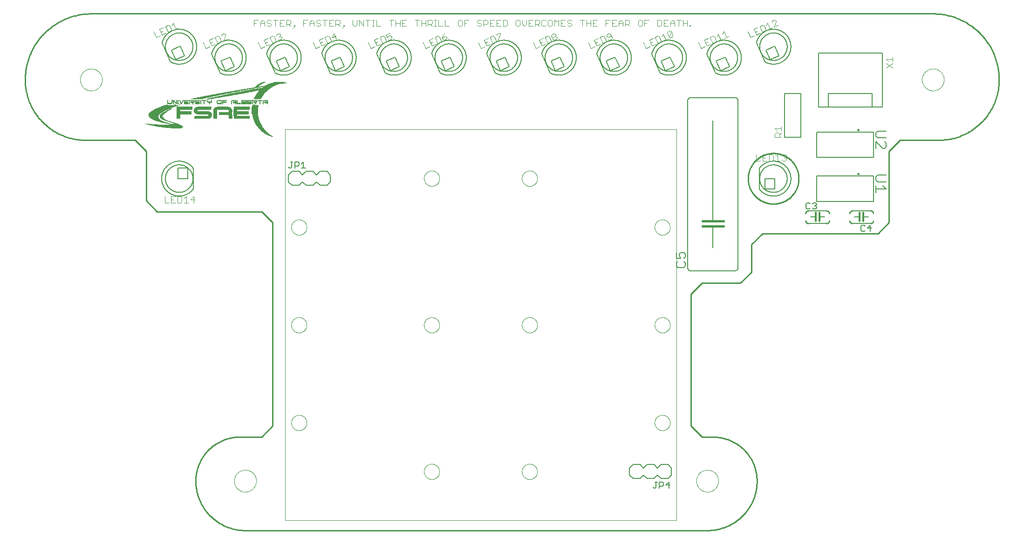
<source format=gto>
G75*
%MOIN*%
%OFA0B0*%
%FSLAX25Y25*%
%IPPOS*%
%LPD*%
%AMOC8*
5,1,8,0,0,1.08239X$1,22.5*
%
%ADD10C,0.00000*%
%ADD11C,0.01000*%
%ADD12C,0.00400*%
%ADD13R,0.00100X0.00100*%
%ADD14R,0.00600X0.00100*%
%ADD15R,0.00900X0.00100*%
%ADD16R,0.01100X0.00100*%
%ADD17R,0.01200X0.00100*%
%ADD18R,0.01300X0.00100*%
%ADD19R,0.01400X0.00100*%
%ADD20R,0.01600X0.00100*%
%ADD21R,0.01700X0.00100*%
%ADD22R,0.01900X0.00100*%
%ADD23R,0.02000X0.00100*%
%ADD24R,0.02100X0.00100*%
%ADD25R,0.02200X0.00100*%
%ADD26R,0.02300X0.00100*%
%ADD27R,0.02400X0.00100*%
%ADD28R,0.02500X0.00100*%
%ADD29R,0.02600X0.00100*%
%ADD30R,0.02700X0.00100*%
%ADD31R,0.02800X0.00100*%
%ADD32R,0.02900X0.00100*%
%ADD33R,0.03000X0.00100*%
%ADD34R,0.03100X0.00100*%
%ADD35R,0.03200X0.00100*%
%ADD36R,0.03300X0.00100*%
%ADD37R,0.03400X0.00100*%
%ADD38R,0.03500X0.00100*%
%ADD39R,0.05100X0.00100*%
%ADD40R,0.07300X0.00100*%
%ADD41R,0.09100X0.00100*%
%ADD42R,0.10700X0.00100*%
%ADD43R,0.12300X0.00100*%
%ADD44R,0.03600X0.00100*%
%ADD45R,0.13500X0.00100*%
%ADD46R,0.14400X0.00100*%
%ADD47R,0.15100X0.00100*%
%ADD48R,0.15900X0.00100*%
%ADD49R,0.16600X0.00100*%
%ADD50R,0.17100X0.00100*%
%ADD51R,0.17700X0.00100*%
%ADD52R,0.18200X0.00100*%
%ADD53R,0.18700X0.00100*%
%ADD54R,0.19100X0.00100*%
%ADD55R,0.19600X0.00100*%
%ADD56R,0.19900X0.00100*%
%ADD57R,0.03700X0.00100*%
%ADD58R,0.20300X0.00100*%
%ADD59R,0.20500X0.00100*%
%ADD60R,0.20800X0.00100*%
%ADD61R,0.21100X0.00100*%
%ADD62R,0.21400X0.00100*%
%ADD63R,0.21600X0.00100*%
%ADD64R,0.21900X0.00100*%
%ADD65R,0.08600X0.00100*%
%ADD66R,0.08200X0.00100*%
%ADD67R,0.06800X0.00100*%
%ADD68R,0.05400X0.00100*%
%ADD69R,0.05800X0.00100*%
%ADD70R,0.04300X0.00100*%
%ADD71R,0.05600X0.00100*%
%ADD72R,0.05700X0.00100*%
%ADD73R,0.03800X0.00100*%
%ADD74R,0.01500X0.00100*%
%ADD75R,0.01800X0.00100*%
%ADD76R,0.03900X0.00100*%
%ADD77R,0.04000X0.00100*%
%ADD78R,0.04100X0.00100*%
%ADD79R,0.04200X0.00100*%
%ADD80R,0.04400X0.00100*%
%ADD81R,0.04600X0.00100*%
%ADD82R,0.04700X0.00100*%
%ADD83R,0.04800X0.00100*%
%ADD84R,0.04900X0.00100*%
%ADD85R,0.05000X0.00100*%
%ADD86R,0.05200X0.00100*%
%ADD87R,0.05300X0.00100*%
%ADD88R,0.09700X0.00100*%
%ADD89R,0.11400X0.00100*%
%ADD90R,0.05500X0.00100*%
%ADD91R,0.10300X0.00100*%
%ADD92R,0.11600X0.00100*%
%ADD93R,0.10900X0.00100*%
%ADD94R,0.11100X0.00100*%
%ADD95R,0.05900X0.00100*%
%ADD96R,0.11300X0.00100*%
%ADD97R,0.06000X0.00100*%
%ADD98R,0.06100X0.00100*%
%ADD99R,0.11500X0.00100*%
%ADD100R,0.06200X0.00100*%
%ADD101R,0.06300X0.00100*%
%ADD102R,0.11700X0.00100*%
%ADD103R,0.06400X0.00100*%
%ADD104R,0.11800X0.00100*%
%ADD105R,0.11900X0.00100*%
%ADD106R,0.12000X0.00100*%
%ADD107R,0.06500X0.00100*%
%ADD108R,0.06700X0.00100*%
%ADD109R,0.12100X0.00100*%
%ADD110R,0.12200X0.00100*%
%ADD111R,0.06900X0.00100*%
%ADD112R,0.07000X0.00100*%
%ADD113R,0.07200X0.00100*%
%ADD114R,0.07400X0.00100*%
%ADD115R,0.07500X0.00100*%
%ADD116R,0.07600X0.00100*%
%ADD117R,0.07700X0.00100*%
%ADD118R,0.07800X0.00100*%
%ADD119R,0.07900X0.00100*%
%ADD120R,0.10400X0.00100*%
%ADD121R,0.11000X0.00100*%
%ADD122R,0.08000X0.00100*%
%ADD123R,0.08100X0.00100*%
%ADD124R,0.08300X0.00100*%
%ADD125R,0.08400X0.00100*%
%ADD126R,0.08500X0.00100*%
%ADD127R,0.08700X0.00100*%
%ADD128R,0.11200X0.00100*%
%ADD129R,0.10500X0.00100*%
%ADD130R,0.08800X0.00100*%
%ADD131R,0.08900X0.00100*%
%ADD132R,0.09000X0.00100*%
%ADD133R,0.09200X0.00100*%
%ADD134R,0.13000X0.00100*%
%ADD135R,0.12900X0.00100*%
%ADD136R,0.12800X0.00100*%
%ADD137R,0.04500X0.00100*%
%ADD138R,0.12700X0.00100*%
%ADD139R,0.00800X0.00100*%
%ADD140R,0.12600X0.00100*%
%ADD141R,0.00700X0.00100*%
%ADD142R,0.12400X0.00100*%
%ADD143R,0.09300X0.00100*%
%ADD144R,0.00500X0.00100*%
%ADD145R,0.09400X0.00100*%
%ADD146R,0.09500X0.00100*%
%ADD147R,0.09900X0.00100*%
%ADD148R,0.09600X0.00100*%
%ADD149R,0.09800X0.00100*%
%ADD150R,0.01000X0.00100*%
%ADD151R,0.00200X0.00100*%
%ADD152R,0.00300X0.00100*%
%ADD153R,0.00400X0.00100*%
%ADD154R,0.07100X0.00100*%
%ADD155R,0.06600X0.00100*%
%ADD156R,0.13300X0.00100*%
%ADD157R,0.10600X0.00100*%
%ADD158R,0.10000X0.00100*%
%ADD159C,0.00500*%
%ADD160C,0.00600*%
%ADD161C,0.00800*%
%ADD162C,0.00787*%
%ADD163C,0.00060*%
%ADD164C,0.01200*%
%ADD165C,0.01600*%
%ADD166C,0.00700*%
D10*
X0151106Y0036933D02*
X0151108Y0037126D01*
X0151115Y0037319D01*
X0151127Y0037512D01*
X0151144Y0037705D01*
X0151165Y0037897D01*
X0151191Y0038088D01*
X0151222Y0038279D01*
X0151257Y0038469D01*
X0151297Y0038658D01*
X0151342Y0038846D01*
X0151391Y0039033D01*
X0151445Y0039219D01*
X0151503Y0039403D01*
X0151566Y0039586D01*
X0151634Y0039767D01*
X0151705Y0039946D01*
X0151782Y0040124D01*
X0151862Y0040300D01*
X0151947Y0040473D01*
X0152036Y0040645D01*
X0152129Y0040814D01*
X0152226Y0040981D01*
X0152328Y0041146D01*
X0152433Y0041308D01*
X0152542Y0041467D01*
X0152656Y0041624D01*
X0152773Y0041777D01*
X0152893Y0041928D01*
X0153018Y0042076D01*
X0153146Y0042221D01*
X0153277Y0042362D01*
X0153412Y0042501D01*
X0153551Y0042636D01*
X0153692Y0042767D01*
X0153837Y0042895D01*
X0153985Y0043020D01*
X0154136Y0043140D01*
X0154289Y0043257D01*
X0154446Y0043371D01*
X0154605Y0043480D01*
X0154767Y0043585D01*
X0154932Y0043687D01*
X0155099Y0043784D01*
X0155268Y0043877D01*
X0155440Y0043966D01*
X0155613Y0044051D01*
X0155789Y0044131D01*
X0155967Y0044208D01*
X0156146Y0044279D01*
X0156327Y0044347D01*
X0156510Y0044410D01*
X0156694Y0044468D01*
X0156880Y0044522D01*
X0157067Y0044571D01*
X0157255Y0044616D01*
X0157444Y0044656D01*
X0157634Y0044691D01*
X0157825Y0044722D01*
X0158016Y0044748D01*
X0158208Y0044769D01*
X0158401Y0044786D01*
X0158594Y0044798D01*
X0158787Y0044805D01*
X0158980Y0044807D01*
X0159173Y0044805D01*
X0159366Y0044798D01*
X0159559Y0044786D01*
X0159752Y0044769D01*
X0159944Y0044748D01*
X0160135Y0044722D01*
X0160326Y0044691D01*
X0160516Y0044656D01*
X0160705Y0044616D01*
X0160893Y0044571D01*
X0161080Y0044522D01*
X0161266Y0044468D01*
X0161450Y0044410D01*
X0161633Y0044347D01*
X0161814Y0044279D01*
X0161993Y0044208D01*
X0162171Y0044131D01*
X0162347Y0044051D01*
X0162520Y0043966D01*
X0162692Y0043877D01*
X0162861Y0043784D01*
X0163028Y0043687D01*
X0163193Y0043585D01*
X0163355Y0043480D01*
X0163514Y0043371D01*
X0163671Y0043257D01*
X0163824Y0043140D01*
X0163975Y0043020D01*
X0164123Y0042895D01*
X0164268Y0042767D01*
X0164409Y0042636D01*
X0164548Y0042501D01*
X0164683Y0042362D01*
X0164814Y0042221D01*
X0164942Y0042076D01*
X0165067Y0041928D01*
X0165187Y0041777D01*
X0165304Y0041624D01*
X0165418Y0041467D01*
X0165527Y0041308D01*
X0165632Y0041146D01*
X0165734Y0040981D01*
X0165831Y0040814D01*
X0165924Y0040645D01*
X0166013Y0040473D01*
X0166098Y0040300D01*
X0166178Y0040124D01*
X0166255Y0039946D01*
X0166326Y0039767D01*
X0166394Y0039586D01*
X0166457Y0039403D01*
X0166515Y0039219D01*
X0166569Y0039033D01*
X0166618Y0038846D01*
X0166663Y0038658D01*
X0166703Y0038469D01*
X0166738Y0038279D01*
X0166769Y0038088D01*
X0166795Y0037897D01*
X0166816Y0037705D01*
X0166833Y0037512D01*
X0166845Y0037319D01*
X0166852Y0037126D01*
X0166854Y0036933D01*
X0166852Y0036740D01*
X0166845Y0036547D01*
X0166833Y0036354D01*
X0166816Y0036161D01*
X0166795Y0035969D01*
X0166769Y0035778D01*
X0166738Y0035587D01*
X0166703Y0035397D01*
X0166663Y0035208D01*
X0166618Y0035020D01*
X0166569Y0034833D01*
X0166515Y0034647D01*
X0166457Y0034463D01*
X0166394Y0034280D01*
X0166326Y0034099D01*
X0166255Y0033920D01*
X0166178Y0033742D01*
X0166098Y0033566D01*
X0166013Y0033393D01*
X0165924Y0033221D01*
X0165831Y0033052D01*
X0165734Y0032885D01*
X0165632Y0032720D01*
X0165527Y0032558D01*
X0165418Y0032399D01*
X0165304Y0032242D01*
X0165187Y0032089D01*
X0165067Y0031938D01*
X0164942Y0031790D01*
X0164814Y0031645D01*
X0164683Y0031504D01*
X0164548Y0031365D01*
X0164409Y0031230D01*
X0164268Y0031099D01*
X0164123Y0030971D01*
X0163975Y0030846D01*
X0163824Y0030726D01*
X0163671Y0030609D01*
X0163514Y0030495D01*
X0163355Y0030386D01*
X0163193Y0030281D01*
X0163028Y0030179D01*
X0162861Y0030082D01*
X0162692Y0029989D01*
X0162520Y0029900D01*
X0162347Y0029815D01*
X0162171Y0029735D01*
X0161993Y0029658D01*
X0161814Y0029587D01*
X0161633Y0029519D01*
X0161450Y0029456D01*
X0161266Y0029398D01*
X0161080Y0029344D01*
X0160893Y0029295D01*
X0160705Y0029250D01*
X0160516Y0029210D01*
X0160326Y0029175D01*
X0160135Y0029144D01*
X0159944Y0029118D01*
X0159752Y0029097D01*
X0159559Y0029080D01*
X0159366Y0029068D01*
X0159173Y0029061D01*
X0158980Y0029059D01*
X0158787Y0029061D01*
X0158594Y0029068D01*
X0158401Y0029080D01*
X0158208Y0029097D01*
X0158016Y0029118D01*
X0157825Y0029144D01*
X0157634Y0029175D01*
X0157444Y0029210D01*
X0157255Y0029250D01*
X0157067Y0029295D01*
X0156880Y0029344D01*
X0156694Y0029398D01*
X0156510Y0029456D01*
X0156327Y0029519D01*
X0156146Y0029587D01*
X0155967Y0029658D01*
X0155789Y0029735D01*
X0155613Y0029815D01*
X0155440Y0029900D01*
X0155268Y0029989D01*
X0155099Y0030082D01*
X0154932Y0030179D01*
X0154767Y0030281D01*
X0154605Y0030386D01*
X0154446Y0030495D01*
X0154289Y0030609D01*
X0154136Y0030726D01*
X0153985Y0030846D01*
X0153837Y0030971D01*
X0153692Y0031099D01*
X0153551Y0031230D01*
X0153412Y0031365D01*
X0153277Y0031504D01*
X0153146Y0031645D01*
X0153018Y0031790D01*
X0152893Y0031938D01*
X0152773Y0032089D01*
X0152656Y0032242D01*
X0152542Y0032399D01*
X0152433Y0032558D01*
X0152328Y0032720D01*
X0152226Y0032885D01*
X0152129Y0033052D01*
X0152036Y0033221D01*
X0151947Y0033393D01*
X0151862Y0033566D01*
X0151782Y0033742D01*
X0151705Y0033920D01*
X0151634Y0034099D01*
X0151566Y0034280D01*
X0151503Y0034463D01*
X0151445Y0034647D01*
X0151391Y0034833D01*
X0151342Y0035020D01*
X0151297Y0035208D01*
X0151257Y0035397D01*
X0151222Y0035587D01*
X0151191Y0035778D01*
X0151165Y0035969D01*
X0151144Y0036161D01*
X0151127Y0036354D01*
X0151115Y0036547D01*
X0151108Y0036740D01*
X0151106Y0036933D01*
X0187484Y0008587D02*
X0187484Y0288587D01*
X0467484Y0288587D01*
X0467484Y0008587D01*
X0187484Y0008587D01*
X0286972Y0043587D02*
X0286974Y0043735D01*
X0286980Y0043883D01*
X0286990Y0044031D01*
X0287004Y0044178D01*
X0287022Y0044325D01*
X0287043Y0044471D01*
X0287069Y0044617D01*
X0287099Y0044762D01*
X0287132Y0044906D01*
X0287170Y0045049D01*
X0287211Y0045191D01*
X0287256Y0045332D01*
X0287304Y0045472D01*
X0287357Y0045611D01*
X0287413Y0045748D01*
X0287473Y0045883D01*
X0287536Y0046017D01*
X0287603Y0046149D01*
X0287674Y0046279D01*
X0287748Y0046407D01*
X0287825Y0046533D01*
X0287906Y0046657D01*
X0287990Y0046779D01*
X0288077Y0046898D01*
X0288168Y0047015D01*
X0288262Y0047130D01*
X0288358Y0047242D01*
X0288458Y0047352D01*
X0288560Y0047458D01*
X0288666Y0047562D01*
X0288774Y0047663D01*
X0288885Y0047761D01*
X0288998Y0047857D01*
X0289114Y0047949D01*
X0289232Y0048038D01*
X0289353Y0048123D01*
X0289476Y0048206D01*
X0289601Y0048285D01*
X0289728Y0048361D01*
X0289857Y0048433D01*
X0289988Y0048502D01*
X0290121Y0048567D01*
X0290256Y0048628D01*
X0290392Y0048686D01*
X0290529Y0048741D01*
X0290668Y0048791D01*
X0290809Y0048838D01*
X0290950Y0048881D01*
X0291093Y0048921D01*
X0291237Y0048956D01*
X0291381Y0048988D01*
X0291527Y0049015D01*
X0291673Y0049039D01*
X0291820Y0049059D01*
X0291967Y0049075D01*
X0292114Y0049087D01*
X0292262Y0049095D01*
X0292410Y0049099D01*
X0292558Y0049099D01*
X0292706Y0049095D01*
X0292854Y0049087D01*
X0293001Y0049075D01*
X0293148Y0049059D01*
X0293295Y0049039D01*
X0293441Y0049015D01*
X0293587Y0048988D01*
X0293731Y0048956D01*
X0293875Y0048921D01*
X0294018Y0048881D01*
X0294159Y0048838D01*
X0294300Y0048791D01*
X0294439Y0048741D01*
X0294576Y0048686D01*
X0294712Y0048628D01*
X0294847Y0048567D01*
X0294980Y0048502D01*
X0295111Y0048433D01*
X0295240Y0048361D01*
X0295367Y0048285D01*
X0295492Y0048206D01*
X0295615Y0048123D01*
X0295736Y0048038D01*
X0295854Y0047949D01*
X0295970Y0047857D01*
X0296083Y0047761D01*
X0296194Y0047663D01*
X0296302Y0047562D01*
X0296408Y0047458D01*
X0296510Y0047352D01*
X0296610Y0047242D01*
X0296706Y0047130D01*
X0296800Y0047015D01*
X0296891Y0046898D01*
X0296978Y0046779D01*
X0297062Y0046657D01*
X0297143Y0046533D01*
X0297220Y0046407D01*
X0297294Y0046279D01*
X0297365Y0046149D01*
X0297432Y0046017D01*
X0297495Y0045883D01*
X0297555Y0045748D01*
X0297611Y0045611D01*
X0297664Y0045472D01*
X0297712Y0045332D01*
X0297757Y0045191D01*
X0297798Y0045049D01*
X0297836Y0044906D01*
X0297869Y0044762D01*
X0297899Y0044617D01*
X0297925Y0044471D01*
X0297946Y0044325D01*
X0297964Y0044178D01*
X0297978Y0044031D01*
X0297988Y0043883D01*
X0297994Y0043735D01*
X0297996Y0043587D01*
X0297994Y0043439D01*
X0297988Y0043291D01*
X0297978Y0043143D01*
X0297964Y0042996D01*
X0297946Y0042849D01*
X0297925Y0042703D01*
X0297899Y0042557D01*
X0297869Y0042412D01*
X0297836Y0042268D01*
X0297798Y0042125D01*
X0297757Y0041983D01*
X0297712Y0041842D01*
X0297664Y0041702D01*
X0297611Y0041563D01*
X0297555Y0041426D01*
X0297495Y0041291D01*
X0297432Y0041157D01*
X0297365Y0041025D01*
X0297294Y0040895D01*
X0297220Y0040767D01*
X0297143Y0040641D01*
X0297062Y0040517D01*
X0296978Y0040395D01*
X0296891Y0040276D01*
X0296800Y0040159D01*
X0296706Y0040044D01*
X0296610Y0039932D01*
X0296510Y0039822D01*
X0296408Y0039716D01*
X0296302Y0039612D01*
X0296194Y0039511D01*
X0296083Y0039413D01*
X0295970Y0039317D01*
X0295854Y0039225D01*
X0295736Y0039136D01*
X0295615Y0039051D01*
X0295492Y0038968D01*
X0295367Y0038889D01*
X0295240Y0038813D01*
X0295111Y0038741D01*
X0294980Y0038672D01*
X0294847Y0038607D01*
X0294712Y0038546D01*
X0294576Y0038488D01*
X0294439Y0038433D01*
X0294300Y0038383D01*
X0294159Y0038336D01*
X0294018Y0038293D01*
X0293875Y0038253D01*
X0293731Y0038218D01*
X0293587Y0038186D01*
X0293441Y0038159D01*
X0293295Y0038135D01*
X0293148Y0038115D01*
X0293001Y0038099D01*
X0292854Y0038087D01*
X0292706Y0038079D01*
X0292558Y0038075D01*
X0292410Y0038075D01*
X0292262Y0038079D01*
X0292114Y0038087D01*
X0291967Y0038099D01*
X0291820Y0038115D01*
X0291673Y0038135D01*
X0291527Y0038159D01*
X0291381Y0038186D01*
X0291237Y0038218D01*
X0291093Y0038253D01*
X0290950Y0038293D01*
X0290809Y0038336D01*
X0290668Y0038383D01*
X0290529Y0038433D01*
X0290392Y0038488D01*
X0290256Y0038546D01*
X0290121Y0038607D01*
X0289988Y0038672D01*
X0289857Y0038741D01*
X0289728Y0038813D01*
X0289601Y0038889D01*
X0289476Y0038968D01*
X0289353Y0039051D01*
X0289232Y0039136D01*
X0289114Y0039225D01*
X0288998Y0039317D01*
X0288885Y0039413D01*
X0288774Y0039511D01*
X0288666Y0039612D01*
X0288560Y0039716D01*
X0288458Y0039822D01*
X0288358Y0039932D01*
X0288262Y0040044D01*
X0288168Y0040159D01*
X0288077Y0040276D01*
X0287990Y0040395D01*
X0287906Y0040517D01*
X0287825Y0040641D01*
X0287748Y0040767D01*
X0287674Y0040895D01*
X0287603Y0041025D01*
X0287536Y0041157D01*
X0287473Y0041291D01*
X0287413Y0041426D01*
X0287357Y0041563D01*
X0287304Y0041702D01*
X0287256Y0041842D01*
X0287211Y0041983D01*
X0287170Y0042125D01*
X0287132Y0042268D01*
X0287099Y0042412D01*
X0287069Y0042557D01*
X0287043Y0042703D01*
X0287022Y0042849D01*
X0287004Y0042996D01*
X0286990Y0043143D01*
X0286980Y0043291D01*
X0286974Y0043439D01*
X0286972Y0043587D01*
X0356972Y0043587D02*
X0356974Y0043735D01*
X0356980Y0043883D01*
X0356990Y0044031D01*
X0357004Y0044178D01*
X0357022Y0044325D01*
X0357043Y0044471D01*
X0357069Y0044617D01*
X0357099Y0044762D01*
X0357132Y0044906D01*
X0357170Y0045049D01*
X0357211Y0045191D01*
X0357256Y0045332D01*
X0357304Y0045472D01*
X0357357Y0045611D01*
X0357413Y0045748D01*
X0357473Y0045883D01*
X0357536Y0046017D01*
X0357603Y0046149D01*
X0357674Y0046279D01*
X0357748Y0046407D01*
X0357825Y0046533D01*
X0357906Y0046657D01*
X0357990Y0046779D01*
X0358077Y0046898D01*
X0358168Y0047015D01*
X0358262Y0047130D01*
X0358358Y0047242D01*
X0358458Y0047352D01*
X0358560Y0047458D01*
X0358666Y0047562D01*
X0358774Y0047663D01*
X0358885Y0047761D01*
X0358998Y0047857D01*
X0359114Y0047949D01*
X0359232Y0048038D01*
X0359353Y0048123D01*
X0359476Y0048206D01*
X0359601Y0048285D01*
X0359728Y0048361D01*
X0359857Y0048433D01*
X0359988Y0048502D01*
X0360121Y0048567D01*
X0360256Y0048628D01*
X0360392Y0048686D01*
X0360529Y0048741D01*
X0360668Y0048791D01*
X0360809Y0048838D01*
X0360950Y0048881D01*
X0361093Y0048921D01*
X0361237Y0048956D01*
X0361381Y0048988D01*
X0361527Y0049015D01*
X0361673Y0049039D01*
X0361820Y0049059D01*
X0361967Y0049075D01*
X0362114Y0049087D01*
X0362262Y0049095D01*
X0362410Y0049099D01*
X0362558Y0049099D01*
X0362706Y0049095D01*
X0362854Y0049087D01*
X0363001Y0049075D01*
X0363148Y0049059D01*
X0363295Y0049039D01*
X0363441Y0049015D01*
X0363587Y0048988D01*
X0363731Y0048956D01*
X0363875Y0048921D01*
X0364018Y0048881D01*
X0364159Y0048838D01*
X0364300Y0048791D01*
X0364439Y0048741D01*
X0364576Y0048686D01*
X0364712Y0048628D01*
X0364847Y0048567D01*
X0364980Y0048502D01*
X0365111Y0048433D01*
X0365240Y0048361D01*
X0365367Y0048285D01*
X0365492Y0048206D01*
X0365615Y0048123D01*
X0365736Y0048038D01*
X0365854Y0047949D01*
X0365970Y0047857D01*
X0366083Y0047761D01*
X0366194Y0047663D01*
X0366302Y0047562D01*
X0366408Y0047458D01*
X0366510Y0047352D01*
X0366610Y0047242D01*
X0366706Y0047130D01*
X0366800Y0047015D01*
X0366891Y0046898D01*
X0366978Y0046779D01*
X0367062Y0046657D01*
X0367143Y0046533D01*
X0367220Y0046407D01*
X0367294Y0046279D01*
X0367365Y0046149D01*
X0367432Y0046017D01*
X0367495Y0045883D01*
X0367555Y0045748D01*
X0367611Y0045611D01*
X0367664Y0045472D01*
X0367712Y0045332D01*
X0367757Y0045191D01*
X0367798Y0045049D01*
X0367836Y0044906D01*
X0367869Y0044762D01*
X0367899Y0044617D01*
X0367925Y0044471D01*
X0367946Y0044325D01*
X0367964Y0044178D01*
X0367978Y0044031D01*
X0367988Y0043883D01*
X0367994Y0043735D01*
X0367996Y0043587D01*
X0367994Y0043439D01*
X0367988Y0043291D01*
X0367978Y0043143D01*
X0367964Y0042996D01*
X0367946Y0042849D01*
X0367925Y0042703D01*
X0367899Y0042557D01*
X0367869Y0042412D01*
X0367836Y0042268D01*
X0367798Y0042125D01*
X0367757Y0041983D01*
X0367712Y0041842D01*
X0367664Y0041702D01*
X0367611Y0041563D01*
X0367555Y0041426D01*
X0367495Y0041291D01*
X0367432Y0041157D01*
X0367365Y0041025D01*
X0367294Y0040895D01*
X0367220Y0040767D01*
X0367143Y0040641D01*
X0367062Y0040517D01*
X0366978Y0040395D01*
X0366891Y0040276D01*
X0366800Y0040159D01*
X0366706Y0040044D01*
X0366610Y0039932D01*
X0366510Y0039822D01*
X0366408Y0039716D01*
X0366302Y0039612D01*
X0366194Y0039511D01*
X0366083Y0039413D01*
X0365970Y0039317D01*
X0365854Y0039225D01*
X0365736Y0039136D01*
X0365615Y0039051D01*
X0365492Y0038968D01*
X0365367Y0038889D01*
X0365240Y0038813D01*
X0365111Y0038741D01*
X0364980Y0038672D01*
X0364847Y0038607D01*
X0364712Y0038546D01*
X0364576Y0038488D01*
X0364439Y0038433D01*
X0364300Y0038383D01*
X0364159Y0038336D01*
X0364018Y0038293D01*
X0363875Y0038253D01*
X0363731Y0038218D01*
X0363587Y0038186D01*
X0363441Y0038159D01*
X0363295Y0038135D01*
X0363148Y0038115D01*
X0363001Y0038099D01*
X0362854Y0038087D01*
X0362706Y0038079D01*
X0362558Y0038075D01*
X0362410Y0038075D01*
X0362262Y0038079D01*
X0362114Y0038087D01*
X0361967Y0038099D01*
X0361820Y0038115D01*
X0361673Y0038135D01*
X0361527Y0038159D01*
X0361381Y0038186D01*
X0361237Y0038218D01*
X0361093Y0038253D01*
X0360950Y0038293D01*
X0360809Y0038336D01*
X0360668Y0038383D01*
X0360529Y0038433D01*
X0360392Y0038488D01*
X0360256Y0038546D01*
X0360121Y0038607D01*
X0359988Y0038672D01*
X0359857Y0038741D01*
X0359728Y0038813D01*
X0359601Y0038889D01*
X0359476Y0038968D01*
X0359353Y0039051D01*
X0359232Y0039136D01*
X0359114Y0039225D01*
X0358998Y0039317D01*
X0358885Y0039413D01*
X0358774Y0039511D01*
X0358666Y0039612D01*
X0358560Y0039716D01*
X0358458Y0039822D01*
X0358358Y0039932D01*
X0358262Y0040044D01*
X0358168Y0040159D01*
X0358077Y0040276D01*
X0357990Y0040395D01*
X0357906Y0040517D01*
X0357825Y0040641D01*
X0357748Y0040767D01*
X0357674Y0040895D01*
X0357603Y0041025D01*
X0357536Y0041157D01*
X0357473Y0041291D01*
X0357413Y0041426D01*
X0357357Y0041563D01*
X0357304Y0041702D01*
X0357256Y0041842D01*
X0357211Y0041983D01*
X0357170Y0042125D01*
X0357132Y0042268D01*
X0357099Y0042412D01*
X0357069Y0042557D01*
X0357043Y0042703D01*
X0357022Y0042849D01*
X0357004Y0042996D01*
X0356990Y0043143D01*
X0356980Y0043291D01*
X0356974Y0043439D01*
X0356972Y0043587D01*
X0451972Y0078587D02*
X0451974Y0078735D01*
X0451980Y0078883D01*
X0451990Y0079031D01*
X0452004Y0079178D01*
X0452022Y0079325D01*
X0452043Y0079471D01*
X0452069Y0079617D01*
X0452099Y0079762D01*
X0452132Y0079906D01*
X0452170Y0080049D01*
X0452211Y0080191D01*
X0452256Y0080332D01*
X0452304Y0080472D01*
X0452357Y0080611D01*
X0452413Y0080748D01*
X0452473Y0080883D01*
X0452536Y0081017D01*
X0452603Y0081149D01*
X0452674Y0081279D01*
X0452748Y0081407D01*
X0452825Y0081533D01*
X0452906Y0081657D01*
X0452990Y0081779D01*
X0453077Y0081898D01*
X0453168Y0082015D01*
X0453262Y0082130D01*
X0453358Y0082242D01*
X0453458Y0082352D01*
X0453560Y0082458D01*
X0453666Y0082562D01*
X0453774Y0082663D01*
X0453885Y0082761D01*
X0453998Y0082857D01*
X0454114Y0082949D01*
X0454232Y0083038D01*
X0454353Y0083123D01*
X0454476Y0083206D01*
X0454601Y0083285D01*
X0454728Y0083361D01*
X0454857Y0083433D01*
X0454988Y0083502D01*
X0455121Y0083567D01*
X0455256Y0083628D01*
X0455392Y0083686D01*
X0455529Y0083741D01*
X0455668Y0083791D01*
X0455809Y0083838D01*
X0455950Y0083881D01*
X0456093Y0083921D01*
X0456237Y0083956D01*
X0456381Y0083988D01*
X0456527Y0084015D01*
X0456673Y0084039D01*
X0456820Y0084059D01*
X0456967Y0084075D01*
X0457114Y0084087D01*
X0457262Y0084095D01*
X0457410Y0084099D01*
X0457558Y0084099D01*
X0457706Y0084095D01*
X0457854Y0084087D01*
X0458001Y0084075D01*
X0458148Y0084059D01*
X0458295Y0084039D01*
X0458441Y0084015D01*
X0458587Y0083988D01*
X0458731Y0083956D01*
X0458875Y0083921D01*
X0459018Y0083881D01*
X0459159Y0083838D01*
X0459300Y0083791D01*
X0459439Y0083741D01*
X0459576Y0083686D01*
X0459712Y0083628D01*
X0459847Y0083567D01*
X0459980Y0083502D01*
X0460111Y0083433D01*
X0460240Y0083361D01*
X0460367Y0083285D01*
X0460492Y0083206D01*
X0460615Y0083123D01*
X0460736Y0083038D01*
X0460854Y0082949D01*
X0460970Y0082857D01*
X0461083Y0082761D01*
X0461194Y0082663D01*
X0461302Y0082562D01*
X0461408Y0082458D01*
X0461510Y0082352D01*
X0461610Y0082242D01*
X0461706Y0082130D01*
X0461800Y0082015D01*
X0461891Y0081898D01*
X0461978Y0081779D01*
X0462062Y0081657D01*
X0462143Y0081533D01*
X0462220Y0081407D01*
X0462294Y0081279D01*
X0462365Y0081149D01*
X0462432Y0081017D01*
X0462495Y0080883D01*
X0462555Y0080748D01*
X0462611Y0080611D01*
X0462664Y0080472D01*
X0462712Y0080332D01*
X0462757Y0080191D01*
X0462798Y0080049D01*
X0462836Y0079906D01*
X0462869Y0079762D01*
X0462899Y0079617D01*
X0462925Y0079471D01*
X0462946Y0079325D01*
X0462964Y0079178D01*
X0462978Y0079031D01*
X0462988Y0078883D01*
X0462994Y0078735D01*
X0462996Y0078587D01*
X0462994Y0078439D01*
X0462988Y0078291D01*
X0462978Y0078143D01*
X0462964Y0077996D01*
X0462946Y0077849D01*
X0462925Y0077703D01*
X0462899Y0077557D01*
X0462869Y0077412D01*
X0462836Y0077268D01*
X0462798Y0077125D01*
X0462757Y0076983D01*
X0462712Y0076842D01*
X0462664Y0076702D01*
X0462611Y0076563D01*
X0462555Y0076426D01*
X0462495Y0076291D01*
X0462432Y0076157D01*
X0462365Y0076025D01*
X0462294Y0075895D01*
X0462220Y0075767D01*
X0462143Y0075641D01*
X0462062Y0075517D01*
X0461978Y0075395D01*
X0461891Y0075276D01*
X0461800Y0075159D01*
X0461706Y0075044D01*
X0461610Y0074932D01*
X0461510Y0074822D01*
X0461408Y0074716D01*
X0461302Y0074612D01*
X0461194Y0074511D01*
X0461083Y0074413D01*
X0460970Y0074317D01*
X0460854Y0074225D01*
X0460736Y0074136D01*
X0460615Y0074051D01*
X0460492Y0073968D01*
X0460367Y0073889D01*
X0460240Y0073813D01*
X0460111Y0073741D01*
X0459980Y0073672D01*
X0459847Y0073607D01*
X0459712Y0073546D01*
X0459576Y0073488D01*
X0459439Y0073433D01*
X0459300Y0073383D01*
X0459159Y0073336D01*
X0459018Y0073293D01*
X0458875Y0073253D01*
X0458731Y0073218D01*
X0458587Y0073186D01*
X0458441Y0073159D01*
X0458295Y0073135D01*
X0458148Y0073115D01*
X0458001Y0073099D01*
X0457854Y0073087D01*
X0457706Y0073079D01*
X0457558Y0073075D01*
X0457410Y0073075D01*
X0457262Y0073079D01*
X0457114Y0073087D01*
X0456967Y0073099D01*
X0456820Y0073115D01*
X0456673Y0073135D01*
X0456527Y0073159D01*
X0456381Y0073186D01*
X0456237Y0073218D01*
X0456093Y0073253D01*
X0455950Y0073293D01*
X0455809Y0073336D01*
X0455668Y0073383D01*
X0455529Y0073433D01*
X0455392Y0073488D01*
X0455256Y0073546D01*
X0455121Y0073607D01*
X0454988Y0073672D01*
X0454857Y0073741D01*
X0454728Y0073813D01*
X0454601Y0073889D01*
X0454476Y0073968D01*
X0454353Y0074051D01*
X0454232Y0074136D01*
X0454114Y0074225D01*
X0453998Y0074317D01*
X0453885Y0074413D01*
X0453774Y0074511D01*
X0453666Y0074612D01*
X0453560Y0074716D01*
X0453458Y0074822D01*
X0453358Y0074932D01*
X0453262Y0075044D01*
X0453168Y0075159D01*
X0453077Y0075276D01*
X0452990Y0075395D01*
X0452906Y0075517D01*
X0452825Y0075641D01*
X0452748Y0075767D01*
X0452674Y0075895D01*
X0452603Y0076025D01*
X0452536Y0076157D01*
X0452473Y0076291D01*
X0452413Y0076426D01*
X0452357Y0076563D01*
X0452304Y0076702D01*
X0452256Y0076842D01*
X0452211Y0076983D01*
X0452170Y0077125D01*
X0452132Y0077268D01*
X0452099Y0077412D01*
X0452069Y0077557D01*
X0452043Y0077703D01*
X0452022Y0077849D01*
X0452004Y0077996D01*
X0451990Y0078143D01*
X0451980Y0078291D01*
X0451974Y0078439D01*
X0451972Y0078587D01*
X0481815Y0036933D02*
X0481817Y0037126D01*
X0481824Y0037319D01*
X0481836Y0037512D01*
X0481853Y0037705D01*
X0481874Y0037897D01*
X0481900Y0038088D01*
X0481931Y0038279D01*
X0481966Y0038469D01*
X0482006Y0038658D01*
X0482051Y0038846D01*
X0482100Y0039033D01*
X0482154Y0039219D01*
X0482212Y0039403D01*
X0482275Y0039586D01*
X0482343Y0039767D01*
X0482414Y0039946D01*
X0482491Y0040124D01*
X0482571Y0040300D01*
X0482656Y0040473D01*
X0482745Y0040645D01*
X0482838Y0040814D01*
X0482935Y0040981D01*
X0483037Y0041146D01*
X0483142Y0041308D01*
X0483251Y0041467D01*
X0483365Y0041624D01*
X0483482Y0041777D01*
X0483602Y0041928D01*
X0483727Y0042076D01*
X0483855Y0042221D01*
X0483986Y0042362D01*
X0484121Y0042501D01*
X0484260Y0042636D01*
X0484401Y0042767D01*
X0484546Y0042895D01*
X0484694Y0043020D01*
X0484845Y0043140D01*
X0484998Y0043257D01*
X0485155Y0043371D01*
X0485314Y0043480D01*
X0485476Y0043585D01*
X0485641Y0043687D01*
X0485808Y0043784D01*
X0485977Y0043877D01*
X0486149Y0043966D01*
X0486322Y0044051D01*
X0486498Y0044131D01*
X0486676Y0044208D01*
X0486855Y0044279D01*
X0487036Y0044347D01*
X0487219Y0044410D01*
X0487403Y0044468D01*
X0487589Y0044522D01*
X0487776Y0044571D01*
X0487964Y0044616D01*
X0488153Y0044656D01*
X0488343Y0044691D01*
X0488534Y0044722D01*
X0488725Y0044748D01*
X0488917Y0044769D01*
X0489110Y0044786D01*
X0489303Y0044798D01*
X0489496Y0044805D01*
X0489689Y0044807D01*
X0489882Y0044805D01*
X0490075Y0044798D01*
X0490268Y0044786D01*
X0490461Y0044769D01*
X0490653Y0044748D01*
X0490844Y0044722D01*
X0491035Y0044691D01*
X0491225Y0044656D01*
X0491414Y0044616D01*
X0491602Y0044571D01*
X0491789Y0044522D01*
X0491975Y0044468D01*
X0492159Y0044410D01*
X0492342Y0044347D01*
X0492523Y0044279D01*
X0492702Y0044208D01*
X0492880Y0044131D01*
X0493056Y0044051D01*
X0493229Y0043966D01*
X0493401Y0043877D01*
X0493570Y0043784D01*
X0493737Y0043687D01*
X0493902Y0043585D01*
X0494064Y0043480D01*
X0494223Y0043371D01*
X0494380Y0043257D01*
X0494533Y0043140D01*
X0494684Y0043020D01*
X0494832Y0042895D01*
X0494977Y0042767D01*
X0495118Y0042636D01*
X0495257Y0042501D01*
X0495392Y0042362D01*
X0495523Y0042221D01*
X0495651Y0042076D01*
X0495776Y0041928D01*
X0495896Y0041777D01*
X0496013Y0041624D01*
X0496127Y0041467D01*
X0496236Y0041308D01*
X0496341Y0041146D01*
X0496443Y0040981D01*
X0496540Y0040814D01*
X0496633Y0040645D01*
X0496722Y0040473D01*
X0496807Y0040300D01*
X0496887Y0040124D01*
X0496964Y0039946D01*
X0497035Y0039767D01*
X0497103Y0039586D01*
X0497166Y0039403D01*
X0497224Y0039219D01*
X0497278Y0039033D01*
X0497327Y0038846D01*
X0497372Y0038658D01*
X0497412Y0038469D01*
X0497447Y0038279D01*
X0497478Y0038088D01*
X0497504Y0037897D01*
X0497525Y0037705D01*
X0497542Y0037512D01*
X0497554Y0037319D01*
X0497561Y0037126D01*
X0497563Y0036933D01*
X0497561Y0036740D01*
X0497554Y0036547D01*
X0497542Y0036354D01*
X0497525Y0036161D01*
X0497504Y0035969D01*
X0497478Y0035778D01*
X0497447Y0035587D01*
X0497412Y0035397D01*
X0497372Y0035208D01*
X0497327Y0035020D01*
X0497278Y0034833D01*
X0497224Y0034647D01*
X0497166Y0034463D01*
X0497103Y0034280D01*
X0497035Y0034099D01*
X0496964Y0033920D01*
X0496887Y0033742D01*
X0496807Y0033566D01*
X0496722Y0033393D01*
X0496633Y0033221D01*
X0496540Y0033052D01*
X0496443Y0032885D01*
X0496341Y0032720D01*
X0496236Y0032558D01*
X0496127Y0032399D01*
X0496013Y0032242D01*
X0495896Y0032089D01*
X0495776Y0031938D01*
X0495651Y0031790D01*
X0495523Y0031645D01*
X0495392Y0031504D01*
X0495257Y0031365D01*
X0495118Y0031230D01*
X0494977Y0031099D01*
X0494832Y0030971D01*
X0494684Y0030846D01*
X0494533Y0030726D01*
X0494380Y0030609D01*
X0494223Y0030495D01*
X0494064Y0030386D01*
X0493902Y0030281D01*
X0493737Y0030179D01*
X0493570Y0030082D01*
X0493401Y0029989D01*
X0493229Y0029900D01*
X0493056Y0029815D01*
X0492880Y0029735D01*
X0492702Y0029658D01*
X0492523Y0029587D01*
X0492342Y0029519D01*
X0492159Y0029456D01*
X0491975Y0029398D01*
X0491789Y0029344D01*
X0491602Y0029295D01*
X0491414Y0029250D01*
X0491225Y0029210D01*
X0491035Y0029175D01*
X0490844Y0029144D01*
X0490653Y0029118D01*
X0490461Y0029097D01*
X0490268Y0029080D01*
X0490075Y0029068D01*
X0489882Y0029061D01*
X0489689Y0029059D01*
X0489496Y0029061D01*
X0489303Y0029068D01*
X0489110Y0029080D01*
X0488917Y0029097D01*
X0488725Y0029118D01*
X0488534Y0029144D01*
X0488343Y0029175D01*
X0488153Y0029210D01*
X0487964Y0029250D01*
X0487776Y0029295D01*
X0487589Y0029344D01*
X0487403Y0029398D01*
X0487219Y0029456D01*
X0487036Y0029519D01*
X0486855Y0029587D01*
X0486676Y0029658D01*
X0486498Y0029735D01*
X0486322Y0029815D01*
X0486149Y0029900D01*
X0485977Y0029989D01*
X0485808Y0030082D01*
X0485641Y0030179D01*
X0485476Y0030281D01*
X0485314Y0030386D01*
X0485155Y0030495D01*
X0484998Y0030609D01*
X0484845Y0030726D01*
X0484694Y0030846D01*
X0484546Y0030971D01*
X0484401Y0031099D01*
X0484260Y0031230D01*
X0484121Y0031365D01*
X0483986Y0031504D01*
X0483855Y0031645D01*
X0483727Y0031790D01*
X0483602Y0031938D01*
X0483482Y0032089D01*
X0483365Y0032242D01*
X0483251Y0032399D01*
X0483142Y0032558D01*
X0483037Y0032720D01*
X0482935Y0032885D01*
X0482838Y0033052D01*
X0482745Y0033221D01*
X0482656Y0033393D01*
X0482571Y0033566D01*
X0482491Y0033742D01*
X0482414Y0033920D01*
X0482343Y0034099D01*
X0482275Y0034280D01*
X0482212Y0034463D01*
X0482154Y0034647D01*
X0482100Y0034833D01*
X0482051Y0035020D01*
X0482006Y0035208D01*
X0481966Y0035397D01*
X0481931Y0035587D01*
X0481900Y0035778D01*
X0481874Y0035969D01*
X0481853Y0036161D01*
X0481836Y0036354D01*
X0481824Y0036547D01*
X0481817Y0036740D01*
X0481815Y0036933D01*
X0451972Y0148587D02*
X0451974Y0148735D01*
X0451980Y0148883D01*
X0451990Y0149031D01*
X0452004Y0149178D01*
X0452022Y0149325D01*
X0452043Y0149471D01*
X0452069Y0149617D01*
X0452099Y0149762D01*
X0452132Y0149906D01*
X0452170Y0150049D01*
X0452211Y0150191D01*
X0452256Y0150332D01*
X0452304Y0150472D01*
X0452357Y0150611D01*
X0452413Y0150748D01*
X0452473Y0150883D01*
X0452536Y0151017D01*
X0452603Y0151149D01*
X0452674Y0151279D01*
X0452748Y0151407D01*
X0452825Y0151533D01*
X0452906Y0151657D01*
X0452990Y0151779D01*
X0453077Y0151898D01*
X0453168Y0152015D01*
X0453262Y0152130D01*
X0453358Y0152242D01*
X0453458Y0152352D01*
X0453560Y0152458D01*
X0453666Y0152562D01*
X0453774Y0152663D01*
X0453885Y0152761D01*
X0453998Y0152857D01*
X0454114Y0152949D01*
X0454232Y0153038D01*
X0454353Y0153123D01*
X0454476Y0153206D01*
X0454601Y0153285D01*
X0454728Y0153361D01*
X0454857Y0153433D01*
X0454988Y0153502D01*
X0455121Y0153567D01*
X0455256Y0153628D01*
X0455392Y0153686D01*
X0455529Y0153741D01*
X0455668Y0153791D01*
X0455809Y0153838D01*
X0455950Y0153881D01*
X0456093Y0153921D01*
X0456237Y0153956D01*
X0456381Y0153988D01*
X0456527Y0154015D01*
X0456673Y0154039D01*
X0456820Y0154059D01*
X0456967Y0154075D01*
X0457114Y0154087D01*
X0457262Y0154095D01*
X0457410Y0154099D01*
X0457558Y0154099D01*
X0457706Y0154095D01*
X0457854Y0154087D01*
X0458001Y0154075D01*
X0458148Y0154059D01*
X0458295Y0154039D01*
X0458441Y0154015D01*
X0458587Y0153988D01*
X0458731Y0153956D01*
X0458875Y0153921D01*
X0459018Y0153881D01*
X0459159Y0153838D01*
X0459300Y0153791D01*
X0459439Y0153741D01*
X0459576Y0153686D01*
X0459712Y0153628D01*
X0459847Y0153567D01*
X0459980Y0153502D01*
X0460111Y0153433D01*
X0460240Y0153361D01*
X0460367Y0153285D01*
X0460492Y0153206D01*
X0460615Y0153123D01*
X0460736Y0153038D01*
X0460854Y0152949D01*
X0460970Y0152857D01*
X0461083Y0152761D01*
X0461194Y0152663D01*
X0461302Y0152562D01*
X0461408Y0152458D01*
X0461510Y0152352D01*
X0461610Y0152242D01*
X0461706Y0152130D01*
X0461800Y0152015D01*
X0461891Y0151898D01*
X0461978Y0151779D01*
X0462062Y0151657D01*
X0462143Y0151533D01*
X0462220Y0151407D01*
X0462294Y0151279D01*
X0462365Y0151149D01*
X0462432Y0151017D01*
X0462495Y0150883D01*
X0462555Y0150748D01*
X0462611Y0150611D01*
X0462664Y0150472D01*
X0462712Y0150332D01*
X0462757Y0150191D01*
X0462798Y0150049D01*
X0462836Y0149906D01*
X0462869Y0149762D01*
X0462899Y0149617D01*
X0462925Y0149471D01*
X0462946Y0149325D01*
X0462964Y0149178D01*
X0462978Y0149031D01*
X0462988Y0148883D01*
X0462994Y0148735D01*
X0462996Y0148587D01*
X0462994Y0148439D01*
X0462988Y0148291D01*
X0462978Y0148143D01*
X0462964Y0147996D01*
X0462946Y0147849D01*
X0462925Y0147703D01*
X0462899Y0147557D01*
X0462869Y0147412D01*
X0462836Y0147268D01*
X0462798Y0147125D01*
X0462757Y0146983D01*
X0462712Y0146842D01*
X0462664Y0146702D01*
X0462611Y0146563D01*
X0462555Y0146426D01*
X0462495Y0146291D01*
X0462432Y0146157D01*
X0462365Y0146025D01*
X0462294Y0145895D01*
X0462220Y0145767D01*
X0462143Y0145641D01*
X0462062Y0145517D01*
X0461978Y0145395D01*
X0461891Y0145276D01*
X0461800Y0145159D01*
X0461706Y0145044D01*
X0461610Y0144932D01*
X0461510Y0144822D01*
X0461408Y0144716D01*
X0461302Y0144612D01*
X0461194Y0144511D01*
X0461083Y0144413D01*
X0460970Y0144317D01*
X0460854Y0144225D01*
X0460736Y0144136D01*
X0460615Y0144051D01*
X0460492Y0143968D01*
X0460367Y0143889D01*
X0460240Y0143813D01*
X0460111Y0143741D01*
X0459980Y0143672D01*
X0459847Y0143607D01*
X0459712Y0143546D01*
X0459576Y0143488D01*
X0459439Y0143433D01*
X0459300Y0143383D01*
X0459159Y0143336D01*
X0459018Y0143293D01*
X0458875Y0143253D01*
X0458731Y0143218D01*
X0458587Y0143186D01*
X0458441Y0143159D01*
X0458295Y0143135D01*
X0458148Y0143115D01*
X0458001Y0143099D01*
X0457854Y0143087D01*
X0457706Y0143079D01*
X0457558Y0143075D01*
X0457410Y0143075D01*
X0457262Y0143079D01*
X0457114Y0143087D01*
X0456967Y0143099D01*
X0456820Y0143115D01*
X0456673Y0143135D01*
X0456527Y0143159D01*
X0456381Y0143186D01*
X0456237Y0143218D01*
X0456093Y0143253D01*
X0455950Y0143293D01*
X0455809Y0143336D01*
X0455668Y0143383D01*
X0455529Y0143433D01*
X0455392Y0143488D01*
X0455256Y0143546D01*
X0455121Y0143607D01*
X0454988Y0143672D01*
X0454857Y0143741D01*
X0454728Y0143813D01*
X0454601Y0143889D01*
X0454476Y0143968D01*
X0454353Y0144051D01*
X0454232Y0144136D01*
X0454114Y0144225D01*
X0453998Y0144317D01*
X0453885Y0144413D01*
X0453774Y0144511D01*
X0453666Y0144612D01*
X0453560Y0144716D01*
X0453458Y0144822D01*
X0453358Y0144932D01*
X0453262Y0145044D01*
X0453168Y0145159D01*
X0453077Y0145276D01*
X0452990Y0145395D01*
X0452906Y0145517D01*
X0452825Y0145641D01*
X0452748Y0145767D01*
X0452674Y0145895D01*
X0452603Y0146025D01*
X0452536Y0146157D01*
X0452473Y0146291D01*
X0452413Y0146426D01*
X0452357Y0146563D01*
X0452304Y0146702D01*
X0452256Y0146842D01*
X0452211Y0146983D01*
X0452170Y0147125D01*
X0452132Y0147268D01*
X0452099Y0147412D01*
X0452069Y0147557D01*
X0452043Y0147703D01*
X0452022Y0147849D01*
X0452004Y0147996D01*
X0451990Y0148143D01*
X0451980Y0148291D01*
X0451974Y0148439D01*
X0451972Y0148587D01*
X0356972Y0148587D02*
X0356974Y0148735D01*
X0356980Y0148883D01*
X0356990Y0149031D01*
X0357004Y0149178D01*
X0357022Y0149325D01*
X0357043Y0149471D01*
X0357069Y0149617D01*
X0357099Y0149762D01*
X0357132Y0149906D01*
X0357170Y0150049D01*
X0357211Y0150191D01*
X0357256Y0150332D01*
X0357304Y0150472D01*
X0357357Y0150611D01*
X0357413Y0150748D01*
X0357473Y0150883D01*
X0357536Y0151017D01*
X0357603Y0151149D01*
X0357674Y0151279D01*
X0357748Y0151407D01*
X0357825Y0151533D01*
X0357906Y0151657D01*
X0357990Y0151779D01*
X0358077Y0151898D01*
X0358168Y0152015D01*
X0358262Y0152130D01*
X0358358Y0152242D01*
X0358458Y0152352D01*
X0358560Y0152458D01*
X0358666Y0152562D01*
X0358774Y0152663D01*
X0358885Y0152761D01*
X0358998Y0152857D01*
X0359114Y0152949D01*
X0359232Y0153038D01*
X0359353Y0153123D01*
X0359476Y0153206D01*
X0359601Y0153285D01*
X0359728Y0153361D01*
X0359857Y0153433D01*
X0359988Y0153502D01*
X0360121Y0153567D01*
X0360256Y0153628D01*
X0360392Y0153686D01*
X0360529Y0153741D01*
X0360668Y0153791D01*
X0360809Y0153838D01*
X0360950Y0153881D01*
X0361093Y0153921D01*
X0361237Y0153956D01*
X0361381Y0153988D01*
X0361527Y0154015D01*
X0361673Y0154039D01*
X0361820Y0154059D01*
X0361967Y0154075D01*
X0362114Y0154087D01*
X0362262Y0154095D01*
X0362410Y0154099D01*
X0362558Y0154099D01*
X0362706Y0154095D01*
X0362854Y0154087D01*
X0363001Y0154075D01*
X0363148Y0154059D01*
X0363295Y0154039D01*
X0363441Y0154015D01*
X0363587Y0153988D01*
X0363731Y0153956D01*
X0363875Y0153921D01*
X0364018Y0153881D01*
X0364159Y0153838D01*
X0364300Y0153791D01*
X0364439Y0153741D01*
X0364576Y0153686D01*
X0364712Y0153628D01*
X0364847Y0153567D01*
X0364980Y0153502D01*
X0365111Y0153433D01*
X0365240Y0153361D01*
X0365367Y0153285D01*
X0365492Y0153206D01*
X0365615Y0153123D01*
X0365736Y0153038D01*
X0365854Y0152949D01*
X0365970Y0152857D01*
X0366083Y0152761D01*
X0366194Y0152663D01*
X0366302Y0152562D01*
X0366408Y0152458D01*
X0366510Y0152352D01*
X0366610Y0152242D01*
X0366706Y0152130D01*
X0366800Y0152015D01*
X0366891Y0151898D01*
X0366978Y0151779D01*
X0367062Y0151657D01*
X0367143Y0151533D01*
X0367220Y0151407D01*
X0367294Y0151279D01*
X0367365Y0151149D01*
X0367432Y0151017D01*
X0367495Y0150883D01*
X0367555Y0150748D01*
X0367611Y0150611D01*
X0367664Y0150472D01*
X0367712Y0150332D01*
X0367757Y0150191D01*
X0367798Y0150049D01*
X0367836Y0149906D01*
X0367869Y0149762D01*
X0367899Y0149617D01*
X0367925Y0149471D01*
X0367946Y0149325D01*
X0367964Y0149178D01*
X0367978Y0149031D01*
X0367988Y0148883D01*
X0367994Y0148735D01*
X0367996Y0148587D01*
X0367994Y0148439D01*
X0367988Y0148291D01*
X0367978Y0148143D01*
X0367964Y0147996D01*
X0367946Y0147849D01*
X0367925Y0147703D01*
X0367899Y0147557D01*
X0367869Y0147412D01*
X0367836Y0147268D01*
X0367798Y0147125D01*
X0367757Y0146983D01*
X0367712Y0146842D01*
X0367664Y0146702D01*
X0367611Y0146563D01*
X0367555Y0146426D01*
X0367495Y0146291D01*
X0367432Y0146157D01*
X0367365Y0146025D01*
X0367294Y0145895D01*
X0367220Y0145767D01*
X0367143Y0145641D01*
X0367062Y0145517D01*
X0366978Y0145395D01*
X0366891Y0145276D01*
X0366800Y0145159D01*
X0366706Y0145044D01*
X0366610Y0144932D01*
X0366510Y0144822D01*
X0366408Y0144716D01*
X0366302Y0144612D01*
X0366194Y0144511D01*
X0366083Y0144413D01*
X0365970Y0144317D01*
X0365854Y0144225D01*
X0365736Y0144136D01*
X0365615Y0144051D01*
X0365492Y0143968D01*
X0365367Y0143889D01*
X0365240Y0143813D01*
X0365111Y0143741D01*
X0364980Y0143672D01*
X0364847Y0143607D01*
X0364712Y0143546D01*
X0364576Y0143488D01*
X0364439Y0143433D01*
X0364300Y0143383D01*
X0364159Y0143336D01*
X0364018Y0143293D01*
X0363875Y0143253D01*
X0363731Y0143218D01*
X0363587Y0143186D01*
X0363441Y0143159D01*
X0363295Y0143135D01*
X0363148Y0143115D01*
X0363001Y0143099D01*
X0362854Y0143087D01*
X0362706Y0143079D01*
X0362558Y0143075D01*
X0362410Y0143075D01*
X0362262Y0143079D01*
X0362114Y0143087D01*
X0361967Y0143099D01*
X0361820Y0143115D01*
X0361673Y0143135D01*
X0361527Y0143159D01*
X0361381Y0143186D01*
X0361237Y0143218D01*
X0361093Y0143253D01*
X0360950Y0143293D01*
X0360809Y0143336D01*
X0360668Y0143383D01*
X0360529Y0143433D01*
X0360392Y0143488D01*
X0360256Y0143546D01*
X0360121Y0143607D01*
X0359988Y0143672D01*
X0359857Y0143741D01*
X0359728Y0143813D01*
X0359601Y0143889D01*
X0359476Y0143968D01*
X0359353Y0144051D01*
X0359232Y0144136D01*
X0359114Y0144225D01*
X0358998Y0144317D01*
X0358885Y0144413D01*
X0358774Y0144511D01*
X0358666Y0144612D01*
X0358560Y0144716D01*
X0358458Y0144822D01*
X0358358Y0144932D01*
X0358262Y0145044D01*
X0358168Y0145159D01*
X0358077Y0145276D01*
X0357990Y0145395D01*
X0357906Y0145517D01*
X0357825Y0145641D01*
X0357748Y0145767D01*
X0357674Y0145895D01*
X0357603Y0146025D01*
X0357536Y0146157D01*
X0357473Y0146291D01*
X0357413Y0146426D01*
X0357357Y0146563D01*
X0357304Y0146702D01*
X0357256Y0146842D01*
X0357211Y0146983D01*
X0357170Y0147125D01*
X0357132Y0147268D01*
X0357099Y0147412D01*
X0357069Y0147557D01*
X0357043Y0147703D01*
X0357022Y0147849D01*
X0357004Y0147996D01*
X0356990Y0148143D01*
X0356980Y0148291D01*
X0356974Y0148439D01*
X0356972Y0148587D01*
X0286972Y0148587D02*
X0286974Y0148735D01*
X0286980Y0148883D01*
X0286990Y0149031D01*
X0287004Y0149178D01*
X0287022Y0149325D01*
X0287043Y0149471D01*
X0287069Y0149617D01*
X0287099Y0149762D01*
X0287132Y0149906D01*
X0287170Y0150049D01*
X0287211Y0150191D01*
X0287256Y0150332D01*
X0287304Y0150472D01*
X0287357Y0150611D01*
X0287413Y0150748D01*
X0287473Y0150883D01*
X0287536Y0151017D01*
X0287603Y0151149D01*
X0287674Y0151279D01*
X0287748Y0151407D01*
X0287825Y0151533D01*
X0287906Y0151657D01*
X0287990Y0151779D01*
X0288077Y0151898D01*
X0288168Y0152015D01*
X0288262Y0152130D01*
X0288358Y0152242D01*
X0288458Y0152352D01*
X0288560Y0152458D01*
X0288666Y0152562D01*
X0288774Y0152663D01*
X0288885Y0152761D01*
X0288998Y0152857D01*
X0289114Y0152949D01*
X0289232Y0153038D01*
X0289353Y0153123D01*
X0289476Y0153206D01*
X0289601Y0153285D01*
X0289728Y0153361D01*
X0289857Y0153433D01*
X0289988Y0153502D01*
X0290121Y0153567D01*
X0290256Y0153628D01*
X0290392Y0153686D01*
X0290529Y0153741D01*
X0290668Y0153791D01*
X0290809Y0153838D01*
X0290950Y0153881D01*
X0291093Y0153921D01*
X0291237Y0153956D01*
X0291381Y0153988D01*
X0291527Y0154015D01*
X0291673Y0154039D01*
X0291820Y0154059D01*
X0291967Y0154075D01*
X0292114Y0154087D01*
X0292262Y0154095D01*
X0292410Y0154099D01*
X0292558Y0154099D01*
X0292706Y0154095D01*
X0292854Y0154087D01*
X0293001Y0154075D01*
X0293148Y0154059D01*
X0293295Y0154039D01*
X0293441Y0154015D01*
X0293587Y0153988D01*
X0293731Y0153956D01*
X0293875Y0153921D01*
X0294018Y0153881D01*
X0294159Y0153838D01*
X0294300Y0153791D01*
X0294439Y0153741D01*
X0294576Y0153686D01*
X0294712Y0153628D01*
X0294847Y0153567D01*
X0294980Y0153502D01*
X0295111Y0153433D01*
X0295240Y0153361D01*
X0295367Y0153285D01*
X0295492Y0153206D01*
X0295615Y0153123D01*
X0295736Y0153038D01*
X0295854Y0152949D01*
X0295970Y0152857D01*
X0296083Y0152761D01*
X0296194Y0152663D01*
X0296302Y0152562D01*
X0296408Y0152458D01*
X0296510Y0152352D01*
X0296610Y0152242D01*
X0296706Y0152130D01*
X0296800Y0152015D01*
X0296891Y0151898D01*
X0296978Y0151779D01*
X0297062Y0151657D01*
X0297143Y0151533D01*
X0297220Y0151407D01*
X0297294Y0151279D01*
X0297365Y0151149D01*
X0297432Y0151017D01*
X0297495Y0150883D01*
X0297555Y0150748D01*
X0297611Y0150611D01*
X0297664Y0150472D01*
X0297712Y0150332D01*
X0297757Y0150191D01*
X0297798Y0150049D01*
X0297836Y0149906D01*
X0297869Y0149762D01*
X0297899Y0149617D01*
X0297925Y0149471D01*
X0297946Y0149325D01*
X0297964Y0149178D01*
X0297978Y0149031D01*
X0297988Y0148883D01*
X0297994Y0148735D01*
X0297996Y0148587D01*
X0297994Y0148439D01*
X0297988Y0148291D01*
X0297978Y0148143D01*
X0297964Y0147996D01*
X0297946Y0147849D01*
X0297925Y0147703D01*
X0297899Y0147557D01*
X0297869Y0147412D01*
X0297836Y0147268D01*
X0297798Y0147125D01*
X0297757Y0146983D01*
X0297712Y0146842D01*
X0297664Y0146702D01*
X0297611Y0146563D01*
X0297555Y0146426D01*
X0297495Y0146291D01*
X0297432Y0146157D01*
X0297365Y0146025D01*
X0297294Y0145895D01*
X0297220Y0145767D01*
X0297143Y0145641D01*
X0297062Y0145517D01*
X0296978Y0145395D01*
X0296891Y0145276D01*
X0296800Y0145159D01*
X0296706Y0145044D01*
X0296610Y0144932D01*
X0296510Y0144822D01*
X0296408Y0144716D01*
X0296302Y0144612D01*
X0296194Y0144511D01*
X0296083Y0144413D01*
X0295970Y0144317D01*
X0295854Y0144225D01*
X0295736Y0144136D01*
X0295615Y0144051D01*
X0295492Y0143968D01*
X0295367Y0143889D01*
X0295240Y0143813D01*
X0295111Y0143741D01*
X0294980Y0143672D01*
X0294847Y0143607D01*
X0294712Y0143546D01*
X0294576Y0143488D01*
X0294439Y0143433D01*
X0294300Y0143383D01*
X0294159Y0143336D01*
X0294018Y0143293D01*
X0293875Y0143253D01*
X0293731Y0143218D01*
X0293587Y0143186D01*
X0293441Y0143159D01*
X0293295Y0143135D01*
X0293148Y0143115D01*
X0293001Y0143099D01*
X0292854Y0143087D01*
X0292706Y0143079D01*
X0292558Y0143075D01*
X0292410Y0143075D01*
X0292262Y0143079D01*
X0292114Y0143087D01*
X0291967Y0143099D01*
X0291820Y0143115D01*
X0291673Y0143135D01*
X0291527Y0143159D01*
X0291381Y0143186D01*
X0291237Y0143218D01*
X0291093Y0143253D01*
X0290950Y0143293D01*
X0290809Y0143336D01*
X0290668Y0143383D01*
X0290529Y0143433D01*
X0290392Y0143488D01*
X0290256Y0143546D01*
X0290121Y0143607D01*
X0289988Y0143672D01*
X0289857Y0143741D01*
X0289728Y0143813D01*
X0289601Y0143889D01*
X0289476Y0143968D01*
X0289353Y0144051D01*
X0289232Y0144136D01*
X0289114Y0144225D01*
X0288998Y0144317D01*
X0288885Y0144413D01*
X0288774Y0144511D01*
X0288666Y0144612D01*
X0288560Y0144716D01*
X0288458Y0144822D01*
X0288358Y0144932D01*
X0288262Y0145044D01*
X0288168Y0145159D01*
X0288077Y0145276D01*
X0287990Y0145395D01*
X0287906Y0145517D01*
X0287825Y0145641D01*
X0287748Y0145767D01*
X0287674Y0145895D01*
X0287603Y0146025D01*
X0287536Y0146157D01*
X0287473Y0146291D01*
X0287413Y0146426D01*
X0287357Y0146563D01*
X0287304Y0146702D01*
X0287256Y0146842D01*
X0287211Y0146983D01*
X0287170Y0147125D01*
X0287132Y0147268D01*
X0287099Y0147412D01*
X0287069Y0147557D01*
X0287043Y0147703D01*
X0287022Y0147849D01*
X0287004Y0147996D01*
X0286990Y0148143D01*
X0286980Y0148291D01*
X0286974Y0148439D01*
X0286972Y0148587D01*
X0191972Y0148587D02*
X0191974Y0148735D01*
X0191980Y0148883D01*
X0191990Y0149031D01*
X0192004Y0149178D01*
X0192022Y0149325D01*
X0192043Y0149471D01*
X0192069Y0149617D01*
X0192099Y0149762D01*
X0192132Y0149906D01*
X0192170Y0150049D01*
X0192211Y0150191D01*
X0192256Y0150332D01*
X0192304Y0150472D01*
X0192357Y0150611D01*
X0192413Y0150748D01*
X0192473Y0150883D01*
X0192536Y0151017D01*
X0192603Y0151149D01*
X0192674Y0151279D01*
X0192748Y0151407D01*
X0192825Y0151533D01*
X0192906Y0151657D01*
X0192990Y0151779D01*
X0193077Y0151898D01*
X0193168Y0152015D01*
X0193262Y0152130D01*
X0193358Y0152242D01*
X0193458Y0152352D01*
X0193560Y0152458D01*
X0193666Y0152562D01*
X0193774Y0152663D01*
X0193885Y0152761D01*
X0193998Y0152857D01*
X0194114Y0152949D01*
X0194232Y0153038D01*
X0194353Y0153123D01*
X0194476Y0153206D01*
X0194601Y0153285D01*
X0194728Y0153361D01*
X0194857Y0153433D01*
X0194988Y0153502D01*
X0195121Y0153567D01*
X0195256Y0153628D01*
X0195392Y0153686D01*
X0195529Y0153741D01*
X0195668Y0153791D01*
X0195809Y0153838D01*
X0195950Y0153881D01*
X0196093Y0153921D01*
X0196237Y0153956D01*
X0196381Y0153988D01*
X0196527Y0154015D01*
X0196673Y0154039D01*
X0196820Y0154059D01*
X0196967Y0154075D01*
X0197114Y0154087D01*
X0197262Y0154095D01*
X0197410Y0154099D01*
X0197558Y0154099D01*
X0197706Y0154095D01*
X0197854Y0154087D01*
X0198001Y0154075D01*
X0198148Y0154059D01*
X0198295Y0154039D01*
X0198441Y0154015D01*
X0198587Y0153988D01*
X0198731Y0153956D01*
X0198875Y0153921D01*
X0199018Y0153881D01*
X0199159Y0153838D01*
X0199300Y0153791D01*
X0199439Y0153741D01*
X0199576Y0153686D01*
X0199712Y0153628D01*
X0199847Y0153567D01*
X0199980Y0153502D01*
X0200111Y0153433D01*
X0200240Y0153361D01*
X0200367Y0153285D01*
X0200492Y0153206D01*
X0200615Y0153123D01*
X0200736Y0153038D01*
X0200854Y0152949D01*
X0200970Y0152857D01*
X0201083Y0152761D01*
X0201194Y0152663D01*
X0201302Y0152562D01*
X0201408Y0152458D01*
X0201510Y0152352D01*
X0201610Y0152242D01*
X0201706Y0152130D01*
X0201800Y0152015D01*
X0201891Y0151898D01*
X0201978Y0151779D01*
X0202062Y0151657D01*
X0202143Y0151533D01*
X0202220Y0151407D01*
X0202294Y0151279D01*
X0202365Y0151149D01*
X0202432Y0151017D01*
X0202495Y0150883D01*
X0202555Y0150748D01*
X0202611Y0150611D01*
X0202664Y0150472D01*
X0202712Y0150332D01*
X0202757Y0150191D01*
X0202798Y0150049D01*
X0202836Y0149906D01*
X0202869Y0149762D01*
X0202899Y0149617D01*
X0202925Y0149471D01*
X0202946Y0149325D01*
X0202964Y0149178D01*
X0202978Y0149031D01*
X0202988Y0148883D01*
X0202994Y0148735D01*
X0202996Y0148587D01*
X0202994Y0148439D01*
X0202988Y0148291D01*
X0202978Y0148143D01*
X0202964Y0147996D01*
X0202946Y0147849D01*
X0202925Y0147703D01*
X0202899Y0147557D01*
X0202869Y0147412D01*
X0202836Y0147268D01*
X0202798Y0147125D01*
X0202757Y0146983D01*
X0202712Y0146842D01*
X0202664Y0146702D01*
X0202611Y0146563D01*
X0202555Y0146426D01*
X0202495Y0146291D01*
X0202432Y0146157D01*
X0202365Y0146025D01*
X0202294Y0145895D01*
X0202220Y0145767D01*
X0202143Y0145641D01*
X0202062Y0145517D01*
X0201978Y0145395D01*
X0201891Y0145276D01*
X0201800Y0145159D01*
X0201706Y0145044D01*
X0201610Y0144932D01*
X0201510Y0144822D01*
X0201408Y0144716D01*
X0201302Y0144612D01*
X0201194Y0144511D01*
X0201083Y0144413D01*
X0200970Y0144317D01*
X0200854Y0144225D01*
X0200736Y0144136D01*
X0200615Y0144051D01*
X0200492Y0143968D01*
X0200367Y0143889D01*
X0200240Y0143813D01*
X0200111Y0143741D01*
X0199980Y0143672D01*
X0199847Y0143607D01*
X0199712Y0143546D01*
X0199576Y0143488D01*
X0199439Y0143433D01*
X0199300Y0143383D01*
X0199159Y0143336D01*
X0199018Y0143293D01*
X0198875Y0143253D01*
X0198731Y0143218D01*
X0198587Y0143186D01*
X0198441Y0143159D01*
X0198295Y0143135D01*
X0198148Y0143115D01*
X0198001Y0143099D01*
X0197854Y0143087D01*
X0197706Y0143079D01*
X0197558Y0143075D01*
X0197410Y0143075D01*
X0197262Y0143079D01*
X0197114Y0143087D01*
X0196967Y0143099D01*
X0196820Y0143115D01*
X0196673Y0143135D01*
X0196527Y0143159D01*
X0196381Y0143186D01*
X0196237Y0143218D01*
X0196093Y0143253D01*
X0195950Y0143293D01*
X0195809Y0143336D01*
X0195668Y0143383D01*
X0195529Y0143433D01*
X0195392Y0143488D01*
X0195256Y0143546D01*
X0195121Y0143607D01*
X0194988Y0143672D01*
X0194857Y0143741D01*
X0194728Y0143813D01*
X0194601Y0143889D01*
X0194476Y0143968D01*
X0194353Y0144051D01*
X0194232Y0144136D01*
X0194114Y0144225D01*
X0193998Y0144317D01*
X0193885Y0144413D01*
X0193774Y0144511D01*
X0193666Y0144612D01*
X0193560Y0144716D01*
X0193458Y0144822D01*
X0193358Y0144932D01*
X0193262Y0145044D01*
X0193168Y0145159D01*
X0193077Y0145276D01*
X0192990Y0145395D01*
X0192906Y0145517D01*
X0192825Y0145641D01*
X0192748Y0145767D01*
X0192674Y0145895D01*
X0192603Y0146025D01*
X0192536Y0146157D01*
X0192473Y0146291D01*
X0192413Y0146426D01*
X0192357Y0146563D01*
X0192304Y0146702D01*
X0192256Y0146842D01*
X0192211Y0146983D01*
X0192170Y0147125D01*
X0192132Y0147268D01*
X0192099Y0147412D01*
X0192069Y0147557D01*
X0192043Y0147703D01*
X0192022Y0147849D01*
X0192004Y0147996D01*
X0191990Y0148143D01*
X0191980Y0148291D01*
X0191974Y0148439D01*
X0191972Y0148587D01*
X0191972Y0078587D02*
X0191974Y0078735D01*
X0191980Y0078883D01*
X0191990Y0079031D01*
X0192004Y0079178D01*
X0192022Y0079325D01*
X0192043Y0079471D01*
X0192069Y0079617D01*
X0192099Y0079762D01*
X0192132Y0079906D01*
X0192170Y0080049D01*
X0192211Y0080191D01*
X0192256Y0080332D01*
X0192304Y0080472D01*
X0192357Y0080611D01*
X0192413Y0080748D01*
X0192473Y0080883D01*
X0192536Y0081017D01*
X0192603Y0081149D01*
X0192674Y0081279D01*
X0192748Y0081407D01*
X0192825Y0081533D01*
X0192906Y0081657D01*
X0192990Y0081779D01*
X0193077Y0081898D01*
X0193168Y0082015D01*
X0193262Y0082130D01*
X0193358Y0082242D01*
X0193458Y0082352D01*
X0193560Y0082458D01*
X0193666Y0082562D01*
X0193774Y0082663D01*
X0193885Y0082761D01*
X0193998Y0082857D01*
X0194114Y0082949D01*
X0194232Y0083038D01*
X0194353Y0083123D01*
X0194476Y0083206D01*
X0194601Y0083285D01*
X0194728Y0083361D01*
X0194857Y0083433D01*
X0194988Y0083502D01*
X0195121Y0083567D01*
X0195256Y0083628D01*
X0195392Y0083686D01*
X0195529Y0083741D01*
X0195668Y0083791D01*
X0195809Y0083838D01*
X0195950Y0083881D01*
X0196093Y0083921D01*
X0196237Y0083956D01*
X0196381Y0083988D01*
X0196527Y0084015D01*
X0196673Y0084039D01*
X0196820Y0084059D01*
X0196967Y0084075D01*
X0197114Y0084087D01*
X0197262Y0084095D01*
X0197410Y0084099D01*
X0197558Y0084099D01*
X0197706Y0084095D01*
X0197854Y0084087D01*
X0198001Y0084075D01*
X0198148Y0084059D01*
X0198295Y0084039D01*
X0198441Y0084015D01*
X0198587Y0083988D01*
X0198731Y0083956D01*
X0198875Y0083921D01*
X0199018Y0083881D01*
X0199159Y0083838D01*
X0199300Y0083791D01*
X0199439Y0083741D01*
X0199576Y0083686D01*
X0199712Y0083628D01*
X0199847Y0083567D01*
X0199980Y0083502D01*
X0200111Y0083433D01*
X0200240Y0083361D01*
X0200367Y0083285D01*
X0200492Y0083206D01*
X0200615Y0083123D01*
X0200736Y0083038D01*
X0200854Y0082949D01*
X0200970Y0082857D01*
X0201083Y0082761D01*
X0201194Y0082663D01*
X0201302Y0082562D01*
X0201408Y0082458D01*
X0201510Y0082352D01*
X0201610Y0082242D01*
X0201706Y0082130D01*
X0201800Y0082015D01*
X0201891Y0081898D01*
X0201978Y0081779D01*
X0202062Y0081657D01*
X0202143Y0081533D01*
X0202220Y0081407D01*
X0202294Y0081279D01*
X0202365Y0081149D01*
X0202432Y0081017D01*
X0202495Y0080883D01*
X0202555Y0080748D01*
X0202611Y0080611D01*
X0202664Y0080472D01*
X0202712Y0080332D01*
X0202757Y0080191D01*
X0202798Y0080049D01*
X0202836Y0079906D01*
X0202869Y0079762D01*
X0202899Y0079617D01*
X0202925Y0079471D01*
X0202946Y0079325D01*
X0202964Y0079178D01*
X0202978Y0079031D01*
X0202988Y0078883D01*
X0202994Y0078735D01*
X0202996Y0078587D01*
X0202994Y0078439D01*
X0202988Y0078291D01*
X0202978Y0078143D01*
X0202964Y0077996D01*
X0202946Y0077849D01*
X0202925Y0077703D01*
X0202899Y0077557D01*
X0202869Y0077412D01*
X0202836Y0077268D01*
X0202798Y0077125D01*
X0202757Y0076983D01*
X0202712Y0076842D01*
X0202664Y0076702D01*
X0202611Y0076563D01*
X0202555Y0076426D01*
X0202495Y0076291D01*
X0202432Y0076157D01*
X0202365Y0076025D01*
X0202294Y0075895D01*
X0202220Y0075767D01*
X0202143Y0075641D01*
X0202062Y0075517D01*
X0201978Y0075395D01*
X0201891Y0075276D01*
X0201800Y0075159D01*
X0201706Y0075044D01*
X0201610Y0074932D01*
X0201510Y0074822D01*
X0201408Y0074716D01*
X0201302Y0074612D01*
X0201194Y0074511D01*
X0201083Y0074413D01*
X0200970Y0074317D01*
X0200854Y0074225D01*
X0200736Y0074136D01*
X0200615Y0074051D01*
X0200492Y0073968D01*
X0200367Y0073889D01*
X0200240Y0073813D01*
X0200111Y0073741D01*
X0199980Y0073672D01*
X0199847Y0073607D01*
X0199712Y0073546D01*
X0199576Y0073488D01*
X0199439Y0073433D01*
X0199300Y0073383D01*
X0199159Y0073336D01*
X0199018Y0073293D01*
X0198875Y0073253D01*
X0198731Y0073218D01*
X0198587Y0073186D01*
X0198441Y0073159D01*
X0198295Y0073135D01*
X0198148Y0073115D01*
X0198001Y0073099D01*
X0197854Y0073087D01*
X0197706Y0073079D01*
X0197558Y0073075D01*
X0197410Y0073075D01*
X0197262Y0073079D01*
X0197114Y0073087D01*
X0196967Y0073099D01*
X0196820Y0073115D01*
X0196673Y0073135D01*
X0196527Y0073159D01*
X0196381Y0073186D01*
X0196237Y0073218D01*
X0196093Y0073253D01*
X0195950Y0073293D01*
X0195809Y0073336D01*
X0195668Y0073383D01*
X0195529Y0073433D01*
X0195392Y0073488D01*
X0195256Y0073546D01*
X0195121Y0073607D01*
X0194988Y0073672D01*
X0194857Y0073741D01*
X0194728Y0073813D01*
X0194601Y0073889D01*
X0194476Y0073968D01*
X0194353Y0074051D01*
X0194232Y0074136D01*
X0194114Y0074225D01*
X0193998Y0074317D01*
X0193885Y0074413D01*
X0193774Y0074511D01*
X0193666Y0074612D01*
X0193560Y0074716D01*
X0193458Y0074822D01*
X0193358Y0074932D01*
X0193262Y0075044D01*
X0193168Y0075159D01*
X0193077Y0075276D01*
X0192990Y0075395D01*
X0192906Y0075517D01*
X0192825Y0075641D01*
X0192748Y0075767D01*
X0192674Y0075895D01*
X0192603Y0076025D01*
X0192536Y0076157D01*
X0192473Y0076291D01*
X0192413Y0076426D01*
X0192357Y0076563D01*
X0192304Y0076702D01*
X0192256Y0076842D01*
X0192211Y0076983D01*
X0192170Y0077125D01*
X0192132Y0077268D01*
X0192099Y0077412D01*
X0192069Y0077557D01*
X0192043Y0077703D01*
X0192022Y0077849D01*
X0192004Y0077996D01*
X0191990Y0078143D01*
X0191980Y0078291D01*
X0191974Y0078439D01*
X0191972Y0078587D01*
X0191972Y0218587D02*
X0191974Y0218735D01*
X0191980Y0218883D01*
X0191990Y0219031D01*
X0192004Y0219178D01*
X0192022Y0219325D01*
X0192043Y0219471D01*
X0192069Y0219617D01*
X0192099Y0219762D01*
X0192132Y0219906D01*
X0192170Y0220049D01*
X0192211Y0220191D01*
X0192256Y0220332D01*
X0192304Y0220472D01*
X0192357Y0220611D01*
X0192413Y0220748D01*
X0192473Y0220883D01*
X0192536Y0221017D01*
X0192603Y0221149D01*
X0192674Y0221279D01*
X0192748Y0221407D01*
X0192825Y0221533D01*
X0192906Y0221657D01*
X0192990Y0221779D01*
X0193077Y0221898D01*
X0193168Y0222015D01*
X0193262Y0222130D01*
X0193358Y0222242D01*
X0193458Y0222352D01*
X0193560Y0222458D01*
X0193666Y0222562D01*
X0193774Y0222663D01*
X0193885Y0222761D01*
X0193998Y0222857D01*
X0194114Y0222949D01*
X0194232Y0223038D01*
X0194353Y0223123D01*
X0194476Y0223206D01*
X0194601Y0223285D01*
X0194728Y0223361D01*
X0194857Y0223433D01*
X0194988Y0223502D01*
X0195121Y0223567D01*
X0195256Y0223628D01*
X0195392Y0223686D01*
X0195529Y0223741D01*
X0195668Y0223791D01*
X0195809Y0223838D01*
X0195950Y0223881D01*
X0196093Y0223921D01*
X0196237Y0223956D01*
X0196381Y0223988D01*
X0196527Y0224015D01*
X0196673Y0224039D01*
X0196820Y0224059D01*
X0196967Y0224075D01*
X0197114Y0224087D01*
X0197262Y0224095D01*
X0197410Y0224099D01*
X0197558Y0224099D01*
X0197706Y0224095D01*
X0197854Y0224087D01*
X0198001Y0224075D01*
X0198148Y0224059D01*
X0198295Y0224039D01*
X0198441Y0224015D01*
X0198587Y0223988D01*
X0198731Y0223956D01*
X0198875Y0223921D01*
X0199018Y0223881D01*
X0199159Y0223838D01*
X0199300Y0223791D01*
X0199439Y0223741D01*
X0199576Y0223686D01*
X0199712Y0223628D01*
X0199847Y0223567D01*
X0199980Y0223502D01*
X0200111Y0223433D01*
X0200240Y0223361D01*
X0200367Y0223285D01*
X0200492Y0223206D01*
X0200615Y0223123D01*
X0200736Y0223038D01*
X0200854Y0222949D01*
X0200970Y0222857D01*
X0201083Y0222761D01*
X0201194Y0222663D01*
X0201302Y0222562D01*
X0201408Y0222458D01*
X0201510Y0222352D01*
X0201610Y0222242D01*
X0201706Y0222130D01*
X0201800Y0222015D01*
X0201891Y0221898D01*
X0201978Y0221779D01*
X0202062Y0221657D01*
X0202143Y0221533D01*
X0202220Y0221407D01*
X0202294Y0221279D01*
X0202365Y0221149D01*
X0202432Y0221017D01*
X0202495Y0220883D01*
X0202555Y0220748D01*
X0202611Y0220611D01*
X0202664Y0220472D01*
X0202712Y0220332D01*
X0202757Y0220191D01*
X0202798Y0220049D01*
X0202836Y0219906D01*
X0202869Y0219762D01*
X0202899Y0219617D01*
X0202925Y0219471D01*
X0202946Y0219325D01*
X0202964Y0219178D01*
X0202978Y0219031D01*
X0202988Y0218883D01*
X0202994Y0218735D01*
X0202996Y0218587D01*
X0202994Y0218439D01*
X0202988Y0218291D01*
X0202978Y0218143D01*
X0202964Y0217996D01*
X0202946Y0217849D01*
X0202925Y0217703D01*
X0202899Y0217557D01*
X0202869Y0217412D01*
X0202836Y0217268D01*
X0202798Y0217125D01*
X0202757Y0216983D01*
X0202712Y0216842D01*
X0202664Y0216702D01*
X0202611Y0216563D01*
X0202555Y0216426D01*
X0202495Y0216291D01*
X0202432Y0216157D01*
X0202365Y0216025D01*
X0202294Y0215895D01*
X0202220Y0215767D01*
X0202143Y0215641D01*
X0202062Y0215517D01*
X0201978Y0215395D01*
X0201891Y0215276D01*
X0201800Y0215159D01*
X0201706Y0215044D01*
X0201610Y0214932D01*
X0201510Y0214822D01*
X0201408Y0214716D01*
X0201302Y0214612D01*
X0201194Y0214511D01*
X0201083Y0214413D01*
X0200970Y0214317D01*
X0200854Y0214225D01*
X0200736Y0214136D01*
X0200615Y0214051D01*
X0200492Y0213968D01*
X0200367Y0213889D01*
X0200240Y0213813D01*
X0200111Y0213741D01*
X0199980Y0213672D01*
X0199847Y0213607D01*
X0199712Y0213546D01*
X0199576Y0213488D01*
X0199439Y0213433D01*
X0199300Y0213383D01*
X0199159Y0213336D01*
X0199018Y0213293D01*
X0198875Y0213253D01*
X0198731Y0213218D01*
X0198587Y0213186D01*
X0198441Y0213159D01*
X0198295Y0213135D01*
X0198148Y0213115D01*
X0198001Y0213099D01*
X0197854Y0213087D01*
X0197706Y0213079D01*
X0197558Y0213075D01*
X0197410Y0213075D01*
X0197262Y0213079D01*
X0197114Y0213087D01*
X0196967Y0213099D01*
X0196820Y0213115D01*
X0196673Y0213135D01*
X0196527Y0213159D01*
X0196381Y0213186D01*
X0196237Y0213218D01*
X0196093Y0213253D01*
X0195950Y0213293D01*
X0195809Y0213336D01*
X0195668Y0213383D01*
X0195529Y0213433D01*
X0195392Y0213488D01*
X0195256Y0213546D01*
X0195121Y0213607D01*
X0194988Y0213672D01*
X0194857Y0213741D01*
X0194728Y0213813D01*
X0194601Y0213889D01*
X0194476Y0213968D01*
X0194353Y0214051D01*
X0194232Y0214136D01*
X0194114Y0214225D01*
X0193998Y0214317D01*
X0193885Y0214413D01*
X0193774Y0214511D01*
X0193666Y0214612D01*
X0193560Y0214716D01*
X0193458Y0214822D01*
X0193358Y0214932D01*
X0193262Y0215044D01*
X0193168Y0215159D01*
X0193077Y0215276D01*
X0192990Y0215395D01*
X0192906Y0215517D01*
X0192825Y0215641D01*
X0192748Y0215767D01*
X0192674Y0215895D01*
X0192603Y0216025D01*
X0192536Y0216157D01*
X0192473Y0216291D01*
X0192413Y0216426D01*
X0192357Y0216563D01*
X0192304Y0216702D01*
X0192256Y0216842D01*
X0192211Y0216983D01*
X0192170Y0217125D01*
X0192132Y0217268D01*
X0192099Y0217412D01*
X0192069Y0217557D01*
X0192043Y0217703D01*
X0192022Y0217849D01*
X0192004Y0217996D01*
X0191990Y0218143D01*
X0191980Y0218291D01*
X0191974Y0218439D01*
X0191972Y0218587D01*
X0286972Y0253587D02*
X0286974Y0253735D01*
X0286980Y0253883D01*
X0286990Y0254031D01*
X0287004Y0254178D01*
X0287022Y0254325D01*
X0287043Y0254471D01*
X0287069Y0254617D01*
X0287099Y0254762D01*
X0287132Y0254906D01*
X0287170Y0255049D01*
X0287211Y0255191D01*
X0287256Y0255332D01*
X0287304Y0255472D01*
X0287357Y0255611D01*
X0287413Y0255748D01*
X0287473Y0255883D01*
X0287536Y0256017D01*
X0287603Y0256149D01*
X0287674Y0256279D01*
X0287748Y0256407D01*
X0287825Y0256533D01*
X0287906Y0256657D01*
X0287990Y0256779D01*
X0288077Y0256898D01*
X0288168Y0257015D01*
X0288262Y0257130D01*
X0288358Y0257242D01*
X0288458Y0257352D01*
X0288560Y0257458D01*
X0288666Y0257562D01*
X0288774Y0257663D01*
X0288885Y0257761D01*
X0288998Y0257857D01*
X0289114Y0257949D01*
X0289232Y0258038D01*
X0289353Y0258123D01*
X0289476Y0258206D01*
X0289601Y0258285D01*
X0289728Y0258361D01*
X0289857Y0258433D01*
X0289988Y0258502D01*
X0290121Y0258567D01*
X0290256Y0258628D01*
X0290392Y0258686D01*
X0290529Y0258741D01*
X0290668Y0258791D01*
X0290809Y0258838D01*
X0290950Y0258881D01*
X0291093Y0258921D01*
X0291237Y0258956D01*
X0291381Y0258988D01*
X0291527Y0259015D01*
X0291673Y0259039D01*
X0291820Y0259059D01*
X0291967Y0259075D01*
X0292114Y0259087D01*
X0292262Y0259095D01*
X0292410Y0259099D01*
X0292558Y0259099D01*
X0292706Y0259095D01*
X0292854Y0259087D01*
X0293001Y0259075D01*
X0293148Y0259059D01*
X0293295Y0259039D01*
X0293441Y0259015D01*
X0293587Y0258988D01*
X0293731Y0258956D01*
X0293875Y0258921D01*
X0294018Y0258881D01*
X0294159Y0258838D01*
X0294300Y0258791D01*
X0294439Y0258741D01*
X0294576Y0258686D01*
X0294712Y0258628D01*
X0294847Y0258567D01*
X0294980Y0258502D01*
X0295111Y0258433D01*
X0295240Y0258361D01*
X0295367Y0258285D01*
X0295492Y0258206D01*
X0295615Y0258123D01*
X0295736Y0258038D01*
X0295854Y0257949D01*
X0295970Y0257857D01*
X0296083Y0257761D01*
X0296194Y0257663D01*
X0296302Y0257562D01*
X0296408Y0257458D01*
X0296510Y0257352D01*
X0296610Y0257242D01*
X0296706Y0257130D01*
X0296800Y0257015D01*
X0296891Y0256898D01*
X0296978Y0256779D01*
X0297062Y0256657D01*
X0297143Y0256533D01*
X0297220Y0256407D01*
X0297294Y0256279D01*
X0297365Y0256149D01*
X0297432Y0256017D01*
X0297495Y0255883D01*
X0297555Y0255748D01*
X0297611Y0255611D01*
X0297664Y0255472D01*
X0297712Y0255332D01*
X0297757Y0255191D01*
X0297798Y0255049D01*
X0297836Y0254906D01*
X0297869Y0254762D01*
X0297899Y0254617D01*
X0297925Y0254471D01*
X0297946Y0254325D01*
X0297964Y0254178D01*
X0297978Y0254031D01*
X0297988Y0253883D01*
X0297994Y0253735D01*
X0297996Y0253587D01*
X0297994Y0253439D01*
X0297988Y0253291D01*
X0297978Y0253143D01*
X0297964Y0252996D01*
X0297946Y0252849D01*
X0297925Y0252703D01*
X0297899Y0252557D01*
X0297869Y0252412D01*
X0297836Y0252268D01*
X0297798Y0252125D01*
X0297757Y0251983D01*
X0297712Y0251842D01*
X0297664Y0251702D01*
X0297611Y0251563D01*
X0297555Y0251426D01*
X0297495Y0251291D01*
X0297432Y0251157D01*
X0297365Y0251025D01*
X0297294Y0250895D01*
X0297220Y0250767D01*
X0297143Y0250641D01*
X0297062Y0250517D01*
X0296978Y0250395D01*
X0296891Y0250276D01*
X0296800Y0250159D01*
X0296706Y0250044D01*
X0296610Y0249932D01*
X0296510Y0249822D01*
X0296408Y0249716D01*
X0296302Y0249612D01*
X0296194Y0249511D01*
X0296083Y0249413D01*
X0295970Y0249317D01*
X0295854Y0249225D01*
X0295736Y0249136D01*
X0295615Y0249051D01*
X0295492Y0248968D01*
X0295367Y0248889D01*
X0295240Y0248813D01*
X0295111Y0248741D01*
X0294980Y0248672D01*
X0294847Y0248607D01*
X0294712Y0248546D01*
X0294576Y0248488D01*
X0294439Y0248433D01*
X0294300Y0248383D01*
X0294159Y0248336D01*
X0294018Y0248293D01*
X0293875Y0248253D01*
X0293731Y0248218D01*
X0293587Y0248186D01*
X0293441Y0248159D01*
X0293295Y0248135D01*
X0293148Y0248115D01*
X0293001Y0248099D01*
X0292854Y0248087D01*
X0292706Y0248079D01*
X0292558Y0248075D01*
X0292410Y0248075D01*
X0292262Y0248079D01*
X0292114Y0248087D01*
X0291967Y0248099D01*
X0291820Y0248115D01*
X0291673Y0248135D01*
X0291527Y0248159D01*
X0291381Y0248186D01*
X0291237Y0248218D01*
X0291093Y0248253D01*
X0290950Y0248293D01*
X0290809Y0248336D01*
X0290668Y0248383D01*
X0290529Y0248433D01*
X0290392Y0248488D01*
X0290256Y0248546D01*
X0290121Y0248607D01*
X0289988Y0248672D01*
X0289857Y0248741D01*
X0289728Y0248813D01*
X0289601Y0248889D01*
X0289476Y0248968D01*
X0289353Y0249051D01*
X0289232Y0249136D01*
X0289114Y0249225D01*
X0288998Y0249317D01*
X0288885Y0249413D01*
X0288774Y0249511D01*
X0288666Y0249612D01*
X0288560Y0249716D01*
X0288458Y0249822D01*
X0288358Y0249932D01*
X0288262Y0250044D01*
X0288168Y0250159D01*
X0288077Y0250276D01*
X0287990Y0250395D01*
X0287906Y0250517D01*
X0287825Y0250641D01*
X0287748Y0250767D01*
X0287674Y0250895D01*
X0287603Y0251025D01*
X0287536Y0251157D01*
X0287473Y0251291D01*
X0287413Y0251426D01*
X0287357Y0251563D01*
X0287304Y0251702D01*
X0287256Y0251842D01*
X0287211Y0251983D01*
X0287170Y0252125D01*
X0287132Y0252268D01*
X0287099Y0252412D01*
X0287069Y0252557D01*
X0287043Y0252703D01*
X0287022Y0252849D01*
X0287004Y0252996D01*
X0286990Y0253143D01*
X0286980Y0253291D01*
X0286974Y0253439D01*
X0286972Y0253587D01*
X0356972Y0253587D02*
X0356974Y0253735D01*
X0356980Y0253883D01*
X0356990Y0254031D01*
X0357004Y0254178D01*
X0357022Y0254325D01*
X0357043Y0254471D01*
X0357069Y0254617D01*
X0357099Y0254762D01*
X0357132Y0254906D01*
X0357170Y0255049D01*
X0357211Y0255191D01*
X0357256Y0255332D01*
X0357304Y0255472D01*
X0357357Y0255611D01*
X0357413Y0255748D01*
X0357473Y0255883D01*
X0357536Y0256017D01*
X0357603Y0256149D01*
X0357674Y0256279D01*
X0357748Y0256407D01*
X0357825Y0256533D01*
X0357906Y0256657D01*
X0357990Y0256779D01*
X0358077Y0256898D01*
X0358168Y0257015D01*
X0358262Y0257130D01*
X0358358Y0257242D01*
X0358458Y0257352D01*
X0358560Y0257458D01*
X0358666Y0257562D01*
X0358774Y0257663D01*
X0358885Y0257761D01*
X0358998Y0257857D01*
X0359114Y0257949D01*
X0359232Y0258038D01*
X0359353Y0258123D01*
X0359476Y0258206D01*
X0359601Y0258285D01*
X0359728Y0258361D01*
X0359857Y0258433D01*
X0359988Y0258502D01*
X0360121Y0258567D01*
X0360256Y0258628D01*
X0360392Y0258686D01*
X0360529Y0258741D01*
X0360668Y0258791D01*
X0360809Y0258838D01*
X0360950Y0258881D01*
X0361093Y0258921D01*
X0361237Y0258956D01*
X0361381Y0258988D01*
X0361527Y0259015D01*
X0361673Y0259039D01*
X0361820Y0259059D01*
X0361967Y0259075D01*
X0362114Y0259087D01*
X0362262Y0259095D01*
X0362410Y0259099D01*
X0362558Y0259099D01*
X0362706Y0259095D01*
X0362854Y0259087D01*
X0363001Y0259075D01*
X0363148Y0259059D01*
X0363295Y0259039D01*
X0363441Y0259015D01*
X0363587Y0258988D01*
X0363731Y0258956D01*
X0363875Y0258921D01*
X0364018Y0258881D01*
X0364159Y0258838D01*
X0364300Y0258791D01*
X0364439Y0258741D01*
X0364576Y0258686D01*
X0364712Y0258628D01*
X0364847Y0258567D01*
X0364980Y0258502D01*
X0365111Y0258433D01*
X0365240Y0258361D01*
X0365367Y0258285D01*
X0365492Y0258206D01*
X0365615Y0258123D01*
X0365736Y0258038D01*
X0365854Y0257949D01*
X0365970Y0257857D01*
X0366083Y0257761D01*
X0366194Y0257663D01*
X0366302Y0257562D01*
X0366408Y0257458D01*
X0366510Y0257352D01*
X0366610Y0257242D01*
X0366706Y0257130D01*
X0366800Y0257015D01*
X0366891Y0256898D01*
X0366978Y0256779D01*
X0367062Y0256657D01*
X0367143Y0256533D01*
X0367220Y0256407D01*
X0367294Y0256279D01*
X0367365Y0256149D01*
X0367432Y0256017D01*
X0367495Y0255883D01*
X0367555Y0255748D01*
X0367611Y0255611D01*
X0367664Y0255472D01*
X0367712Y0255332D01*
X0367757Y0255191D01*
X0367798Y0255049D01*
X0367836Y0254906D01*
X0367869Y0254762D01*
X0367899Y0254617D01*
X0367925Y0254471D01*
X0367946Y0254325D01*
X0367964Y0254178D01*
X0367978Y0254031D01*
X0367988Y0253883D01*
X0367994Y0253735D01*
X0367996Y0253587D01*
X0367994Y0253439D01*
X0367988Y0253291D01*
X0367978Y0253143D01*
X0367964Y0252996D01*
X0367946Y0252849D01*
X0367925Y0252703D01*
X0367899Y0252557D01*
X0367869Y0252412D01*
X0367836Y0252268D01*
X0367798Y0252125D01*
X0367757Y0251983D01*
X0367712Y0251842D01*
X0367664Y0251702D01*
X0367611Y0251563D01*
X0367555Y0251426D01*
X0367495Y0251291D01*
X0367432Y0251157D01*
X0367365Y0251025D01*
X0367294Y0250895D01*
X0367220Y0250767D01*
X0367143Y0250641D01*
X0367062Y0250517D01*
X0366978Y0250395D01*
X0366891Y0250276D01*
X0366800Y0250159D01*
X0366706Y0250044D01*
X0366610Y0249932D01*
X0366510Y0249822D01*
X0366408Y0249716D01*
X0366302Y0249612D01*
X0366194Y0249511D01*
X0366083Y0249413D01*
X0365970Y0249317D01*
X0365854Y0249225D01*
X0365736Y0249136D01*
X0365615Y0249051D01*
X0365492Y0248968D01*
X0365367Y0248889D01*
X0365240Y0248813D01*
X0365111Y0248741D01*
X0364980Y0248672D01*
X0364847Y0248607D01*
X0364712Y0248546D01*
X0364576Y0248488D01*
X0364439Y0248433D01*
X0364300Y0248383D01*
X0364159Y0248336D01*
X0364018Y0248293D01*
X0363875Y0248253D01*
X0363731Y0248218D01*
X0363587Y0248186D01*
X0363441Y0248159D01*
X0363295Y0248135D01*
X0363148Y0248115D01*
X0363001Y0248099D01*
X0362854Y0248087D01*
X0362706Y0248079D01*
X0362558Y0248075D01*
X0362410Y0248075D01*
X0362262Y0248079D01*
X0362114Y0248087D01*
X0361967Y0248099D01*
X0361820Y0248115D01*
X0361673Y0248135D01*
X0361527Y0248159D01*
X0361381Y0248186D01*
X0361237Y0248218D01*
X0361093Y0248253D01*
X0360950Y0248293D01*
X0360809Y0248336D01*
X0360668Y0248383D01*
X0360529Y0248433D01*
X0360392Y0248488D01*
X0360256Y0248546D01*
X0360121Y0248607D01*
X0359988Y0248672D01*
X0359857Y0248741D01*
X0359728Y0248813D01*
X0359601Y0248889D01*
X0359476Y0248968D01*
X0359353Y0249051D01*
X0359232Y0249136D01*
X0359114Y0249225D01*
X0358998Y0249317D01*
X0358885Y0249413D01*
X0358774Y0249511D01*
X0358666Y0249612D01*
X0358560Y0249716D01*
X0358458Y0249822D01*
X0358358Y0249932D01*
X0358262Y0250044D01*
X0358168Y0250159D01*
X0358077Y0250276D01*
X0357990Y0250395D01*
X0357906Y0250517D01*
X0357825Y0250641D01*
X0357748Y0250767D01*
X0357674Y0250895D01*
X0357603Y0251025D01*
X0357536Y0251157D01*
X0357473Y0251291D01*
X0357413Y0251426D01*
X0357357Y0251563D01*
X0357304Y0251702D01*
X0357256Y0251842D01*
X0357211Y0251983D01*
X0357170Y0252125D01*
X0357132Y0252268D01*
X0357099Y0252412D01*
X0357069Y0252557D01*
X0357043Y0252703D01*
X0357022Y0252849D01*
X0357004Y0252996D01*
X0356990Y0253143D01*
X0356980Y0253291D01*
X0356974Y0253439D01*
X0356972Y0253587D01*
X0451972Y0218587D02*
X0451974Y0218735D01*
X0451980Y0218883D01*
X0451990Y0219031D01*
X0452004Y0219178D01*
X0452022Y0219325D01*
X0452043Y0219471D01*
X0452069Y0219617D01*
X0452099Y0219762D01*
X0452132Y0219906D01*
X0452170Y0220049D01*
X0452211Y0220191D01*
X0452256Y0220332D01*
X0452304Y0220472D01*
X0452357Y0220611D01*
X0452413Y0220748D01*
X0452473Y0220883D01*
X0452536Y0221017D01*
X0452603Y0221149D01*
X0452674Y0221279D01*
X0452748Y0221407D01*
X0452825Y0221533D01*
X0452906Y0221657D01*
X0452990Y0221779D01*
X0453077Y0221898D01*
X0453168Y0222015D01*
X0453262Y0222130D01*
X0453358Y0222242D01*
X0453458Y0222352D01*
X0453560Y0222458D01*
X0453666Y0222562D01*
X0453774Y0222663D01*
X0453885Y0222761D01*
X0453998Y0222857D01*
X0454114Y0222949D01*
X0454232Y0223038D01*
X0454353Y0223123D01*
X0454476Y0223206D01*
X0454601Y0223285D01*
X0454728Y0223361D01*
X0454857Y0223433D01*
X0454988Y0223502D01*
X0455121Y0223567D01*
X0455256Y0223628D01*
X0455392Y0223686D01*
X0455529Y0223741D01*
X0455668Y0223791D01*
X0455809Y0223838D01*
X0455950Y0223881D01*
X0456093Y0223921D01*
X0456237Y0223956D01*
X0456381Y0223988D01*
X0456527Y0224015D01*
X0456673Y0224039D01*
X0456820Y0224059D01*
X0456967Y0224075D01*
X0457114Y0224087D01*
X0457262Y0224095D01*
X0457410Y0224099D01*
X0457558Y0224099D01*
X0457706Y0224095D01*
X0457854Y0224087D01*
X0458001Y0224075D01*
X0458148Y0224059D01*
X0458295Y0224039D01*
X0458441Y0224015D01*
X0458587Y0223988D01*
X0458731Y0223956D01*
X0458875Y0223921D01*
X0459018Y0223881D01*
X0459159Y0223838D01*
X0459300Y0223791D01*
X0459439Y0223741D01*
X0459576Y0223686D01*
X0459712Y0223628D01*
X0459847Y0223567D01*
X0459980Y0223502D01*
X0460111Y0223433D01*
X0460240Y0223361D01*
X0460367Y0223285D01*
X0460492Y0223206D01*
X0460615Y0223123D01*
X0460736Y0223038D01*
X0460854Y0222949D01*
X0460970Y0222857D01*
X0461083Y0222761D01*
X0461194Y0222663D01*
X0461302Y0222562D01*
X0461408Y0222458D01*
X0461510Y0222352D01*
X0461610Y0222242D01*
X0461706Y0222130D01*
X0461800Y0222015D01*
X0461891Y0221898D01*
X0461978Y0221779D01*
X0462062Y0221657D01*
X0462143Y0221533D01*
X0462220Y0221407D01*
X0462294Y0221279D01*
X0462365Y0221149D01*
X0462432Y0221017D01*
X0462495Y0220883D01*
X0462555Y0220748D01*
X0462611Y0220611D01*
X0462664Y0220472D01*
X0462712Y0220332D01*
X0462757Y0220191D01*
X0462798Y0220049D01*
X0462836Y0219906D01*
X0462869Y0219762D01*
X0462899Y0219617D01*
X0462925Y0219471D01*
X0462946Y0219325D01*
X0462964Y0219178D01*
X0462978Y0219031D01*
X0462988Y0218883D01*
X0462994Y0218735D01*
X0462996Y0218587D01*
X0462994Y0218439D01*
X0462988Y0218291D01*
X0462978Y0218143D01*
X0462964Y0217996D01*
X0462946Y0217849D01*
X0462925Y0217703D01*
X0462899Y0217557D01*
X0462869Y0217412D01*
X0462836Y0217268D01*
X0462798Y0217125D01*
X0462757Y0216983D01*
X0462712Y0216842D01*
X0462664Y0216702D01*
X0462611Y0216563D01*
X0462555Y0216426D01*
X0462495Y0216291D01*
X0462432Y0216157D01*
X0462365Y0216025D01*
X0462294Y0215895D01*
X0462220Y0215767D01*
X0462143Y0215641D01*
X0462062Y0215517D01*
X0461978Y0215395D01*
X0461891Y0215276D01*
X0461800Y0215159D01*
X0461706Y0215044D01*
X0461610Y0214932D01*
X0461510Y0214822D01*
X0461408Y0214716D01*
X0461302Y0214612D01*
X0461194Y0214511D01*
X0461083Y0214413D01*
X0460970Y0214317D01*
X0460854Y0214225D01*
X0460736Y0214136D01*
X0460615Y0214051D01*
X0460492Y0213968D01*
X0460367Y0213889D01*
X0460240Y0213813D01*
X0460111Y0213741D01*
X0459980Y0213672D01*
X0459847Y0213607D01*
X0459712Y0213546D01*
X0459576Y0213488D01*
X0459439Y0213433D01*
X0459300Y0213383D01*
X0459159Y0213336D01*
X0459018Y0213293D01*
X0458875Y0213253D01*
X0458731Y0213218D01*
X0458587Y0213186D01*
X0458441Y0213159D01*
X0458295Y0213135D01*
X0458148Y0213115D01*
X0458001Y0213099D01*
X0457854Y0213087D01*
X0457706Y0213079D01*
X0457558Y0213075D01*
X0457410Y0213075D01*
X0457262Y0213079D01*
X0457114Y0213087D01*
X0456967Y0213099D01*
X0456820Y0213115D01*
X0456673Y0213135D01*
X0456527Y0213159D01*
X0456381Y0213186D01*
X0456237Y0213218D01*
X0456093Y0213253D01*
X0455950Y0213293D01*
X0455809Y0213336D01*
X0455668Y0213383D01*
X0455529Y0213433D01*
X0455392Y0213488D01*
X0455256Y0213546D01*
X0455121Y0213607D01*
X0454988Y0213672D01*
X0454857Y0213741D01*
X0454728Y0213813D01*
X0454601Y0213889D01*
X0454476Y0213968D01*
X0454353Y0214051D01*
X0454232Y0214136D01*
X0454114Y0214225D01*
X0453998Y0214317D01*
X0453885Y0214413D01*
X0453774Y0214511D01*
X0453666Y0214612D01*
X0453560Y0214716D01*
X0453458Y0214822D01*
X0453358Y0214932D01*
X0453262Y0215044D01*
X0453168Y0215159D01*
X0453077Y0215276D01*
X0452990Y0215395D01*
X0452906Y0215517D01*
X0452825Y0215641D01*
X0452748Y0215767D01*
X0452674Y0215895D01*
X0452603Y0216025D01*
X0452536Y0216157D01*
X0452473Y0216291D01*
X0452413Y0216426D01*
X0452357Y0216563D01*
X0452304Y0216702D01*
X0452256Y0216842D01*
X0452211Y0216983D01*
X0452170Y0217125D01*
X0452132Y0217268D01*
X0452099Y0217412D01*
X0452069Y0217557D01*
X0452043Y0217703D01*
X0452022Y0217849D01*
X0452004Y0217996D01*
X0451990Y0218143D01*
X0451980Y0218291D01*
X0451974Y0218439D01*
X0451972Y0218587D01*
X0643232Y0324335D02*
X0643234Y0324528D01*
X0643241Y0324721D01*
X0643253Y0324914D01*
X0643270Y0325107D01*
X0643291Y0325299D01*
X0643317Y0325490D01*
X0643348Y0325681D01*
X0643383Y0325871D01*
X0643423Y0326060D01*
X0643468Y0326248D01*
X0643517Y0326435D01*
X0643571Y0326621D01*
X0643629Y0326805D01*
X0643692Y0326988D01*
X0643760Y0327169D01*
X0643831Y0327348D01*
X0643908Y0327526D01*
X0643988Y0327702D01*
X0644073Y0327875D01*
X0644162Y0328047D01*
X0644255Y0328216D01*
X0644352Y0328383D01*
X0644454Y0328548D01*
X0644559Y0328710D01*
X0644668Y0328869D01*
X0644782Y0329026D01*
X0644899Y0329179D01*
X0645019Y0329330D01*
X0645144Y0329478D01*
X0645272Y0329623D01*
X0645403Y0329764D01*
X0645538Y0329903D01*
X0645677Y0330038D01*
X0645818Y0330169D01*
X0645963Y0330297D01*
X0646111Y0330422D01*
X0646262Y0330542D01*
X0646415Y0330659D01*
X0646572Y0330773D01*
X0646731Y0330882D01*
X0646893Y0330987D01*
X0647058Y0331089D01*
X0647225Y0331186D01*
X0647394Y0331279D01*
X0647566Y0331368D01*
X0647739Y0331453D01*
X0647915Y0331533D01*
X0648093Y0331610D01*
X0648272Y0331681D01*
X0648453Y0331749D01*
X0648636Y0331812D01*
X0648820Y0331870D01*
X0649006Y0331924D01*
X0649193Y0331973D01*
X0649381Y0332018D01*
X0649570Y0332058D01*
X0649760Y0332093D01*
X0649951Y0332124D01*
X0650142Y0332150D01*
X0650334Y0332171D01*
X0650527Y0332188D01*
X0650720Y0332200D01*
X0650913Y0332207D01*
X0651106Y0332209D01*
X0651299Y0332207D01*
X0651492Y0332200D01*
X0651685Y0332188D01*
X0651878Y0332171D01*
X0652070Y0332150D01*
X0652261Y0332124D01*
X0652452Y0332093D01*
X0652642Y0332058D01*
X0652831Y0332018D01*
X0653019Y0331973D01*
X0653206Y0331924D01*
X0653392Y0331870D01*
X0653576Y0331812D01*
X0653759Y0331749D01*
X0653940Y0331681D01*
X0654119Y0331610D01*
X0654297Y0331533D01*
X0654473Y0331453D01*
X0654646Y0331368D01*
X0654818Y0331279D01*
X0654987Y0331186D01*
X0655154Y0331089D01*
X0655319Y0330987D01*
X0655481Y0330882D01*
X0655640Y0330773D01*
X0655797Y0330659D01*
X0655950Y0330542D01*
X0656101Y0330422D01*
X0656249Y0330297D01*
X0656394Y0330169D01*
X0656535Y0330038D01*
X0656674Y0329903D01*
X0656809Y0329764D01*
X0656940Y0329623D01*
X0657068Y0329478D01*
X0657193Y0329330D01*
X0657313Y0329179D01*
X0657430Y0329026D01*
X0657544Y0328869D01*
X0657653Y0328710D01*
X0657758Y0328548D01*
X0657860Y0328383D01*
X0657957Y0328216D01*
X0658050Y0328047D01*
X0658139Y0327875D01*
X0658224Y0327702D01*
X0658304Y0327526D01*
X0658381Y0327348D01*
X0658452Y0327169D01*
X0658520Y0326988D01*
X0658583Y0326805D01*
X0658641Y0326621D01*
X0658695Y0326435D01*
X0658744Y0326248D01*
X0658789Y0326060D01*
X0658829Y0325871D01*
X0658864Y0325681D01*
X0658895Y0325490D01*
X0658921Y0325299D01*
X0658942Y0325107D01*
X0658959Y0324914D01*
X0658971Y0324721D01*
X0658978Y0324528D01*
X0658980Y0324335D01*
X0658978Y0324142D01*
X0658971Y0323949D01*
X0658959Y0323756D01*
X0658942Y0323563D01*
X0658921Y0323371D01*
X0658895Y0323180D01*
X0658864Y0322989D01*
X0658829Y0322799D01*
X0658789Y0322610D01*
X0658744Y0322422D01*
X0658695Y0322235D01*
X0658641Y0322049D01*
X0658583Y0321865D01*
X0658520Y0321682D01*
X0658452Y0321501D01*
X0658381Y0321322D01*
X0658304Y0321144D01*
X0658224Y0320968D01*
X0658139Y0320795D01*
X0658050Y0320623D01*
X0657957Y0320454D01*
X0657860Y0320287D01*
X0657758Y0320122D01*
X0657653Y0319960D01*
X0657544Y0319801D01*
X0657430Y0319644D01*
X0657313Y0319491D01*
X0657193Y0319340D01*
X0657068Y0319192D01*
X0656940Y0319047D01*
X0656809Y0318906D01*
X0656674Y0318767D01*
X0656535Y0318632D01*
X0656394Y0318501D01*
X0656249Y0318373D01*
X0656101Y0318248D01*
X0655950Y0318128D01*
X0655797Y0318011D01*
X0655640Y0317897D01*
X0655481Y0317788D01*
X0655319Y0317683D01*
X0655154Y0317581D01*
X0654987Y0317484D01*
X0654818Y0317391D01*
X0654646Y0317302D01*
X0654473Y0317217D01*
X0654297Y0317137D01*
X0654119Y0317060D01*
X0653940Y0316989D01*
X0653759Y0316921D01*
X0653576Y0316858D01*
X0653392Y0316800D01*
X0653206Y0316746D01*
X0653019Y0316697D01*
X0652831Y0316652D01*
X0652642Y0316612D01*
X0652452Y0316577D01*
X0652261Y0316546D01*
X0652070Y0316520D01*
X0651878Y0316499D01*
X0651685Y0316482D01*
X0651492Y0316470D01*
X0651299Y0316463D01*
X0651106Y0316461D01*
X0650913Y0316463D01*
X0650720Y0316470D01*
X0650527Y0316482D01*
X0650334Y0316499D01*
X0650142Y0316520D01*
X0649951Y0316546D01*
X0649760Y0316577D01*
X0649570Y0316612D01*
X0649381Y0316652D01*
X0649193Y0316697D01*
X0649006Y0316746D01*
X0648820Y0316800D01*
X0648636Y0316858D01*
X0648453Y0316921D01*
X0648272Y0316989D01*
X0648093Y0317060D01*
X0647915Y0317137D01*
X0647739Y0317217D01*
X0647566Y0317302D01*
X0647394Y0317391D01*
X0647225Y0317484D01*
X0647058Y0317581D01*
X0646893Y0317683D01*
X0646731Y0317788D01*
X0646572Y0317897D01*
X0646415Y0318011D01*
X0646262Y0318128D01*
X0646111Y0318248D01*
X0645963Y0318373D01*
X0645818Y0318501D01*
X0645677Y0318632D01*
X0645538Y0318767D01*
X0645403Y0318906D01*
X0645272Y0319047D01*
X0645144Y0319192D01*
X0645019Y0319340D01*
X0644899Y0319491D01*
X0644782Y0319644D01*
X0644668Y0319801D01*
X0644559Y0319960D01*
X0644454Y0320122D01*
X0644352Y0320287D01*
X0644255Y0320454D01*
X0644162Y0320623D01*
X0644073Y0320795D01*
X0643988Y0320968D01*
X0643908Y0321144D01*
X0643831Y0321322D01*
X0643760Y0321501D01*
X0643692Y0321682D01*
X0643629Y0321865D01*
X0643571Y0322049D01*
X0643517Y0322235D01*
X0643468Y0322422D01*
X0643423Y0322610D01*
X0643383Y0322799D01*
X0643348Y0322989D01*
X0643317Y0323180D01*
X0643291Y0323371D01*
X0643270Y0323563D01*
X0643253Y0323756D01*
X0643241Y0323949D01*
X0643234Y0324142D01*
X0643232Y0324335D01*
X0040870Y0324335D02*
X0040872Y0324528D01*
X0040879Y0324721D01*
X0040891Y0324914D01*
X0040908Y0325107D01*
X0040929Y0325299D01*
X0040955Y0325490D01*
X0040986Y0325681D01*
X0041021Y0325871D01*
X0041061Y0326060D01*
X0041106Y0326248D01*
X0041155Y0326435D01*
X0041209Y0326621D01*
X0041267Y0326805D01*
X0041330Y0326988D01*
X0041398Y0327169D01*
X0041469Y0327348D01*
X0041546Y0327526D01*
X0041626Y0327702D01*
X0041711Y0327875D01*
X0041800Y0328047D01*
X0041893Y0328216D01*
X0041990Y0328383D01*
X0042092Y0328548D01*
X0042197Y0328710D01*
X0042306Y0328869D01*
X0042420Y0329026D01*
X0042537Y0329179D01*
X0042657Y0329330D01*
X0042782Y0329478D01*
X0042910Y0329623D01*
X0043041Y0329764D01*
X0043176Y0329903D01*
X0043315Y0330038D01*
X0043456Y0330169D01*
X0043601Y0330297D01*
X0043749Y0330422D01*
X0043900Y0330542D01*
X0044053Y0330659D01*
X0044210Y0330773D01*
X0044369Y0330882D01*
X0044531Y0330987D01*
X0044696Y0331089D01*
X0044863Y0331186D01*
X0045032Y0331279D01*
X0045204Y0331368D01*
X0045377Y0331453D01*
X0045553Y0331533D01*
X0045731Y0331610D01*
X0045910Y0331681D01*
X0046091Y0331749D01*
X0046274Y0331812D01*
X0046458Y0331870D01*
X0046644Y0331924D01*
X0046831Y0331973D01*
X0047019Y0332018D01*
X0047208Y0332058D01*
X0047398Y0332093D01*
X0047589Y0332124D01*
X0047780Y0332150D01*
X0047972Y0332171D01*
X0048165Y0332188D01*
X0048358Y0332200D01*
X0048551Y0332207D01*
X0048744Y0332209D01*
X0048937Y0332207D01*
X0049130Y0332200D01*
X0049323Y0332188D01*
X0049516Y0332171D01*
X0049708Y0332150D01*
X0049899Y0332124D01*
X0050090Y0332093D01*
X0050280Y0332058D01*
X0050469Y0332018D01*
X0050657Y0331973D01*
X0050844Y0331924D01*
X0051030Y0331870D01*
X0051214Y0331812D01*
X0051397Y0331749D01*
X0051578Y0331681D01*
X0051757Y0331610D01*
X0051935Y0331533D01*
X0052111Y0331453D01*
X0052284Y0331368D01*
X0052456Y0331279D01*
X0052625Y0331186D01*
X0052792Y0331089D01*
X0052957Y0330987D01*
X0053119Y0330882D01*
X0053278Y0330773D01*
X0053435Y0330659D01*
X0053588Y0330542D01*
X0053739Y0330422D01*
X0053887Y0330297D01*
X0054032Y0330169D01*
X0054173Y0330038D01*
X0054312Y0329903D01*
X0054447Y0329764D01*
X0054578Y0329623D01*
X0054706Y0329478D01*
X0054831Y0329330D01*
X0054951Y0329179D01*
X0055068Y0329026D01*
X0055182Y0328869D01*
X0055291Y0328710D01*
X0055396Y0328548D01*
X0055498Y0328383D01*
X0055595Y0328216D01*
X0055688Y0328047D01*
X0055777Y0327875D01*
X0055862Y0327702D01*
X0055942Y0327526D01*
X0056019Y0327348D01*
X0056090Y0327169D01*
X0056158Y0326988D01*
X0056221Y0326805D01*
X0056279Y0326621D01*
X0056333Y0326435D01*
X0056382Y0326248D01*
X0056427Y0326060D01*
X0056467Y0325871D01*
X0056502Y0325681D01*
X0056533Y0325490D01*
X0056559Y0325299D01*
X0056580Y0325107D01*
X0056597Y0324914D01*
X0056609Y0324721D01*
X0056616Y0324528D01*
X0056618Y0324335D01*
X0056616Y0324142D01*
X0056609Y0323949D01*
X0056597Y0323756D01*
X0056580Y0323563D01*
X0056559Y0323371D01*
X0056533Y0323180D01*
X0056502Y0322989D01*
X0056467Y0322799D01*
X0056427Y0322610D01*
X0056382Y0322422D01*
X0056333Y0322235D01*
X0056279Y0322049D01*
X0056221Y0321865D01*
X0056158Y0321682D01*
X0056090Y0321501D01*
X0056019Y0321322D01*
X0055942Y0321144D01*
X0055862Y0320968D01*
X0055777Y0320795D01*
X0055688Y0320623D01*
X0055595Y0320454D01*
X0055498Y0320287D01*
X0055396Y0320122D01*
X0055291Y0319960D01*
X0055182Y0319801D01*
X0055068Y0319644D01*
X0054951Y0319491D01*
X0054831Y0319340D01*
X0054706Y0319192D01*
X0054578Y0319047D01*
X0054447Y0318906D01*
X0054312Y0318767D01*
X0054173Y0318632D01*
X0054032Y0318501D01*
X0053887Y0318373D01*
X0053739Y0318248D01*
X0053588Y0318128D01*
X0053435Y0318011D01*
X0053278Y0317897D01*
X0053119Y0317788D01*
X0052957Y0317683D01*
X0052792Y0317581D01*
X0052625Y0317484D01*
X0052456Y0317391D01*
X0052284Y0317302D01*
X0052111Y0317217D01*
X0051935Y0317137D01*
X0051757Y0317060D01*
X0051578Y0316989D01*
X0051397Y0316921D01*
X0051214Y0316858D01*
X0051030Y0316800D01*
X0050844Y0316746D01*
X0050657Y0316697D01*
X0050469Y0316652D01*
X0050280Y0316612D01*
X0050090Y0316577D01*
X0049899Y0316546D01*
X0049708Y0316520D01*
X0049516Y0316499D01*
X0049323Y0316482D01*
X0049130Y0316470D01*
X0048937Y0316463D01*
X0048744Y0316461D01*
X0048551Y0316463D01*
X0048358Y0316470D01*
X0048165Y0316482D01*
X0047972Y0316499D01*
X0047780Y0316520D01*
X0047589Y0316546D01*
X0047398Y0316577D01*
X0047208Y0316612D01*
X0047019Y0316652D01*
X0046831Y0316697D01*
X0046644Y0316746D01*
X0046458Y0316800D01*
X0046274Y0316858D01*
X0046091Y0316921D01*
X0045910Y0316989D01*
X0045731Y0317060D01*
X0045553Y0317137D01*
X0045377Y0317217D01*
X0045204Y0317302D01*
X0045032Y0317391D01*
X0044863Y0317484D01*
X0044696Y0317581D01*
X0044531Y0317683D01*
X0044369Y0317788D01*
X0044210Y0317897D01*
X0044053Y0318011D01*
X0043900Y0318128D01*
X0043749Y0318248D01*
X0043601Y0318373D01*
X0043456Y0318501D01*
X0043315Y0318632D01*
X0043176Y0318767D01*
X0043041Y0318906D01*
X0042910Y0319047D01*
X0042782Y0319192D01*
X0042657Y0319340D01*
X0042537Y0319491D01*
X0042420Y0319644D01*
X0042306Y0319801D01*
X0042197Y0319960D01*
X0042092Y0320122D01*
X0041990Y0320287D01*
X0041893Y0320454D01*
X0041800Y0320623D01*
X0041711Y0320795D01*
X0041626Y0320968D01*
X0041546Y0321144D01*
X0041469Y0321322D01*
X0041398Y0321501D01*
X0041330Y0321682D01*
X0041267Y0321865D01*
X0041209Y0322049D01*
X0041155Y0322235D01*
X0041106Y0322422D01*
X0041061Y0322610D01*
X0041021Y0322799D01*
X0040986Y0322989D01*
X0040955Y0323180D01*
X0040929Y0323371D01*
X0040908Y0323563D01*
X0040891Y0323756D01*
X0040879Y0323949D01*
X0040872Y0324142D01*
X0040870Y0324335D01*
D11*
X0158980Y0001500D02*
X0489689Y0001500D01*
X0490545Y0001510D01*
X0491401Y0001541D01*
X0492256Y0001593D01*
X0493109Y0001665D01*
X0493960Y0001758D01*
X0494809Y0001872D01*
X0495654Y0002006D01*
X0496497Y0002160D01*
X0497335Y0002335D01*
X0498169Y0002530D01*
X0498998Y0002745D01*
X0499821Y0002979D01*
X0500638Y0003234D01*
X0501449Y0003509D01*
X0502254Y0003803D01*
X0503051Y0004116D01*
X0503840Y0004448D01*
X0504621Y0004800D01*
X0505393Y0005170D01*
X0506156Y0005559D01*
X0506909Y0005966D01*
X0507652Y0006391D01*
X0508385Y0006834D01*
X0509107Y0007294D01*
X0509817Y0007772D01*
X0510516Y0008267D01*
X0511203Y0008779D01*
X0511877Y0009307D01*
X0512538Y0009851D01*
X0513185Y0010411D01*
X0513819Y0010987D01*
X0514439Y0011577D01*
X0515045Y0012183D01*
X0515635Y0012803D01*
X0516211Y0013437D01*
X0516771Y0014084D01*
X0517315Y0014745D01*
X0517843Y0015419D01*
X0518355Y0016106D01*
X0518850Y0016805D01*
X0519328Y0017515D01*
X0519788Y0018237D01*
X0520231Y0018970D01*
X0520656Y0019713D01*
X0521063Y0020466D01*
X0521452Y0021229D01*
X0521822Y0022001D01*
X0522174Y0022782D01*
X0522506Y0023571D01*
X0522819Y0024368D01*
X0523113Y0025173D01*
X0523388Y0025984D01*
X0523643Y0026801D01*
X0523877Y0027624D01*
X0524092Y0028453D01*
X0524287Y0029287D01*
X0524462Y0030125D01*
X0524616Y0030968D01*
X0524750Y0031813D01*
X0524864Y0032662D01*
X0524957Y0033513D01*
X0525029Y0034366D01*
X0525081Y0035221D01*
X0525112Y0036077D01*
X0525122Y0036933D01*
X0525113Y0037694D01*
X0525085Y0038455D01*
X0525039Y0039214D01*
X0524975Y0039973D01*
X0524892Y0040729D01*
X0524791Y0041484D01*
X0524672Y0042236D01*
X0524535Y0042984D01*
X0524380Y0043729D01*
X0524207Y0044470D01*
X0524016Y0045207D01*
X0523807Y0045939D01*
X0523580Y0046666D01*
X0523337Y0047387D01*
X0523075Y0048102D01*
X0522797Y0048810D01*
X0522501Y0049511D01*
X0522189Y0050205D01*
X0521860Y0050892D01*
X0521514Y0051570D01*
X0521152Y0052240D01*
X0520775Y0052900D01*
X0520381Y0053552D01*
X0519971Y0054193D01*
X0519547Y0054825D01*
X0519107Y0055446D01*
X0518652Y0056056D01*
X0518183Y0056655D01*
X0517699Y0057243D01*
X0517201Y0057819D01*
X0516690Y0058382D01*
X0516165Y0058933D01*
X0515626Y0059472D01*
X0515075Y0059997D01*
X0514512Y0060508D01*
X0513936Y0061006D01*
X0513348Y0061490D01*
X0512749Y0061959D01*
X0512139Y0062414D01*
X0511518Y0062854D01*
X0510886Y0063278D01*
X0510245Y0063688D01*
X0509593Y0064082D01*
X0508933Y0064459D01*
X0508263Y0064821D01*
X0507585Y0065167D01*
X0506898Y0065496D01*
X0506204Y0065808D01*
X0505503Y0066104D01*
X0504795Y0066382D01*
X0504080Y0066644D01*
X0503359Y0066887D01*
X0502632Y0067114D01*
X0501900Y0067323D01*
X0501163Y0067514D01*
X0500422Y0067687D01*
X0499677Y0067842D01*
X0498929Y0067979D01*
X0498177Y0068098D01*
X0497422Y0068199D01*
X0496666Y0068282D01*
X0495907Y0068346D01*
X0495148Y0068392D01*
X0494387Y0068420D01*
X0493626Y0068429D01*
X0485752Y0068429D01*
X0477878Y0076303D01*
X0477878Y0170791D01*
X0485752Y0178665D01*
X0513311Y0178665D01*
X0521185Y0186539D01*
X0521185Y0206224D01*
X0529059Y0214098D01*
X0611736Y0214098D01*
X0619610Y0221972D01*
X0619610Y0273154D01*
X0627484Y0281028D01*
X0655043Y0281028D01*
X0656089Y0281041D01*
X0657135Y0281079D01*
X0658180Y0281142D01*
X0659223Y0281230D01*
X0660263Y0281344D01*
X0661300Y0281482D01*
X0662334Y0281646D01*
X0663363Y0281835D01*
X0664388Y0282048D01*
X0665407Y0282286D01*
X0666420Y0282549D01*
X0667426Y0282836D01*
X0668426Y0283148D01*
X0669417Y0283483D01*
X0670400Y0283842D01*
X0671374Y0284225D01*
X0672338Y0284631D01*
X0673293Y0285061D01*
X0674236Y0285513D01*
X0675169Y0285989D01*
X0676089Y0286486D01*
X0676998Y0287006D01*
X0677894Y0287547D01*
X0678776Y0288110D01*
X0679644Y0288694D01*
X0680498Y0289299D01*
X0681337Y0289924D01*
X0682161Y0290570D01*
X0682969Y0291235D01*
X0683761Y0291919D01*
X0684536Y0292623D01*
X0685293Y0293345D01*
X0686033Y0294085D01*
X0686755Y0294842D01*
X0687459Y0295617D01*
X0688143Y0296409D01*
X0688808Y0297217D01*
X0689454Y0298041D01*
X0690079Y0298880D01*
X0690684Y0299734D01*
X0691268Y0300602D01*
X0691831Y0301484D01*
X0692372Y0302380D01*
X0692892Y0303289D01*
X0693389Y0304209D01*
X0693865Y0305142D01*
X0694317Y0306085D01*
X0694747Y0307040D01*
X0695153Y0308004D01*
X0695536Y0308978D01*
X0695895Y0309961D01*
X0696230Y0310952D01*
X0696542Y0311952D01*
X0696829Y0312958D01*
X0697092Y0313971D01*
X0697330Y0314990D01*
X0697543Y0316015D01*
X0697732Y0317044D01*
X0697896Y0318078D01*
X0698034Y0319115D01*
X0698148Y0320155D01*
X0698236Y0321198D01*
X0698299Y0322243D01*
X0698337Y0323289D01*
X0698350Y0324335D01*
X0698336Y0325477D01*
X0698295Y0326618D01*
X0698226Y0327757D01*
X0698129Y0328895D01*
X0698006Y0330030D01*
X0697854Y0331161D01*
X0697676Y0332289D01*
X0697470Y0333412D01*
X0697237Y0334530D01*
X0696977Y0335641D01*
X0696691Y0336746D01*
X0696377Y0337844D01*
X0696038Y0338934D01*
X0695672Y0340016D01*
X0695280Y0341088D01*
X0694862Y0342150D01*
X0694419Y0343203D01*
X0693950Y0344244D01*
X0693457Y0345273D01*
X0692938Y0346290D01*
X0692396Y0347295D01*
X0691829Y0348286D01*
X0691238Y0349263D01*
X0690624Y0350225D01*
X0689987Y0351173D01*
X0689327Y0352104D01*
X0688645Y0353020D01*
X0687941Y0353918D01*
X0687215Y0354800D01*
X0686469Y0355664D01*
X0685701Y0356509D01*
X0684914Y0357335D01*
X0684106Y0358143D01*
X0683280Y0358930D01*
X0682435Y0359698D01*
X0681571Y0360444D01*
X0680689Y0361170D01*
X0679791Y0361874D01*
X0678875Y0362556D01*
X0677944Y0363216D01*
X0676996Y0363853D01*
X0676034Y0364467D01*
X0675057Y0365058D01*
X0674066Y0365625D01*
X0673061Y0366167D01*
X0672044Y0366686D01*
X0671015Y0367179D01*
X0669974Y0367648D01*
X0668921Y0368091D01*
X0667859Y0368509D01*
X0666787Y0368901D01*
X0665705Y0369267D01*
X0664615Y0369606D01*
X0663517Y0369920D01*
X0662412Y0370206D01*
X0661301Y0370466D01*
X0660183Y0370699D01*
X0659060Y0370905D01*
X0657932Y0371083D01*
X0656801Y0371235D01*
X0655666Y0371358D01*
X0654528Y0371455D01*
X0653389Y0371524D01*
X0652248Y0371565D01*
X0651106Y0371579D01*
X0048744Y0371579D01*
X0047602Y0371565D01*
X0046461Y0371524D01*
X0045322Y0371455D01*
X0044184Y0371358D01*
X0043049Y0371235D01*
X0041918Y0371083D01*
X0040790Y0370905D01*
X0039667Y0370699D01*
X0038549Y0370466D01*
X0037438Y0370206D01*
X0036333Y0369920D01*
X0035235Y0369606D01*
X0034145Y0369267D01*
X0033063Y0368901D01*
X0031991Y0368509D01*
X0030929Y0368091D01*
X0029876Y0367648D01*
X0028835Y0367179D01*
X0027806Y0366686D01*
X0026789Y0366167D01*
X0025784Y0365625D01*
X0024793Y0365058D01*
X0023816Y0364467D01*
X0022854Y0363853D01*
X0021906Y0363216D01*
X0020975Y0362556D01*
X0020059Y0361874D01*
X0019161Y0361170D01*
X0018279Y0360444D01*
X0017415Y0359698D01*
X0016570Y0358930D01*
X0015744Y0358143D01*
X0014936Y0357335D01*
X0014149Y0356509D01*
X0013381Y0355664D01*
X0012635Y0354800D01*
X0011909Y0353918D01*
X0011205Y0353020D01*
X0010523Y0352104D01*
X0009863Y0351173D01*
X0009226Y0350225D01*
X0008612Y0349263D01*
X0008021Y0348286D01*
X0007454Y0347295D01*
X0006912Y0346290D01*
X0006393Y0345273D01*
X0005900Y0344244D01*
X0005431Y0343203D01*
X0004988Y0342150D01*
X0004570Y0341088D01*
X0004178Y0340016D01*
X0003812Y0338934D01*
X0003473Y0337844D01*
X0003159Y0336746D01*
X0002873Y0335641D01*
X0002613Y0334530D01*
X0002380Y0333412D01*
X0002174Y0332289D01*
X0001996Y0331161D01*
X0001844Y0330030D01*
X0001721Y0328895D01*
X0001624Y0327757D01*
X0001555Y0326618D01*
X0001514Y0325477D01*
X0001500Y0324335D01*
X0001513Y0323289D01*
X0001551Y0322243D01*
X0001614Y0321198D01*
X0001702Y0320155D01*
X0001816Y0319115D01*
X0001954Y0318078D01*
X0002118Y0317044D01*
X0002307Y0316015D01*
X0002520Y0314990D01*
X0002758Y0313971D01*
X0003021Y0312958D01*
X0003308Y0311952D01*
X0003620Y0310952D01*
X0003955Y0309961D01*
X0004314Y0308978D01*
X0004697Y0308004D01*
X0005103Y0307040D01*
X0005533Y0306085D01*
X0005985Y0305142D01*
X0006461Y0304209D01*
X0006958Y0303289D01*
X0007478Y0302380D01*
X0008019Y0301484D01*
X0008582Y0300602D01*
X0009166Y0299734D01*
X0009771Y0298880D01*
X0010396Y0298041D01*
X0011042Y0297217D01*
X0011707Y0296409D01*
X0012391Y0295617D01*
X0013095Y0294842D01*
X0013817Y0294085D01*
X0014557Y0293345D01*
X0015314Y0292623D01*
X0016089Y0291919D01*
X0016881Y0291235D01*
X0017689Y0290570D01*
X0018513Y0289924D01*
X0019352Y0289299D01*
X0020206Y0288694D01*
X0021074Y0288110D01*
X0021956Y0287547D01*
X0022852Y0287006D01*
X0023761Y0286486D01*
X0024681Y0285989D01*
X0025614Y0285513D01*
X0026557Y0285061D01*
X0027512Y0284631D01*
X0028476Y0284225D01*
X0029450Y0283842D01*
X0030433Y0283483D01*
X0031424Y0283148D01*
X0032424Y0282836D01*
X0033430Y0282549D01*
X0034443Y0282286D01*
X0035462Y0282048D01*
X0036487Y0281835D01*
X0037516Y0281646D01*
X0038550Y0281482D01*
X0039587Y0281344D01*
X0040627Y0281230D01*
X0041670Y0281142D01*
X0042715Y0281079D01*
X0043761Y0281041D01*
X0044807Y0281028D01*
X0080240Y0281028D01*
X0088114Y0273154D01*
X0088114Y0237720D01*
X0095988Y0229846D01*
X0170791Y0229846D01*
X0178665Y0221972D01*
X0178665Y0076303D01*
X0170791Y0068429D01*
X0155043Y0068429D01*
X0154282Y0068420D01*
X0153521Y0068392D01*
X0152762Y0068346D01*
X0152003Y0068282D01*
X0151247Y0068199D01*
X0150492Y0068098D01*
X0149740Y0067979D01*
X0148992Y0067842D01*
X0148247Y0067687D01*
X0147506Y0067514D01*
X0146769Y0067323D01*
X0146037Y0067114D01*
X0145310Y0066887D01*
X0144589Y0066644D01*
X0143874Y0066382D01*
X0143166Y0066104D01*
X0142465Y0065808D01*
X0141771Y0065496D01*
X0141084Y0065167D01*
X0140406Y0064821D01*
X0139736Y0064459D01*
X0139076Y0064082D01*
X0138424Y0063688D01*
X0137783Y0063278D01*
X0137151Y0062854D01*
X0136530Y0062414D01*
X0135920Y0061959D01*
X0135321Y0061490D01*
X0134733Y0061006D01*
X0134157Y0060508D01*
X0133594Y0059997D01*
X0133043Y0059472D01*
X0132504Y0058933D01*
X0131979Y0058382D01*
X0131468Y0057819D01*
X0130970Y0057243D01*
X0130486Y0056655D01*
X0130017Y0056056D01*
X0129562Y0055446D01*
X0129122Y0054825D01*
X0128698Y0054193D01*
X0128288Y0053552D01*
X0127894Y0052900D01*
X0127517Y0052240D01*
X0127155Y0051570D01*
X0126809Y0050892D01*
X0126480Y0050205D01*
X0126168Y0049511D01*
X0125872Y0048810D01*
X0125594Y0048102D01*
X0125332Y0047387D01*
X0125089Y0046666D01*
X0124862Y0045939D01*
X0124653Y0045207D01*
X0124462Y0044470D01*
X0124289Y0043729D01*
X0124134Y0042984D01*
X0123997Y0042236D01*
X0123878Y0041484D01*
X0123777Y0040729D01*
X0123694Y0039973D01*
X0123630Y0039214D01*
X0123584Y0038455D01*
X0123556Y0037694D01*
X0123547Y0036933D01*
X0123557Y0036077D01*
X0123588Y0035221D01*
X0123640Y0034366D01*
X0123712Y0033513D01*
X0123805Y0032662D01*
X0123919Y0031813D01*
X0124053Y0030968D01*
X0124207Y0030125D01*
X0124382Y0029287D01*
X0124577Y0028453D01*
X0124792Y0027624D01*
X0125026Y0026801D01*
X0125281Y0025984D01*
X0125556Y0025173D01*
X0125850Y0024368D01*
X0126163Y0023571D01*
X0126495Y0022782D01*
X0126847Y0022001D01*
X0127217Y0021229D01*
X0127606Y0020466D01*
X0128013Y0019713D01*
X0128438Y0018970D01*
X0128881Y0018237D01*
X0129341Y0017515D01*
X0129819Y0016805D01*
X0130314Y0016106D01*
X0130826Y0015419D01*
X0131354Y0014745D01*
X0131898Y0014084D01*
X0132458Y0013437D01*
X0133034Y0012803D01*
X0133624Y0012183D01*
X0134230Y0011577D01*
X0134850Y0010987D01*
X0135484Y0010411D01*
X0136131Y0009851D01*
X0136792Y0009307D01*
X0137466Y0008779D01*
X0138153Y0008267D01*
X0138852Y0007772D01*
X0139562Y0007294D01*
X0140284Y0006834D01*
X0141017Y0006391D01*
X0141760Y0005966D01*
X0142513Y0005559D01*
X0143276Y0005170D01*
X0144048Y0004800D01*
X0144829Y0004448D01*
X0145618Y0004116D01*
X0146415Y0003803D01*
X0147220Y0003509D01*
X0148031Y0003234D01*
X0148848Y0002979D01*
X0149671Y0002745D01*
X0150500Y0002530D01*
X0151334Y0002335D01*
X0152172Y0002160D01*
X0153015Y0002006D01*
X0153860Y0001872D01*
X0154709Y0001758D01*
X0155560Y0001665D01*
X0156413Y0001593D01*
X0157268Y0001541D01*
X0158124Y0001510D01*
X0158980Y0001500D01*
X0518823Y0253469D02*
X0518828Y0253913D01*
X0518845Y0254358D01*
X0518872Y0254801D01*
X0518910Y0255244D01*
X0518959Y0255686D01*
X0519019Y0256126D01*
X0519090Y0256565D01*
X0519171Y0257002D01*
X0519263Y0257437D01*
X0519366Y0257869D01*
X0519479Y0258299D01*
X0519603Y0258726D01*
X0519737Y0259150D01*
X0519882Y0259570D01*
X0520037Y0259987D01*
X0520202Y0260399D01*
X0520377Y0260808D01*
X0520562Y0261212D01*
X0520757Y0261611D01*
X0520961Y0262006D01*
X0521176Y0262395D01*
X0521400Y0262779D01*
X0521633Y0263158D01*
X0521875Y0263530D01*
X0522127Y0263897D01*
X0522387Y0264257D01*
X0522656Y0264611D01*
X0522934Y0264958D01*
X0523220Y0265298D01*
X0523514Y0265631D01*
X0523817Y0265957D01*
X0524127Y0266275D01*
X0524445Y0266585D01*
X0524771Y0266888D01*
X0525104Y0267182D01*
X0525444Y0267468D01*
X0525791Y0267746D01*
X0526145Y0268015D01*
X0526505Y0268275D01*
X0526872Y0268527D01*
X0527244Y0268769D01*
X0527623Y0269002D01*
X0528007Y0269226D01*
X0528396Y0269441D01*
X0528791Y0269645D01*
X0529190Y0269840D01*
X0529594Y0270025D01*
X0530003Y0270200D01*
X0530415Y0270365D01*
X0530832Y0270520D01*
X0531252Y0270665D01*
X0531676Y0270799D01*
X0532103Y0270923D01*
X0532533Y0271036D01*
X0532965Y0271139D01*
X0533400Y0271231D01*
X0533837Y0271312D01*
X0534276Y0271383D01*
X0534716Y0271443D01*
X0535158Y0271492D01*
X0535601Y0271530D01*
X0536044Y0271557D01*
X0536489Y0271574D01*
X0536933Y0271579D01*
X0537377Y0271574D01*
X0537822Y0271557D01*
X0538265Y0271530D01*
X0538708Y0271492D01*
X0539150Y0271443D01*
X0539590Y0271383D01*
X0540029Y0271312D01*
X0540466Y0271231D01*
X0540901Y0271139D01*
X0541333Y0271036D01*
X0541763Y0270923D01*
X0542190Y0270799D01*
X0542614Y0270665D01*
X0543034Y0270520D01*
X0543451Y0270365D01*
X0543863Y0270200D01*
X0544272Y0270025D01*
X0544676Y0269840D01*
X0545075Y0269645D01*
X0545470Y0269441D01*
X0545859Y0269226D01*
X0546243Y0269002D01*
X0546622Y0268769D01*
X0546994Y0268527D01*
X0547361Y0268275D01*
X0547721Y0268015D01*
X0548075Y0267746D01*
X0548422Y0267468D01*
X0548762Y0267182D01*
X0549095Y0266888D01*
X0549421Y0266585D01*
X0549739Y0266275D01*
X0550049Y0265957D01*
X0550352Y0265631D01*
X0550646Y0265298D01*
X0550932Y0264958D01*
X0551210Y0264611D01*
X0551479Y0264257D01*
X0551739Y0263897D01*
X0551991Y0263530D01*
X0552233Y0263158D01*
X0552466Y0262779D01*
X0552690Y0262395D01*
X0552905Y0262006D01*
X0553109Y0261611D01*
X0553304Y0261212D01*
X0553489Y0260808D01*
X0553664Y0260399D01*
X0553829Y0259987D01*
X0553984Y0259570D01*
X0554129Y0259150D01*
X0554263Y0258726D01*
X0554387Y0258299D01*
X0554500Y0257869D01*
X0554603Y0257437D01*
X0554695Y0257002D01*
X0554776Y0256565D01*
X0554847Y0256126D01*
X0554907Y0255686D01*
X0554956Y0255244D01*
X0554994Y0254801D01*
X0555021Y0254358D01*
X0555038Y0253913D01*
X0555043Y0253469D01*
X0555038Y0253025D01*
X0555021Y0252580D01*
X0554994Y0252137D01*
X0554956Y0251694D01*
X0554907Y0251252D01*
X0554847Y0250812D01*
X0554776Y0250373D01*
X0554695Y0249936D01*
X0554603Y0249501D01*
X0554500Y0249069D01*
X0554387Y0248639D01*
X0554263Y0248212D01*
X0554129Y0247788D01*
X0553984Y0247368D01*
X0553829Y0246951D01*
X0553664Y0246539D01*
X0553489Y0246130D01*
X0553304Y0245726D01*
X0553109Y0245327D01*
X0552905Y0244932D01*
X0552690Y0244543D01*
X0552466Y0244159D01*
X0552233Y0243780D01*
X0551991Y0243408D01*
X0551739Y0243041D01*
X0551479Y0242681D01*
X0551210Y0242327D01*
X0550932Y0241980D01*
X0550646Y0241640D01*
X0550352Y0241307D01*
X0550049Y0240981D01*
X0549739Y0240663D01*
X0549421Y0240353D01*
X0549095Y0240050D01*
X0548762Y0239756D01*
X0548422Y0239470D01*
X0548075Y0239192D01*
X0547721Y0238923D01*
X0547361Y0238663D01*
X0546994Y0238411D01*
X0546622Y0238169D01*
X0546243Y0237936D01*
X0545859Y0237712D01*
X0545470Y0237497D01*
X0545075Y0237293D01*
X0544676Y0237098D01*
X0544272Y0236913D01*
X0543863Y0236738D01*
X0543451Y0236573D01*
X0543034Y0236418D01*
X0542614Y0236273D01*
X0542190Y0236139D01*
X0541763Y0236015D01*
X0541333Y0235902D01*
X0540901Y0235799D01*
X0540466Y0235707D01*
X0540029Y0235626D01*
X0539590Y0235555D01*
X0539150Y0235495D01*
X0538708Y0235446D01*
X0538265Y0235408D01*
X0537822Y0235381D01*
X0537377Y0235364D01*
X0536933Y0235359D01*
X0536489Y0235364D01*
X0536044Y0235381D01*
X0535601Y0235408D01*
X0535158Y0235446D01*
X0534716Y0235495D01*
X0534276Y0235555D01*
X0533837Y0235626D01*
X0533400Y0235707D01*
X0532965Y0235799D01*
X0532533Y0235902D01*
X0532103Y0236015D01*
X0531676Y0236139D01*
X0531252Y0236273D01*
X0530832Y0236418D01*
X0530415Y0236573D01*
X0530003Y0236738D01*
X0529594Y0236913D01*
X0529190Y0237098D01*
X0528791Y0237293D01*
X0528396Y0237497D01*
X0528007Y0237712D01*
X0527623Y0237936D01*
X0527244Y0238169D01*
X0526872Y0238411D01*
X0526505Y0238663D01*
X0526145Y0238923D01*
X0525791Y0239192D01*
X0525444Y0239470D01*
X0525104Y0239756D01*
X0524771Y0240050D01*
X0524445Y0240353D01*
X0524127Y0240663D01*
X0523817Y0240981D01*
X0523514Y0241307D01*
X0523220Y0241640D01*
X0522934Y0241980D01*
X0522656Y0242327D01*
X0522387Y0242681D01*
X0522127Y0243041D01*
X0521875Y0243408D01*
X0521633Y0243780D01*
X0521400Y0244159D01*
X0521176Y0244543D01*
X0520961Y0244932D01*
X0520757Y0245327D01*
X0520562Y0245726D01*
X0520377Y0246130D01*
X0520202Y0246539D01*
X0520037Y0246951D01*
X0519882Y0247368D01*
X0519737Y0247788D01*
X0519603Y0248212D01*
X0519479Y0248639D01*
X0519366Y0249069D01*
X0519263Y0249501D01*
X0519171Y0249936D01*
X0519090Y0250373D01*
X0519019Y0250812D01*
X0518959Y0251252D01*
X0518910Y0251694D01*
X0518872Y0252137D01*
X0518845Y0252580D01*
X0518828Y0253025D01*
X0518823Y0253469D01*
D12*
X0524633Y0266169D02*
X0527702Y0266169D01*
X0529237Y0266169D02*
X0532306Y0266169D01*
X0533841Y0266169D02*
X0536143Y0266169D01*
X0536910Y0266936D01*
X0536910Y0270005D01*
X0536143Y0270772D01*
X0533841Y0270772D01*
X0533841Y0266169D01*
X0530772Y0268470D02*
X0529237Y0268470D01*
X0529237Y0266169D02*
X0529237Y0270772D01*
X0532306Y0270772D01*
X0538445Y0269238D02*
X0539979Y0270772D01*
X0539979Y0266169D01*
X0538445Y0266169D02*
X0541514Y0266169D01*
X0543049Y0266936D02*
X0543816Y0266169D01*
X0545351Y0266169D01*
X0546118Y0266936D01*
X0546118Y0267703D01*
X0545351Y0268470D01*
X0544583Y0268470D01*
X0545351Y0268470D02*
X0546118Y0269238D01*
X0546118Y0270005D01*
X0545351Y0270772D01*
X0543816Y0270772D01*
X0543049Y0270005D01*
X0542639Y0283196D02*
X0538035Y0283196D01*
X0538035Y0285498D01*
X0538802Y0286265D01*
X0540337Y0286265D01*
X0541104Y0285498D01*
X0541104Y0283196D01*
X0541104Y0284731D02*
X0542639Y0286265D01*
X0542639Y0287800D02*
X0542639Y0290869D01*
X0542639Y0289335D02*
X0538035Y0289335D01*
X0539569Y0287800D01*
X0524633Y0270772D02*
X0524633Y0266169D01*
X0617680Y0332827D02*
X0622284Y0335896D01*
X0622284Y0337431D02*
X0622284Y0340500D01*
X0622284Y0338965D02*
X0617680Y0338965D01*
X0619215Y0337431D01*
X0617680Y0335896D02*
X0622284Y0332827D01*
X0540158Y0363295D02*
X0537354Y0362046D01*
X0538910Y0366098D01*
X0538598Y0366799D01*
X0537585Y0367188D01*
X0536183Y0366564D01*
X0535794Y0365551D01*
X0532678Y0365004D02*
X0534551Y0360798D01*
X0535952Y0361422D02*
X0533149Y0360174D01*
X0531435Y0360250D02*
X0530186Y0363054D01*
X0529173Y0363443D01*
X0527070Y0362507D01*
X0528943Y0358301D01*
X0531046Y0359237D01*
X0531435Y0360250D01*
X0531900Y0362977D02*
X0532678Y0365004D01*
X0525668Y0361883D02*
X0522864Y0360634D01*
X0524737Y0356428D01*
X0527541Y0357677D01*
X0525202Y0359156D02*
X0523800Y0358531D01*
X0523335Y0355804D02*
X0520531Y0354556D01*
X0518658Y0358762D01*
X0504725Y0355421D02*
X0501921Y0354172D01*
X0500519Y0353548D02*
X0497716Y0352300D01*
X0499117Y0352924D02*
X0497245Y0357130D01*
X0496467Y0355103D01*
X0494753Y0355180D02*
X0493740Y0355569D01*
X0491637Y0354633D01*
X0493510Y0350427D01*
X0495613Y0351363D01*
X0496001Y0352376D01*
X0494753Y0355180D01*
X0490235Y0354009D02*
X0487431Y0352760D01*
X0489304Y0348554D01*
X0492108Y0349803D01*
X0489769Y0351282D02*
X0488367Y0350657D01*
X0487902Y0347930D02*
X0485098Y0346682D01*
X0483225Y0350888D01*
X0500673Y0356976D02*
X0501451Y0359002D01*
X0503323Y0354796D01*
X0477669Y0362568D02*
X0476902Y0362568D01*
X0476902Y0363335D01*
X0477669Y0363335D01*
X0477669Y0362568D01*
X0475367Y0362568D02*
X0475367Y0367172D01*
X0475367Y0364870D02*
X0472298Y0364870D01*
X0472298Y0362568D02*
X0472298Y0367172D01*
X0470763Y0367172D02*
X0467694Y0367172D01*
X0469228Y0367172D02*
X0469228Y0362568D01*
X0466159Y0362568D02*
X0466159Y0365637D01*
X0464624Y0367172D01*
X0463090Y0365637D01*
X0463090Y0362568D01*
X0461555Y0362568D02*
X0458486Y0362568D01*
X0458486Y0367172D01*
X0461555Y0367172D01*
X0460020Y0364870D02*
X0458486Y0364870D01*
X0456951Y0363335D02*
X0456951Y0366404D01*
X0456184Y0367172D01*
X0453882Y0367172D01*
X0453882Y0362568D01*
X0456184Y0362568D01*
X0456951Y0363335D01*
X0463090Y0364870D02*
X0466159Y0364870D01*
X0463795Y0358925D02*
X0462239Y0354873D01*
X0463252Y0354484D01*
X0464654Y0355108D01*
X0465043Y0356121D01*
X0463795Y0358925D01*
X0462782Y0359314D01*
X0461380Y0358690D01*
X0460991Y0357677D01*
X0462239Y0354873D01*
X0461149Y0353548D02*
X0458345Y0352300D01*
X0459747Y0352924D02*
X0457875Y0357130D01*
X0457097Y0355103D01*
X0455383Y0355180D02*
X0454370Y0355569D01*
X0452267Y0354633D01*
X0454140Y0350427D01*
X0456242Y0351363D01*
X0456631Y0352376D01*
X0455383Y0355180D01*
X0450865Y0354009D02*
X0448061Y0352760D01*
X0449934Y0348554D01*
X0452738Y0349803D01*
X0450399Y0351282D02*
X0448997Y0350657D01*
X0448532Y0347930D02*
X0445728Y0346682D01*
X0443855Y0350888D01*
X0444674Y0362568D02*
X0444674Y0367172D01*
X0447743Y0367172D01*
X0446209Y0364870D02*
X0444674Y0364870D01*
X0443139Y0363335D02*
X0443139Y0366404D01*
X0442372Y0367172D01*
X0440837Y0367172D01*
X0440070Y0366404D01*
X0440070Y0363335D01*
X0440837Y0362568D01*
X0442372Y0362568D01*
X0443139Y0363335D01*
X0433932Y0362568D02*
X0432397Y0364102D01*
X0433164Y0364102D02*
X0430862Y0364102D01*
X0430862Y0362568D02*
X0430862Y0367172D01*
X0433164Y0367172D01*
X0433932Y0366404D01*
X0433932Y0364870D01*
X0433164Y0364102D01*
X0429328Y0364870D02*
X0426258Y0364870D01*
X0426258Y0365637D02*
X0426258Y0362568D01*
X0424724Y0362568D02*
X0421654Y0362568D01*
X0421654Y0367172D01*
X0424724Y0367172D01*
X0426258Y0365637D02*
X0427793Y0367172D01*
X0429328Y0365637D01*
X0429328Y0362568D01*
X0423189Y0364870D02*
X0421654Y0364870D01*
X0420120Y0367172D02*
X0417050Y0367172D01*
X0417050Y0362568D01*
X0417050Y0364870D02*
X0418585Y0364870D01*
X0410912Y0367172D02*
X0407843Y0367172D01*
X0407843Y0362568D01*
X0410912Y0362568D01*
X0409377Y0364870D02*
X0407843Y0364870D01*
X0406308Y0364870D02*
X0403239Y0364870D01*
X0403239Y0362568D02*
X0403239Y0367172D01*
X0401704Y0367172D02*
X0398635Y0367172D01*
X0400169Y0367172D02*
X0400169Y0362568D01*
X0406308Y0362568D02*
X0406308Y0367172D01*
X0392496Y0366404D02*
X0391729Y0367172D01*
X0390194Y0367172D01*
X0389427Y0366404D01*
X0389427Y0365637D01*
X0390194Y0364870D01*
X0391729Y0364870D01*
X0392496Y0364102D01*
X0392496Y0363335D01*
X0391729Y0362568D01*
X0390194Y0362568D01*
X0389427Y0363335D01*
X0387892Y0362568D02*
X0384823Y0362568D01*
X0384823Y0367172D01*
X0387892Y0367172D01*
X0386358Y0364870D02*
X0384823Y0364870D01*
X0383288Y0367172D02*
X0383288Y0362568D01*
X0380219Y0362568D02*
X0380219Y0367172D01*
X0381754Y0365637D01*
X0383288Y0367172D01*
X0378684Y0366404D02*
X0377917Y0367172D01*
X0376382Y0367172D01*
X0375615Y0366404D01*
X0375615Y0363335D01*
X0376382Y0362568D01*
X0377917Y0362568D01*
X0378684Y0363335D01*
X0378684Y0366404D01*
X0374081Y0366404D02*
X0373313Y0367172D01*
X0371779Y0367172D01*
X0371011Y0366404D01*
X0371011Y0363335D01*
X0371779Y0362568D01*
X0373313Y0362568D01*
X0374081Y0363335D01*
X0369477Y0362568D02*
X0367942Y0364102D01*
X0368709Y0364102D02*
X0366407Y0364102D01*
X0366407Y0362568D02*
X0366407Y0367172D01*
X0368709Y0367172D01*
X0369477Y0366404D01*
X0369477Y0364870D01*
X0368709Y0364102D01*
X0364873Y0362568D02*
X0361803Y0362568D01*
X0361803Y0367172D01*
X0364873Y0367172D01*
X0363338Y0364870D02*
X0361803Y0364870D01*
X0360269Y0364102D02*
X0360269Y0367172D01*
X0357199Y0367172D02*
X0357199Y0364102D01*
X0358734Y0362568D01*
X0360269Y0364102D01*
X0355665Y0363335D02*
X0355665Y0366404D01*
X0354898Y0367172D01*
X0353363Y0367172D01*
X0352596Y0366404D01*
X0352596Y0363335D01*
X0353363Y0362568D01*
X0354898Y0362568D01*
X0355665Y0363335D01*
X0346457Y0363335D02*
X0346457Y0366404D01*
X0345690Y0367172D01*
X0343388Y0367172D01*
X0343388Y0362568D01*
X0345690Y0362568D01*
X0346457Y0363335D01*
X0341853Y0362568D02*
X0338784Y0362568D01*
X0338784Y0367172D01*
X0341853Y0367172D01*
X0340318Y0364870D02*
X0338784Y0364870D01*
X0337249Y0367172D02*
X0334180Y0367172D01*
X0334180Y0362568D01*
X0337249Y0362568D01*
X0335714Y0364870D02*
X0334180Y0364870D01*
X0332645Y0364870D02*
X0331878Y0364102D01*
X0329576Y0364102D01*
X0329576Y0362568D02*
X0329576Y0367172D01*
X0331878Y0367172D01*
X0332645Y0366404D01*
X0332645Y0364870D01*
X0328041Y0364102D02*
X0328041Y0363335D01*
X0327274Y0362568D01*
X0325739Y0362568D01*
X0324972Y0363335D01*
X0325739Y0364870D02*
X0327274Y0364870D01*
X0328041Y0364102D01*
X0328041Y0366404D02*
X0327274Y0367172D01*
X0325739Y0367172D01*
X0324972Y0366404D01*
X0324972Y0365637D01*
X0325739Y0364870D01*
X0318833Y0367172D02*
X0315764Y0367172D01*
X0315764Y0362568D01*
X0314230Y0363335D02*
X0314230Y0366404D01*
X0313462Y0367172D01*
X0311928Y0367172D01*
X0311160Y0366404D01*
X0311160Y0363335D01*
X0311928Y0362568D01*
X0313462Y0362568D01*
X0314230Y0363335D01*
X0315764Y0364870D02*
X0317299Y0364870D01*
X0305022Y0362568D02*
X0301952Y0362568D01*
X0301952Y0367172D01*
X0297348Y0367172D02*
X0297348Y0362568D01*
X0300418Y0362568D01*
X0295814Y0362568D02*
X0294279Y0362568D01*
X0295046Y0362568D02*
X0295046Y0367172D01*
X0294279Y0367172D02*
X0295814Y0367172D01*
X0292745Y0366404D02*
X0292745Y0364870D01*
X0291977Y0364102D01*
X0289675Y0364102D01*
X0289675Y0362568D02*
X0289675Y0367172D01*
X0291977Y0367172D01*
X0292745Y0366404D01*
X0291210Y0364102D02*
X0292745Y0362568D01*
X0288141Y0362568D02*
X0288141Y0367172D01*
X0288141Y0364870D02*
X0285071Y0364870D01*
X0285071Y0362568D02*
X0285071Y0367172D01*
X0283537Y0367172D02*
X0280467Y0367172D01*
X0282002Y0367172D02*
X0282002Y0362568D01*
X0274329Y0362568D02*
X0271260Y0362568D01*
X0271260Y0367172D01*
X0274329Y0367172D01*
X0272794Y0364870D02*
X0271260Y0364870D01*
X0269725Y0364870D02*
X0266656Y0364870D01*
X0266656Y0362568D02*
X0266656Y0367172D01*
X0265121Y0367172D02*
X0262052Y0367172D01*
X0263586Y0367172D02*
X0263586Y0362568D01*
X0269725Y0362568D02*
X0269725Y0367172D01*
X0255913Y0362568D02*
X0252844Y0362568D01*
X0252844Y0367172D01*
X0251309Y0367172D02*
X0249775Y0367172D01*
X0250542Y0367172D02*
X0250542Y0362568D01*
X0249775Y0362568D02*
X0251309Y0362568D01*
X0246705Y0362568D02*
X0246705Y0367172D01*
X0245171Y0367172D02*
X0248240Y0367172D01*
X0243636Y0367172D02*
X0243636Y0362568D01*
X0240567Y0367172D01*
X0240567Y0362568D01*
X0239032Y0363335D02*
X0239032Y0367172D01*
X0235963Y0367172D02*
X0235963Y0363335D01*
X0236730Y0362568D01*
X0238265Y0362568D01*
X0239032Y0363335D01*
X0229824Y0363335D02*
X0229057Y0363335D01*
X0229057Y0362568D01*
X0229824Y0362568D01*
X0229824Y0363335D01*
X0229824Y0362568D02*
X0228290Y0361033D01*
X0226755Y0362568D02*
X0225220Y0364102D01*
X0225988Y0364102D02*
X0223686Y0364102D01*
X0223686Y0362568D02*
X0223686Y0367172D01*
X0225988Y0367172D01*
X0226755Y0366404D01*
X0226755Y0364870D01*
X0225988Y0364102D01*
X0222151Y0362568D02*
X0219082Y0362568D01*
X0219082Y0367172D01*
X0222151Y0367172D01*
X0220616Y0364870D02*
X0219082Y0364870D01*
X0217547Y0367172D02*
X0214478Y0367172D01*
X0216012Y0367172D02*
X0216012Y0362568D01*
X0212943Y0363335D02*
X0212176Y0362568D01*
X0210641Y0362568D01*
X0209874Y0363335D01*
X0210641Y0364870D02*
X0209874Y0365637D01*
X0209874Y0366404D01*
X0210641Y0367172D01*
X0212176Y0367172D01*
X0212943Y0366404D01*
X0212176Y0364870D02*
X0212943Y0364102D01*
X0212943Y0363335D01*
X0212176Y0364870D02*
X0210641Y0364870D01*
X0208339Y0364870D02*
X0205270Y0364870D01*
X0205270Y0365637D02*
X0205270Y0362568D01*
X0205270Y0365637D02*
X0206805Y0367172D01*
X0208339Y0365637D01*
X0208339Y0362568D01*
X0203735Y0367172D02*
X0200666Y0367172D01*
X0200666Y0362568D01*
X0200666Y0364870D02*
X0202201Y0364870D01*
X0194527Y0363335D02*
X0193760Y0363335D01*
X0193760Y0362568D01*
X0194527Y0362568D01*
X0194527Y0363335D01*
X0194527Y0362568D02*
X0192993Y0361033D01*
X0191458Y0362568D02*
X0189924Y0364102D01*
X0190691Y0364102D02*
X0188389Y0364102D01*
X0188389Y0362568D02*
X0188389Y0367172D01*
X0190691Y0367172D01*
X0191458Y0366404D01*
X0191458Y0364870D01*
X0190691Y0364102D01*
X0186854Y0362568D02*
X0183785Y0362568D01*
X0183785Y0367172D01*
X0186854Y0367172D01*
X0185320Y0364870D02*
X0183785Y0364870D01*
X0182250Y0367172D02*
X0179181Y0367172D01*
X0180716Y0367172D02*
X0180716Y0362568D01*
X0177646Y0363335D02*
X0176879Y0362568D01*
X0175344Y0362568D01*
X0174577Y0363335D01*
X0173042Y0362568D02*
X0173042Y0365637D01*
X0171508Y0367172D01*
X0169973Y0365637D01*
X0169973Y0362568D01*
X0169973Y0364870D02*
X0173042Y0364870D01*
X0174577Y0365637D02*
X0175344Y0364870D01*
X0176879Y0364870D01*
X0177646Y0364102D01*
X0177646Y0363335D01*
X0177646Y0366404D02*
X0176879Y0367172D01*
X0175344Y0367172D01*
X0174577Y0366404D01*
X0174577Y0365637D01*
X0168439Y0367172D02*
X0165369Y0367172D01*
X0165369Y0362568D01*
X0165369Y0364870D02*
X0166904Y0364870D01*
X0176676Y0354633D02*
X0178779Y0355569D01*
X0179792Y0355180D01*
X0181041Y0352376D01*
X0180652Y0351363D01*
X0178549Y0350427D01*
X0176676Y0354633D01*
X0175274Y0354009D02*
X0172470Y0352760D01*
X0174343Y0348554D01*
X0177147Y0349803D01*
X0174809Y0351282D02*
X0173407Y0350657D01*
X0172941Y0347930D02*
X0170137Y0346682D01*
X0168265Y0350888D01*
X0181194Y0355804D02*
X0181583Y0356818D01*
X0182985Y0357442D01*
X0183998Y0357053D01*
X0184310Y0356352D01*
X0183922Y0355339D01*
X0184935Y0354950D01*
X0185247Y0354249D01*
X0184858Y0353236D01*
X0183456Y0352612D01*
X0182443Y0353001D01*
X0183221Y0355027D02*
X0183922Y0355339D01*
X0207635Y0350888D02*
X0209507Y0346682D01*
X0212311Y0347930D01*
X0213713Y0348554D02*
X0216517Y0349803D01*
X0217919Y0350427D02*
X0220022Y0351363D01*
X0220411Y0352376D01*
X0219162Y0355180D01*
X0218149Y0355569D01*
X0216046Y0354633D01*
X0217919Y0350427D01*
X0214179Y0351282D02*
X0212777Y0350657D01*
X0211841Y0352760D02*
X0213713Y0348554D01*
X0211841Y0352760D02*
X0214645Y0354009D01*
X0221189Y0354402D02*
X0222355Y0357442D01*
X0224228Y0353236D01*
X0223993Y0355651D02*
X0221189Y0354402D01*
X0247005Y0350888D02*
X0248877Y0346682D01*
X0251681Y0347930D01*
X0253083Y0348554D02*
X0251211Y0352760D01*
X0254015Y0354009D01*
X0255417Y0354633D02*
X0257289Y0350427D01*
X0259392Y0351363D01*
X0259781Y0352376D01*
X0258533Y0355180D01*
X0257519Y0355569D01*
X0255417Y0354633D01*
X0253549Y0351282D02*
X0252147Y0350657D01*
X0253083Y0348554D02*
X0255887Y0349803D01*
X0261183Y0353001D02*
X0262196Y0352612D01*
X0263598Y0353236D01*
X0263987Y0354249D01*
X0263363Y0355651D01*
X0262350Y0356040D01*
X0261649Y0355728D01*
X0260559Y0354402D01*
X0259622Y0356505D01*
X0262426Y0357754D01*
X0286375Y0350888D02*
X0288247Y0346682D01*
X0291051Y0347930D01*
X0292453Y0348554D02*
X0295257Y0349803D01*
X0296659Y0350427D02*
X0298762Y0351363D01*
X0299151Y0352376D01*
X0297903Y0355180D01*
X0296890Y0355569D01*
X0294787Y0354633D01*
X0296659Y0350427D01*
X0292919Y0351282D02*
X0291517Y0350657D01*
X0290581Y0352760D02*
X0292453Y0348554D01*
X0290581Y0352760D02*
X0293385Y0354009D01*
X0299929Y0354402D02*
X0300707Y0356429D01*
X0301796Y0357754D01*
X0302032Y0355339D02*
X0299929Y0354402D01*
X0300553Y0353001D01*
X0301566Y0352612D01*
X0302968Y0353236D01*
X0303357Y0354249D01*
X0303045Y0354950D01*
X0302032Y0355339D01*
X0325745Y0350888D02*
X0327618Y0346682D01*
X0330421Y0347930D01*
X0331823Y0348554D02*
X0334627Y0349803D01*
X0336029Y0350427D02*
X0338132Y0351363D01*
X0338521Y0352376D01*
X0337273Y0355180D01*
X0336260Y0355569D01*
X0334157Y0354633D01*
X0336029Y0350427D01*
X0332289Y0351282D02*
X0330887Y0350657D01*
X0329951Y0352760D02*
X0331823Y0348554D01*
X0329951Y0352760D02*
X0332755Y0354009D01*
X0338363Y0356505D02*
X0341167Y0357754D01*
X0341479Y0357053D01*
X0339923Y0353001D01*
X0340235Y0352300D01*
X0365115Y0350888D02*
X0366988Y0346682D01*
X0369792Y0347930D01*
X0371193Y0348554D02*
X0369321Y0352760D01*
X0372125Y0354009D01*
X0373527Y0354633D02*
X0375399Y0350427D01*
X0377502Y0351363D01*
X0377891Y0352376D01*
X0376643Y0355180D01*
X0375630Y0355569D01*
X0373527Y0354633D01*
X0371659Y0351282D02*
X0370257Y0350657D01*
X0371193Y0348554D02*
X0373997Y0349803D01*
X0379293Y0353001D02*
X0378981Y0353702D01*
X0379370Y0354715D01*
X0380772Y0355339D01*
X0381785Y0354950D01*
X0382097Y0354249D01*
X0381708Y0353236D01*
X0380306Y0352612D01*
X0379293Y0353001D01*
X0379370Y0354715D02*
X0378357Y0355103D01*
X0378045Y0355804D01*
X0378434Y0356818D01*
X0379836Y0357442D01*
X0380849Y0357053D01*
X0381161Y0356352D01*
X0380772Y0355339D01*
X0404485Y0350888D02*
X0406358Y0346682D01*
X0409162Y0347930D01*
X0410564Y0348554D02*
X0413367Y0349803D01*
X0414769Y0350427D02*
X0416872Y0351363D01*
X0417261Y0352376D01*
X0416013Y0355180D01*
X0415000Y0355569D01*
X0412897Y0354633D01*
X0414769Y0350427D01*
X0411029Y0351282D02*
X0409627Y0350657D01*
X0408691Y0352760D02*
X0410564Y0348554D01*
X0408691Y0352760D02*
X0411495Y0354009D01*
X0417415Y0355804D02*
X0417727Y0355103D01*
X0418740Y0354715D01*
X0420843Y0355651D01*
X0420219Y0357053D02*
X0419206Y0357442D01*
X0417804Y0356818D01*
X0417415Y0355804D01*
X0418663Y0353001D02*
X0419676Y0352612D01*
X0421078Y0353236D01*
X0421467Y0354249D01*
X0420219Y0357053D01*
X0146189Y0353548D02*
X0143385Y0352300D01*
X0144940Y0356352D01*
X0144628Y0357053D01*
X0143615Y0357442D01*
X0142213Y0356818D01*
X0141824Y0355804D01*
X0140422Y0355180D02*
X0139409Y0355569D01*
X0137306Y0354633D01*
X0139179Y0350427D01*
X0141282Y0351363D01*
X0141671Y0352376D01*
X0140422Y0355180D01*
X0135904Y0354009D02*
X0133100Y0352760D01*
X0134973Y0348554D01*
X0137777Y0349803D01*
X0135439Y0351282D02*
X0134037Y0350657D01*
X0133571Y0347930D02*
X0130767Y0346682D01*
X0128895Y0350888D01*
X0110756Y0361422D02*
X0107952Y0360174D01*
X0109354Y0360798D02*
X0107481Y0365004D01*
X0106703Y0362977D01*
X0104989Y0363054D02*
X0103976Y0363443D01*
X0101873Y0362507D01*
X0103746Y0358301D01*
X0105849Y0359237D01*
X0106238Y0360250D01*
X0104989Y0363054D01*
X0100471Y0361883D02*
X0097667Y0360634D01*
X0099540Y0356428D01*
X0102344Y0357677D01*
X0100006Y0359156D02*
X0098604Y0358531D01*
X0098138Y0355804D02*
X0095334Y0354556D01*
X0093461Y0358762D01*
X0101417Y0240772D02*
X0101417Y0236169D01*
X0104486Y0236169D01*
X0106020Y0236169D02*
X0106020Y0240772D01*
X0109090Y0240772D01*
X0110624Y0240772D02*
X0112926Y0240772D01*
X0113694Y0240005D01*
X0113694Y0236936D01*
X0112926Y0236169D01*
X0110624Y0236169D01*
X0110624Y0240772D01*
X0107555Y0238470D02*
X0106020Y0238470D01*
X0106020Y0236169D02*
X0109090Y0236169D01*
X0115228Y0236169D02*
X0118298Y0236169D01*
X0116763Y0236169D02*
X0116763Y0240772D01*
X0115228Y0239238D01*
X0119832Y0238470D02*
X0122902Y0238470D01*
X0122134Y0236169D02*
X0122134Y0240772D01*
X0119832Y0238470D01*
D13*
X0178844Y0283227D03*
X0165244Y0306827D03*
X0112044Y0306927D03*
X0108544Y0306827D03*
D14*
X0108794Y0306227D03*
X0107494Y0306627D03*
X0109994Y0307727D03*
X0109994Y0307827D03*
X0109994Y0307927D03*
X0109994Y0308027D03*
X0109994Y0308127D03*
X0109994Y0308227D03*
X0109994Y0308327D03*
X0109994Y0308427D03*
X0109994Y0308527D03*
X0109994Y0308627D03*
X0109994Y0308727D03*
X0109994Y0308827D03*
X0109994Y0308927D03*
X0109994Y0309027D03*
X0109994Y0309127D03*
X0109994Y0309227D03*
X0109994Y0309327D03*
X0109994Y0309427D03*
X0109994Y0309527D03*
X0110994Y0309527D03*
X0110994Y0306627D03*
X0113294Y0306627D03*
X0115694Y0307427D03*
X0115694Y0307527D03*
X0115694Y0307627D03*
X0115694Y0308627D03*
X0115694Y0308727D03*
X0115694Y0308827D03*
X0122894Y0310027D03*
X0129594Y0306627D03*
X0149294Y0306627D03*
X0149294Y0306727D03*
X0149294Y0306827D03*
X0149294Y0306927D03*
X0149294Y0307027D03*
X0149294Y0307127D03*
X0149294Y0307227D03*
X0149294Y0307327D03*
X0149294Y0307427D03*
X0149294Y0307527D03*
X0149294Y0307627D03*
X0149294Y0307727D03*
X0149294Y0307827D03*
X0149294Y0307927D03*
X0149294Y0308027D03*
X0149294Y0308127D03*
X0149294Y0308227D03*
X0149294Y0308327D03*
X0149294Y0308427D03*
X0149294Y0308527D03*
X0149294Y0308627D03*
X0152294Y0308827D03*
X0159694Y0308727D03*
X0159694Y0308627D03*
X0164194Y0306627D03*
X0165494Y0306327D03*
X0171994Y0306627D03*
X0174994Y0306627D03*
X0174994Y0306727D03*
X0174994Y0306827D03*
X0174994Y0306927D03*
X0174994Y0307027D03*
X0174994Y0307127D03*
X0174994Y0307227D03*
X0174994Y0307327D03*
X0174994Y0307427D03*
X0174994Y0308327D03*
X0174994Y0308427D03*
X0174994Y0308527D03*
X0174994Y0308627D03*
X0174994Y0308727D03*
X0178594Y0283327D03*
D15*
X0178344Y0283427D03*
X0166844Y0306627D03*
X0166744Y0306727D03*
X0166644Y0306827D03*
X0166544Y0306927D03*
X0166244Y0307327D03*
X0166144Y0307427D03*
X0165644Y0306027D03*
X0132544Y0310127D03*
X0121844Y0306627D03*
X0121644Y0306927D03*
X0121544Y0307027D03*
X0121444Y0307127D03*
X0121344Y0307227D03*
X0121244Y0307327D03*
X0121144Y0307427D03*
X0113344Y0306927D03*
X0113344Y0306827D03*
X0109844Y0306827D03*
X0109044Y0307727D03*
X0108644Y0308227D03*
X0108544Y0308327D03*
X0108444Y0308427D03*
X0107544Y0309427D03*
X0108944Y0305927D03*
X0105844Y0303227D03*
X0103044Y0306027D03*
D16*
X0105444Y0303027D03*
X0105644Y0303127D03*
X0109744Y0307127D03*
X0107644Y0309227D03*
X0113344Y0307027D03*
X0109944Y0289327D03*
X0178144Y0283527D03*
D17*
X0177894Y0283627D03*
X0113294Y0307127D03*
X0109694Y0307227D03*
X0107694Y0309027D03*
X0107694Y0309127D03*
X0105294Y0302927D03*
X0105094Y0302827D03*
X0104894Y0302727D03*
X0107794Y0293227D03*
X0108194Y0293127D03*
X0108494Y0293027D03*
D18*
X0104344Y0302427D03*
X0104544Y0302527D03*
X0104744Y0302627D03*
X0109644Y0307327D03*
X0107744Y0308927D03*
X0113344Y0307227D03*
X0088044Y0292527D03*
X0177644Y0283727D03*
D19*
X0177394Y0283827D03*
X0122894Y0310227D03*
X0113294Y0307427D03*
X0113294Y0307327D03*
X0109594Y0307427D03*
X0107794Y0308827D03*
X0104094Y0302327D03*
X0103894Y0302227D03*
X0103694Y0302127D03*
X0102994Y0301727D03*
X0103694Y0294427D03*
X0104094Y0294327D03*
X0104394Y0294227D03*
X0107394Y0293327D03*
X0108694Y0292927D03*
D20*
X0106594Y0293527D03*
X0105894Y0293727D03*
X0105594Y0293827D03*
X0105294Y0293927D03*
X0105294Y0292427D03*
X0103094Y0294627D03*
X0102794Y0294727D03*
X0102294Y0294927D03*
X0102094Y0295027D03*
X0101594Y0295227D03*
X0101394Y0295327D03*
X0101694Y0300927D03*
X0101994Y0301127D03*
X0102194Y0301227D03*
X0102294Y0301327D03*
X0102494Y0301427D03*
X0102994Y0305927D03*
X0107894Y0308627D03*
X0109494Y0307627D03*
X0113294Y0307527D03*
X0132794Y0310227D03*
X0166294Y0307627D03*
X0176994Y0284027D03*
X0177194Y0283927D03*
D21*
X0176744Y0284127D03*
X0121344Y0307627D03*
X0107944Y0308527D03*
X0101844Y0301027D03*
X0101544Y0300827D03*
X0101344Y0300727D03*
X0101244Y0300627D03*
X0100944Y0300427D03*
X0100544Y0295727D03*
X0100744Y0295627D03*
X0100944Y0295527D03*
X0101144Y0295427D03*
X0106244Y0293627D03*
X0108844Y0292827D03*
D22*
X0104344Y0292627D03*
X0100244Y0295927D03*
X0100144Y0296027D03*
X0099944Y0299627D03*
X0100044Y0299727D03*
X0100144Y0299827D03*
X0100244Y0299927D03*
X0100344Y0300027D03*
X0088444Y0292427D03*
X0166344Y0307727D03*
X0167244Y0319027D03*
X0167344Y0319127D03*
X0167444Y0319227D03*
X0172444Y0322227D03*
X0176344Y0284327D03*
X0176544Y0284227D03*
D23*
X0176194Y0284427D03*
X0121394Y0307827D03*
X0099794Y0299527D03*
X0099694Y0299427D03*
X0099594Y0299327D03*
X0099494Y0299227D03*
X0099994Y0296127D03*
X0167194Y0318927D03*
X0167494Y0319327D03*
X0167594Y0319427D03*
X0167694Y0319527D03*
X0167794Y0319627D03*
X0167894Y0319727D03*
X0167994Y0319827D03*
X0168094Y0319927D03*
X0168294Y0320027D03*
X0168394Y0320127D03*
X0168594Y0320227D03*
X0168694Y0320327D03*
D24*
X0168844Y0320427D03*
X0169044Y0320527D03*
X0169344Y0320727D03*
X0172144Y0322127D03*
X0166344Y0307827D03*
X0175844Y0284627D03*
X0176044Y0284527D03*
X0108944Y0292727D03*
X0103844Y0292727D03*
X0099244Y0298927D03*
X0099344Y0299027D03*
X0099444Y0299127D03*
D25*
X0099194Y0298827D03*
X0099094Y0298727D03*
X0098994Y0298527D03*
X0099894Y0296227D03*
X0103394Y0292827D03*
X0121394Y0307927D03*
X0169194Y0320627D03*
X0169494Y0320827D03*
X0169694Y0320927D03*
X0169794Y0321027D03*
X0169994Y0321127D03*
X0170194Y0321227D03*
X0170694Y0321527D03*
X0170894Y0321627D03*
X0171094Y0321727D03*
X0175494Y0284827D03*
X0175694Y0284727D03*
D26*
X0175344Y0284927D03*
X0175144Y0285027D03*
X0166344Y0307927D03*
X0170344Y0321327D03*
X0170544Y0321427D03*
X0171344Y0321827D03*
X0171544Y0321927D03*
X0171844Y0322027D03*
X0102944Y0292927D03*
X0099744Y0296327D03*
X0099644Y0296427D03*
X0099544Y0296527D03*
X0099444Y0296627D03*
X0099344Y0296827D03*
X0099244Y0296927D03*
X0099144Y0297127D03*
X0099044Y0297227D03*
X0099044Y0297327D03*
X0098944Y0297427D03*
X0098944Y0297527D03*
X0098944Y0297627D03*
X0098944Y0297727D03*
X0098844Y0297827D03*
X0098844Y0297927D03*
X0098844Y0298027D03*
X0098944Y0298127D03*
X0098944Y0298227D03*
X0098944Y0298327D03*
X0098944Y0298427D03*
X0099044Y0298627D03*
D27*
X0099194Y0297027D03*
X0099394Y0296727D03*
X0102194Y0293127D03*
X0102594Y0293027D03*
X0109094Y0292627D03*
X0111094Y0296227D03*
X0111094Y0296327D03*
X0111094Y0296427D03*
X0111094Y0296527D03*
X0111094Y0296627D03*
X0111094Y0296727D03*
X0111094Y0296827D03*
X0111094Y0296927D03*
X0111094Y0297027D03*
X0111094Y0297127D03*
X0111094Y0297227D03*
X0111094Y0297327D03*
X0111094Y0297427D03*
X0111094Y0297527D03*
X0111094Y0297627D03*
X0111094Y0297727D03*
X0111094Y0297827D03*
X0111094Y0297927D03*
X0111094Y0298027D03*
X0111094Y0298127D03*
X0111094Y0298227D03*
X0111094Y0298327D03*
X0111094Y0298427D03*
X0111094Y0298527D03*
X0111094Y0298627D03*
X0111094Y0298727D03*
X0111094Y0298827D03*
X0111094Y0298927D03*
X0111094Y0299027D03*
X0111094Y0299127D03*
X0111094Y0299227D03*
X0111094Y0299327D03*
X0111094Y0299427D03*
X0111094Y0301527D03*
X0111094Y0301627D03*
X0111094Y0301727D03*
X0111094Y0301827D03*
X0111094Y0301927D03*
X0111094Y0302027D03*
X0111094Y0302127D03*
X0111094Y0302227D03*
X0111094Y0302327D03*
X0111094Y0302427D03*
X0111094Y0302527D03*
X0111094Y0302627D03*
X0121394Y0308027D03*
X0137594Y0296227D03*
X0148394Y0296227D03*
X0148394Y0296327D03*
X0148394Y0296427D03*
X0148394Y0296527D03*
X0148394Y0296627D03*
X0148394Y0296727D03*
X0148394Y0296827D03*
X0148394Y0296927D03*
X0148394Y0297027D03*
X0148394Y0297127D03*
X0148394Y0297227D03*
X0148394Y0297327D03*
X0148394Y0297427D03*
X0148394Y0297527D03*
X0148394Y0297627D03*
X0148394Y0297727D03*
X0148394Y0297827D03*
X0148394Y0297927D03*
X0148394Y0298027D03*
X0148394Y0298127D03*
X0148394Y0298227D03*
X0148394Y0298327D03*
X0148394Y0298427D03*
X0148394Y0298527D03*
X0148394Y0298627D03*
X0148394Y0298727D03*
X0148394Y0300927D03*
X0148394Y0301027D03*
X0148394Y0301127D03*
X0148394Y0301227D03*
X0148394Y0301327D03*
X0148394Y0301427D03*
X0148394Y0301527D03*
X0148394Y0301627D03*
X0148394Y0301727D03*
X0148394Y0301827D03*
X0148394Y0301927D03*
X0148394Y0302027D03*
X0148394Y0302127D03*
X0166294Y0308027D03*
X0174094Y0308227D03*
X0174094Y0307527D03*
X0170294Y0319027D03*
X0183894Y0322527D03*
X0174994Y0285127D03*
D28*
X0174844Y0285227D03*
X0174744Y0285327D03*
X0174544Y0285427D03*
X0174444Y0285527D03*
X0151944Y0298227D03*
X0151944Y0298327D03*
X0151944Y0298427D03*
X0151944Y0298527D03*
X0151944Y0298627D03*
X0151944Y0298727D03*
X0151944Y0298827D03*
X0151944Y0298927D03*
X0151944Y0299027D03*
X0151944Y0299127D03*
X0151944Y0299227D03*
X0151944Y0299327D03*
X0151944Y0299427D03*
X0151944Y0301527D03*
X0151944Y0301627D03*
X0151944Y0301727D03*
X0151944Y0301827D03*
X0151944Y0301927D03*
X0151944Y0302027D03*
X0151944Y0302127D03*
X0151944Y0302227D03*
X0151944Y0302327D03*
X0151944Y0302427D03*
X0151944Y0302527D03*
X0151944Y0302627D03*
X0148344Y0302427D03*
X0148344Y0302327D03*
X0148344Y0302227D03*
X0148344Y0298827D03*
X0151444Y0307527D03*
X0151444Y0307627D03*
X0151444Y0307827D03*
X0151444Y0307927D03*
X0151444Y0308127D03*
X0151444Y0308227D03*
X0166344Y0308127D03*
X0174044Y0308127D03*
X0174044Y0308027D03*
X0174044Y0307927D03*
X0174044Y0307827D03*
X0174044Y0307727D03*
X0174044Y0307627D03*
X0170844Y0319127D03*
X0137644Y0302527D03*
X0137644Y0302427D03*
X0137544Y0302327D03*
X0137544Y0302227D03*
X0137544Y0302127D03*
X0137544Y0302027D03*
X0137544Y0301927D03*
X0137544Y0301827D03*
X0137544Y0301727D03*
X0137544Y0301627D03*
X0137544Y0301527D03*
X0137544Y0301427D03*
X0137544Y0301327D03*
X0137544Y0301227D03*
X0137544Y0301127D03*
X0137544Y0301027D03*
X0137544Y0300927D03*
X0137544Y0300827D03*
X0137544Y0300727D03*
X0137544Y0300627D03*
X0137544Y0300527D03*
X0137544Y0300427D03*
X0137544Y0300327D03*
X0137544Y0300227D03*
X0137544Y0300127D03*
X0137544Y0300027D03*
X0137544Y0299927D03*
X0137544Y0299827D03*
X0137544Y0299727D03*
X0137544Y0299627D03*
X0137544Y0299527D03*
X0137544Y0299427D03*
X0137544Y0299327D03*
X0137544Y0299227D03*
X0137544Y0299127D03*
X0137544Y0299027D03*
X0137544Y0298927D03*
X0137544Y0298827D03*
X0137544Y0298727D03*
X0137544Y0298627D03*
X0137544Y0298527D03*
X0137544Y0298427D03*
X0137544Y0298327D03*
X0137544Y0298227D03*
X0137544Y0298127D03*
X0137544Y0298027D03*
X0137544Y0297927D03*
X0137544Y0297827D03*
X0137544Y0297727D03*
X0137544Y0297627D03*
X0137544Y0297527D03*
X0137544Y0297427D03*
X0137544Y0297327D03*
X0137544Y0297227D03*
X0137544Y0297127D03*
X0137544Y0297027D03*
X0137544Y0296927D03*
X0137544Y0296827D03*
X0137544Y0296727D03*
X0137544Y0296627D03*
X0137544Y0296527D03*
X0137544Y0296427D03*
X0137544Y0296327D03*
X0133944Y0298427D03*
X0133944Y0298527D03*
X0133944Y0298627D03*
X0133944Y0298727D03*
X0133944Y0298827D03*
X0133944Y0298927D03*
X0133944Y0299027D03*
X0133944Y0299127D03*
X0133844Y0299327D03*
X0123544Y0301627D03*
X0123544Y0301727D03*
X0123544Y0301827D03*
X0123544Y0301927D03*
X0123544Y0302027D03*
X0123544Y0302127D03*
X0123544Y0302227D03*
X0123544Y0302327D03*
X0123544Y0302427D03*
X0121344Y0308127D03*
X0121344Y0308227D03*
X0126844Y0310327D03*
X0111144Y0302727D03*
X0111144Y0301427D03*
D29*
X0101794Y0293227D03*
X0101394Y0293327D03*
X0089194Y0292327D03*
X0123594Y0301527D03*
X0123594Y0302527D03*
X0123594Y0302627D03*
X0133894Y0299227D03*
X0133894Y0298327D03*
X0133794Y0298227D03*
X0137694Y0302627D03*
X0140394Y0306627D03*
X0140394Y0309527D03*
X0148294Y0302527D03*
X0151994Y0302727D03*
X0151994Y0301427D03*
X0151394Y0307727D03*
X0151394Y0308027D03*
X0166294Y0308227D03*
X0173494Y0309527D03*
X0174194Y0285727D03*
X0174294Y0285627D03*
D30*
X0174044Y0285827D03*
X0173944Y0285927D03*
X0173844Y0286027D03*
X0173644Y0286127D03*
X0173544Y0286227D03*
X0148244Y0302627D03*
X0150844Y0309527D03*
X0133444Y0307827D03*
X0133744Y0299427D03*
X0104944Y0306627D03*
X0101044Y0293427D03*
X0169644Y0318927D03*
D31*
X0166694Y0318427D03*
X0148094Y0302727D03*
X0132694Y0310327D03*
X0124394Y0308427D03*
X0123794Y0302727D03*
X0123694Y0301427D03*
X0109094Y0292527D03*
X0100694Y0293527D03*
X0173294Y0286427D03*
X0173394Y0286327D03*
D32*
X0173144Y0286527D03*
X0173044Y0286627D03*
X0172944Y0286727D03*
X0137844Y0302727D03*
X0140444Y0306727D03*
X0124944Y0309527D03*
X0124644Y0306627D03*
X0100344Y0293627D03*
X0100044Y0293727D03*
X0161744Y0308427D03*
X0164844Y0318127D03*
X0165444Y0318227D03*
X0166044Y0318327D03*
X0167244Y0318527D03*
D33*
X0173494Y0309427D03*
X0154494Y0307227D03*
X0154494Y0307127D03*
X0154494Y0307027D03*
X0154494Y0306927D03*
X0154494Y0306827D03*
X0154494Y0306727D03*
X0154494Y0306627D03*
X0150794Y0309427D03*
X0144094Y0308427D03*
X0144094Y0308327D03*
X0144094Y0308227D03*
X0144094Y0308127D03*
X0144094Y0308027D03*
X0144094Y0307927D03*
X0144094Y0307827D03*
X0140394Y0309427D03*
X0124994Y0307827D03*
X0124594Y0308327D03*
X0116894Y0308327D03*
X0116894Y0308427D03*
X0116894Y0308227D03*
X0116894Y0308127D03*
X0116894Y0308027D03*
X0116894Y0307927D03*
X0116894Y0307827D03*
X0104994Y0306727D03*
X0172694Y0286927D03*
X0172794Y0286827D03*
D34*
X0172544Y0287027D03*
X0172444Y0287127D03*
X0172344Y0287227D03*
X0161944Y0306627D03*
X0161844Y0307827D03*
X0161844Y0307927D03*
X0161844Y0308027D03*
X0161844Y0308127D03*
X0161844Y0308227D03*
X0161844Y0308327D03*
X0164244Y0318027D03*
X0133444Y0307927D03*
X0124844Y0309427D03*
X0124644Y0306727D03*
X0103344Y0305827D03*
X0099444Y0293927D03*
X0099744Y0293827D03*
D35*
X0109194Y0292427D03*
X0104994Y0306827D03*
X0116994Y0306827D03*
X0116994Y0306927D03*
X0116994Y0307027D03*
X0116994Y0307127D03*
X0116994Y0307227D03*
X0116994Y0306727D03*
X0116994Y0306627D03*
X0116994Y0308927D03*
X0116994Y0309027D03*
X0116994Y0309127D03*
X0116994Y0309227D03*
X0116994Y0309327D03*
X0116994Y0309427D03*
X0116994Y0309527D03*
X0124794Y0309327D03*
X0124794Y0309227D03*
X0124694Y0308227D03*
X0124794Y0308027D03*
X0124894Y0307927D03*
X0124694Y0306827D03*
X0133194Y0310427D03*
X0140394Y0309327D03*
X0140394Y0306827D03*
X0144194Y0308927D03*
X0144194Y0309027D03*
X0144194Y0309127D03*
X0144194Y0309227D03*
X0144194Y0309327D03*
X0144194Y0309427D03*
X0144194Y0309527D03*
X0150794Y0309327D03*
X0157894Y0309527D03*
X0161894Y0309527D03*
X0161894Y0309427D03*
X0161894Y0309327D03*
X0161894Y0309227D03*
X0161894Y0309127D03*
X0161894Y0308927D03*
X0161894Y0307227D03*
X0161894Y0307127D03*
X0161894Y0307027D03*
X0161894Y0306927D03*
X0161894Y0306827D03*
X0161894Y0306727D03*
X0173494Y0309327D03*
X0163694Y0317927D03*
X0163094Y0317827D03*
X0171994Y0287527D03*
X0172094Y0287427D03*
X0172194Y0287327D03*
D36*
X0171944Y0287627D03*
X0171844Y0287727D03*
X0171744Y0287827D03*
X0171644Y0287927D03*
X0171544Y0288027D03*
X0171444Y0288127D03*
X0171344Y0288227D03*
X0171244Y0288327D03*
X0171144Y0288427D03*
X0169644Y0308927D03*
X0165444Y0309527D03*
X0161944Y0309027D03*
X0157944Y0306627D03*
X0161944Y0317627D03*
X0162544Y0317727D03*
X0167644Y0318627D03*
X0133444Y0308027D03*
X0129644Y0308927D03*
X0124744Y0309027D03*
X0124744Y0309127D03*
X0124744Y0308127D03*
X0124844Y0307227D03*
X0124744Y0306927D03*
X0120544Y0309527D03*
X0099144Y0294027D03*
X0098844Y0294127D03*
X0090044Y0292227D03*
D37*
X0104994Y0306927D03*
X0120594Y0309427D03*
X0124694Y0308927D03*
X0124794Y0307127D03*
X0124794Y0307027D03*
X0129594Y0309027D03*
X0129594Y0309127D03*
X0129594Y0309227D03*
X0129594Y0309327D03*
X0129594Y0309427D03*
X0129594Y0309527D03*
X0133394Y0308127D03*
X0133794Y0310527D03*
X0140394Y0309227D03*
X0140394Y0309127D03*
X0140394Y0306927D03*
X0150794Y0309227D03*
X0157994Y0309427D03*
X0173494Y0309227D03*
X0161294Y0317527D03*
X0170394Y0289327D03*
X0170494Y0289227D03*
X0170794Y0288827D03*
X0170894Y0288727D03*
X0170994Y0288627D03*
X0171094Y0288527D03*
D38*
X0170744Y0288927D03*
X0170644Y0289027D03*
X0170544Y0289127D03*
X0170344Y0289427D03*
X0170244Y0289527D03*
X0170144Y0289627D03*
X0170044Y0289727D03*
X0169944Y0289927D03*
X0169844Y0290027D03*
X0169644Y0290327D03*
X0169644Y0309027D03*
X0169644Y0309127D03*
X0169644Y0309227D03*
X0169644Y0309327D03*
X0169644Y0309427D03*
X0169644Y0309527D03*
X0173444Y0309127D03*
X0165544Y0309427D03*
X0158044Y0309327D03*
X0158044Y0308227D03*
X0158044Y0308127D03*
X0158044Y0308027D03*
X0158044Y0306727D03*
X0150844Y0309127D03*
X0140444Y0307027D03*
X0133444Y0308227D03*
X0120644Y0309327D03*
X0104944Y0307027D03*
X0098544Y0294227D03*
X0160644Y0317427D03*
D39*
X0168344Y0311527D03*
X0168244Y0311327D03*
X0168144Y0311227D03*
X0168144Y0311127D03*
X0146844Y0314927D03*
X0146344Y0314827D03*
X0141144Y0311927D03*
X0109744Y0289427D03*
X0095244Y0295727D03*
D40*
X0093544Y0298527D03*
X0093544Y0298627D03*
X0109544Y0289527D03*
X0128144Y0311227D03*
X0149444Y0313527D03*
X0149944Y0313627D03*
X0179544Y0321027D03*
D41*
X0145044Y0300827D03*
X0145044Y0300727D03*
X0145044Y0300627D03*
X0145044Y0300527D03*
X0145044Y0300427D03*
X0145044Y0300327D03*
X0145044Y0300227D03*
X0145044Y0300127D03*
X0145044Y0300027D03*
X0145044Y0299927D03*
X0145044Y0299827D03*
X0145044Y0299727D03*
X0145044Y0299627D03*
X0145044Y0299527D03*
X0145044Y0299427D03*
X0145044Y0299327D03*
X0145044Y0299227D03*
X0145044Y0299127D03*
X0145044Y0299027D03*
X0145044Y0298927D03*
X0109144Y0289627D03*
D42*
X0108644Y0289727D03*
X0128144Y0296427D03*
X0129344Y0304427D03*
X0142944Y0304227D03*
D43*
X0142944Y0303527D03*
X0128544Y0302927D03*
X0128544Y0302827D03*
X0128944Y0298127D03*
X0128944Y0298027D03*
X0128944Y0297927D03*
X0108044Y0289827D03*
D44*
X0098194Y0294327D03*
X0104994Y0307127D03*
X0104994Y0307227D03*
X0120694Y0309227D03*
X0133394Y0308327D03*
X0134294Y0310627D03*
X0134794Y0310727D03*
X0140394Y0309027D03*
X0140394Y0308927D03*
X0140394Y0307227D03*
X0140394Y0307127D03*
X0150794Y0308927D03*
X0150794Y0309027D03*
X0158094Y0309127D03*
X0158094Y0309227D03*
X0158094Y0308327D03*
X0158094Y0307927D03*
X0158094Y0306927D03*
X0158094Y0306827D03*
X0165594Y0309327D03*
X0173494Y0309027D03*
X0173494Y0308927D03*
X0160094Y0317327D03*
X0159494Y0317227D03*
X0169094Y0291127D03*
X0169194Y0290927D03*
X0169294Y0290827D03*
X0169394Y0290727D03*
X0169394Y0290627D03*
X0169494Y0290527D03*
X0169594Y0290427D03*
X0169694Y0290227D03*
X0169794Y0290127D03*
X0169994Y0289827D03*
D45*
X0107544Y0289927D03*
D46*
X0107194Y0290027D03*
D47*
X0106844Y0290127D03*
D48*
X0106544Y0290227D03*
D49*
X0106194Y0290327D03*
D50*
X0105844Y0290427D03*
D51*
X0105544Y0290527D03*
D52*
X0105194Y0290627D03*
D53*
X0104844Y0290727D03*
D54*
X0104544Y0290827D03*
D55*
X0104194Y0290927D03*
D56*
X0103844Y0291027D03*
D57*
X0109244Y0292327D03*
X0097944Y0294427D03*
X0120744Y0308927D03*
X0120744Y0309027D03*
X0120744Y0309127D03*
X0133444Y0308427D03*
X0158144Y0308427D03*
X0158144Y0308927D03*
X0158144Y0309027D03*
X0158144Y0307827D03*
X0158144Y0307127D03*
X0158144Y0307027D03*
X0165644Y0309127D03*
X0165644Y0309227D03*
X0158344Y0317027D03*
X0158944Y0317127D03*
X0168244Y0292527D03*
X0168344Y0292327D03*
X0168444Y0292127D03*
X0168544Y0292027D03*
X0168544Y0291927D03*
X0168644Y0291827D03*
X0168644Y0291727D03*
X0168744Y0291627D03*
X0168844Y0291527D03*
X0168844Y0291427D03*
X0168944Y0291327D03*
X0169044Y0291227D03*
X0169144Y0291027D03*
D58*
X0103544Y0291127D03*
D59*
X0103144Y0291227D03*
D60*
X0102794Y0291327D03*
D61*
X0102444Y0291427D03*
D62*
X0102194Y0291527D03*
D63*
X0101894Y0291627D03*
D64*
X0101544Y0291727D03*
D65*
X0094494Y0291827D03*
X0095094Y0300627D03*
X0095194Y0300727D03*
D66*
X0094394Y0300027D03*
X0108194Y0291827D03*
X0142994Y0304627D03*
X0155094Y0314627D03*
X0155594Y0314727D03*
X0156094Y0314827D03*
X0156594Y0314927D03*
X0157094Y0315027D03*
X0157594Y0315127D03*
X0161794Y0315927D03*
D67*
X0177794Y0320327D03*
X0132094Y0312027D03*
X0131594Y0311927D03*
X0108694Y0291927D03*
X0093194Y0291927D03*
X0093494Y0297827D03*
X0093494Y0297927D03*
D68*
X0094594Y0296227D03*
X0092094Y0292027D03*
X0142194Y0312127D03*
X0144194Y0314427D03*
X0169194Y0312927D03*
X0169294Y0313027D03*
X0169394Y0313227D03*
X0169494Y0313327D03*
X0169494Y0313427D03*
X0169594Y0313527D03*
X0169694Y0313627D03*
X0169794Y0313827D03*
X0169894Y0313927D03*
X0170094Y0314227D03*
X0170394Y0314627D03*
D69*
X0183794Y0322327D03*
X0141194Y0313827D03*
X0140694Y0313727D03*
X0140194Y0313627D03*
X0108994Y0292027D03*
X0094094Y0296627D03*
D70*
X0096444Y0295027D03*
X0091044Y0292127D03*
X0137344Y0311227D03*
X0152244Y0315927D03*
X0153344Y0316127D03*
X0165944Y0300227D03*
X0165944Y0300127D03*
X0165944Y0300027D03*
X0166044Y0299627D03*
X0166044Y0299527D03*
X0166044Y0299427D03*
X0166044Y0299327D03*
X0166044Y0299227D03*
X0166144Y0299027D03*
X0166144Y0298927D03*
X0166144Y0298827D03*
X0166144Y0298727D03*
X0166244Y0298327D03*
X0166244Y0298227D03*
D71*
X0143194Y0312327D03*
X0142694Y0314127D03*
X0171294Y0315627D03*
X0171394Y0315727D03*
X0108894Y0292127D03*
D72*
X0108544Y0292227D03*
X0094344Y0296427D03*
X0094244Y0296527D03*
X0141644Y0313927D03*
X0142144Y0314027D03*
X0171444Y0315827D03*
X0171544Y0315927D03*
X0171644Y0316027D03*
X0171744Y0316127D03*
X0171844Y0316227D03*
X0171944Y0316327D03*
X0172044Y0316427D03*
X0172144Y0316527D03*
X0172244Y0316627D03*
D73*
X0167994Y0318727D03*
X0157794Y0316927D03*
X0157294Y0316827D03*
X0158194Y0307227D03*
X0165694Y0308927D03*
X0165694Y0309027D03*
X0167894Y0293227D03*
X0167894Y0293127D03*
X0167994Y0293027D03*
X0167994Y0292927D03*
X0168094Y0292827D03*
X0168094Y0292727D03*
X0168194Y0292627D03*
X0168294Y0292427D03*
X0168394Y0292227D03*
X0135294Y0310827D03*
X0097594Y0294527D03*
D74*
X0101844Y0295127D03*
X0102544Y0294827D03*
X0103444Y0294527D03*
X0104744Y0294127D03*
X0105044Y0294027D03*
X0105844Y0292327D03*
X0106944Y0293427D03*
X0102844Y0301627D03*
X0102644Y0301527D03*
X0103144Y0301827D03*
X0103344Y0301927D03*
X0103544Y0302027D03*
X0107844Y0308727D03*
X0109544Y0307527D03*
X0172744Y0322327D03*
D75*
X0121394Y0307727D03*
X0101094Y0300527D03*
X0100794Y0300327D03*
X0100594Y0300227D03*
X0100494Y0300127D03*
X0100394Y0295827D03*
X0104794Y0292527D03*
D76*
X0097344Y0294627D03*
X0122144Y0310327D03*
X0156144Y0316627D03*
X0156744Y0316727D03*
X0167344Y0294427D03*
X0167444Y0294227D03*
X0167544Y0294027D03*
X0167544Y0293927D03*
X0167644Y0293727D03*
X0167744Y0293527D03*
X0167744Y0293427D03*
X0167844Y0293327D03*
D77*
X0167694Y0293627D03*
X0167594Y0293827D03*
X0167494Y0294127D03*
X0167394Y0294327D03*
X0167294Y0294527D03*
X0167294Y0294627D03*
X0167194Y0294727D03*
X0167194Y0294827D03*
X0167194Y0294927D03*
X0167094Y0295027D03*
X0167094Y0295127D03*
X0166994Y0295327D03*
X0136294Y0311027D03*
X0135794Y0310927D03*
X0155594Y0316527D03*
X0097094Y0294727D03*
D78*
X0096844Y0294827D03*
X0136844Y0311127D03*
X0153844Y0316227D03*
X0154344Y0316327D03*
X0154944Y0316427D03*
X0166544Y0296927D03*
X0166644Y0296627D03*
X0166644Y0296527D03*
X0166644Y0296427D03*
X0166744Y0296327D03*
X0166744Y0296227D03*
X0166744Y0296127D03*
X0166744Y0296027D03*
X0166844Y0295927D03*
X0166844Y0295827D03*
X0166844Y0295727D03*
X0166944Y0295627D03*
X0166944Y0295527D03*
X0166944Y0295427D03*
X0167044Y0295227D03*
D79*
X0166594Y0296727D03*
X0166594Y0296827D03*
X0166494Y0297027D03*
X0166494Y0297127D03*
X0166494Y0297227D03*
X0166394Y0297327D03*
X0166394Y0297427D03*
X0166394Y0297527D03*
X0166394Y0297627D03*
X0166394Y0297727D03*
X0166294Y0297827D03*
X0166294Y0297927D03*
X0166294Y0298027D03*
X0166294Y0298127D03*
X0166194Y0298427D03*
X0166194Y0298527D03*
X0166194Y0298627D03*
X0166094Y0299127D03*
X0152794Y0316027D03*
X0168294Y0318827D03*
X0096694Y0294927D03*
D80*
X0096294Y0295127D03*
X0137894Y0311327D03*
X0165894Y0303027D03*
X0165894Y0302927D03*
X0165894Y0302827D03*
X0165894Y0302727D03*
X0165894Y0302627D03*
X0165894Y0302527D03*
X0165894Y0302427D03*
X0165894Y0302327D03*
X0165894Y0302227D03*
X0165894Y0302127D03*
X0165894Y0302027D03*
X0165894Y0301927D03*
X0165894Y0301827D03*
X0165894Y0301727D03*
X0165894Y0301627D03*
X0165894Y0301527D03*
X0165894Y0301427D03*
X0165894Y0301327D03*
X0165894Y0301227D03*
X0165894Y0301127D03*
X0165894Y0301027D03*
X0165894Y0300927D03*
X0165894Y0300827D03*
X0165894Y0300727D03*
X0165894Y0300627D03*
X0165894Y0300527D03*
X0165894Y0300427D03*
X0165894Y0300327D03*
X0165994Y0299927D03*
X0165994Y0299827D03*
X0165994Y0299727D03*
X0183894Y0322427D03*
D81*
X0166294Y0305827D03*
X0166194Y0305627D03*
X0166194Y0305527D03*
X0166194Y0305427D03*
X0166194Y0305327D03*
X0166194Y0305227D03*
X0166094Y0305127D03*
X0166094Y0305027D03*
X0166094Y0304927D03*
X0166094Y0304827D03*
X0166094Y0304727D03*
X0166094Y0304627D03*
X0150694Y0315627D03*
X0150094Y0315527D03*
X0096094Y0295227D03*
D82*
X0095844Y0295327D03*
X0139044Y0311527D03*
X0148944Y0315327D03*
X0166244Y0305727D03*
D83*
X0149494Y0315427D03*
X0139594Y0311627D03*
X0095694Y0295427D03*
D84*
X0095544Y0295527D03*
X0140144Y0311727D03*
X0140644Y0311827D03*
X0148444Y0315227D03*
X0167744Y0310427D03*
X0167744Y0310327D03*
X0167844Y0310627D03*
D85*
X0167894Y0310727D03*
X0167994Y0310827D03*
X0167994Y0310927D03*
X0168094Y0311027D03*
X0167794Y0310527D03*
X0147894Y0315127D03*
X0147394Y0315027D03*
X0095394Y0295627D03*
D86*
X0095094Y0295827D03*
X0094994Y0295927D03*
X0141694Y0312027D03*
X0168294Y0311427D03*
X0168394Y0311627D03*
X0168494Y0311727D03*
X0168494Y0311827D03*
X0168594Y0311927D03*
X0168694Y0312127D03*
D87*
X0168744Y0312227D03*
X0168844Y0312327D03*
X0168844Y0312427D03*
X0168944Y0312527D03*
X0169044Y0312627D03*
X0169044Y0312727D03*
X0169144Y0312827D03*
X0169344Y0313127D03*
X0168644Y0312027D03*
X0145844Y0314727D03*
X0145344Y0314627D03*
X0094844Y0296027D03*
X0094744Y0296127D03*
D88*
X0104044Y0304927D03*
X0104344Y0305027D03*
X0104544Y0305127D03*
X0104844Y0305227D03*
X0105144Y0305327D03*
X0105744Y0305527D03*
X0106044Y0305627D03*
X0106344Y0305727D03*
X0127644Y0296227D03*
D89*
X0128494Y0296827D03*
X0129194Y0299927D03*
X0128994Y0304027D03*
X0156494Y0296227D03*
D90*
X0142644Y0312227D03*
X0143144Y0314227D03*
X0143644Y0314327D03*
X0144744Y0314527D03*
X0169744Y0313727D03*
X0169944Y0314027D03*
X0170044Y0314127D03*
X0170144Y0314327D03*
X0170244Y0314427D03*
X0170344Y0314527D03*
X0170444Y0314727D03*
X0170544Y0314827D03*
X0170644Y0314927D03*
X0170744Y0315027D03*
X0170844Y0315127D03*
X0170844Y0315227D03*
X0170944Y0315327D03*
X0171044Y0315427D03*
X0171144Y0315527D03*
X0094444Y0296327D03*
D91*
X0127944Y0296327D03*
X0142944Y0304327D03*
D92*
X0142994Y0303927D03*
X0156494Y0303927D03*
X0156494Y0304027D03*
X0156494Y0304127D03*
X0156494Y0304227D03*
X0156494Y0304327D03*
X0156494Y0304427D03*
X0156494Y0304527D03*
X0156494Y0304627D03*
X0156494Y0303827D03*
X0156494Y0303727D03*
X0156494Y0303627D03*
X0156494Y0303527D03*
X0156494Y0303427D03*
X0156494Y0303327D03*
X0156494Y0303227D03*
X0156494Y0303127D03*
X0156494Y0303027D03*
X0156494Y0302927D03*
X0156494Y0302827D03*
X0156494Y0298027D03*
X0156494Y0297927D03*
X0156494Y0297827D03*
X0156494Y0297727D03*
X0156494Y0297627D03*
X0156494Y0297527D03*
X0156494Y0297427D03*
X0156494Y0297327D03*
X0156494Y0297227D03*
X0156494Y0297127D03*
X0156494Y0297027D03*
X0156494Y0296927D03*
X0156494Y0296827D03*
X0156494Y0296727D03*
X0156494Y0296627D03*
X0156494Y0296527D03*
X0156494Y0296427D03*
X0156494Y0296327D03*
X0128894Y0300227D03*
X0128494Y0300727D03*
X0128594Y0297027D03*
D93*
X0128244Y0296527D03*
X0129644Y0299627D03*
X0127844Y0301227D03*
X0129244Y0304327D03*
X0115344Y0301327D03*
X0115344Y0301227D03*
X0115344Y0301127D03*
X0115344Y0301027D03*
X0115344Y0300927D03*
X0115344Y0300827D03*
X0115344Y0300727D03*
X0115344Y0300627D03*
X0115344Y0300527D03*
X0115344Y0300427D03*
X0115344Y0300327D03*
X0115344Y0300227D03*
X0115344Y0300127D03*
X0115344Y0300027D03*
X0115344Y0299927D03*
X0115344Y0299827D03*
X0115344Y0299727D03*
X0115344Y0299627D03*
X0115344Y0299527D03*
D94*
X0128344Y0296627D03*
X0129444Y0299727D03*
X0129144Y0304227D03*
D95*
X0143744Y0312427D03*
X0139644Y0313527D03*
X0094044Y0296727D03*
D96*
X0128144Y0301027D03*
X0129344Y0299827D03*
X0128444Y0296727D03*
X0129044Y0304127D03*
X0142944Y0304027D03*
D97*
X0144294Y0312527D03*
X0139094Y0313427D03*
X0138594Y0313327D03*
X0174094Y0318127D03*
X0093894Y0296827D03*
D98*
X0093844Y0296927D03*
X0137544Y0313127D03*
X0138044Y0313227D03*
X0173944Y0318027D03*
X0174244Y0318227D03*
X0174344Y0318327D03*
X0174944Y0318727D03*
D99*
X0170144Y0317227D03*
X0156444Y0298127D03*
X0129144Y0300027D03*
X0129044Y0300127D03*
X0128344Y0300827D03*
X0128244Y0300927D03*
X0128944Y0303927D03*
X0128544Y0296927D03*
X0115644Y0302827D03*
X0115644Y0302927D03*
X0115644Y0303027D03*
X0115644Y0303127D03*
X0115644Y0303227D03*
X0115644Y0303327D03*
X0115644Y0303427D03*
X0115644Y0303527D03*
X0115644Y0303627D03*
X0115644Y0303727D03*
X0115644Y0303827D03*
X0115644Y0303927D03*
X0115644Y0304027D03*
X0115644Y0304127D03*
X0115644Y0304227D03*
X0115644Y0304327D03*
X0115644Y0304427D03*
X0115644Y0304527D03*
X0115644Y0304627D03*
D100*
X0136094Y0312827D03*
X0136594Y0312927D03*
X0137094Y0313027D03*
X0144894Y0312627D03*
X0174494Y0318427D03*
X0174594Y0318527D03*
X0174794Y0318627D03*
X0175094Y0318827D03*
X0175194Y0318927D03*
X0093794Y0297027D03*
D101*
X0093744Y0297127D03*
X0135644Y0312727D03*
X0175344Y0319027D03*
D102*
X0128844Y0303827D03*
X0128544Y0300627D03*
X0128644Y0300527D03*
X0128744Y0300427D03*
X0128844Y0300327D03*
X0128644Y0297127D03*
D103*
X0134594Y0312527D03*
X0135094Y0312627D03*
X0145394Y0312727D03*
X0145894Y0312827D03*
X0175494Y0319127D03*
X0093694Y0297227D03*
X0093594Y0297327D03*
X0093594Y0297427D03*
D104*
X0128694Y0297227D03*
X0128794Y0303627D03*
X0128794Y0303727D03*
X0142994Y0303827D03*
D105*
X0128744Y0303527D03*
X0128744Y0297327D03*
X0169844Y0317127D03*
D106*
X0142994Y0303727D03*
X0128694Y0303427D03*
X0128794Y0297527D03*
X0128794Y0297427D03*
D107*
X0108244Y0305827D03*
X0093544Y0297527D03*
X0134044Y0312427D03*
X0176544Y0319727D03*
D108*
X0176244Y0319627D03*
X0177644Y0320227D03*
X0146844Y0313027D03*
X0132544Y0312127D03*
X0093544Y0297727D03*
X0093544Y0297627D03*
D109*
X0128844Y0297627D03*
X0128644Y0303227D03*
X0128644Y0303327D03*
X0142944Y0303627D03*
D110*
X0128594Y0303127D03*
X0128594Y0303027D03*
X0128894Y0297827D03*
X0128894Y0297727D03*
X0169494Y0317027D03*
D111*
X0178044Y0320427D03*
X0147844Y0313227D03*
X0147344Y0313127D03*
X0131144Y0311827D03*
X0130644Y0311727D03*
X0093444Y0298027D03*
D112*
X0093494Y0298127D03*
X0093494Y0298227D03*
X0130194Y0311627D03*
X0148294Y0313327D03*
X0178294Y0320527D03*
X0178494Y0320627D03*
X0178794Y0320727D03*
X0183694Y0322227D03*
D113*
X0129094Y0311427D03*
X0128594Y0311327D03*
X0093494Y0298427D03*
X0093494Y0298327D03*
D114*
X0093594Y0298727D03*
X0093594Y0298827D03*
X0127194Y0311027D03*
X0127694Y0311127D03*
X0165094Y0316627D03*
D115*
X0164544Y0316527D03*
X0175644Y0319527D03*
X0179944Y0321127D03*
X0150944Y0313827D03*
X0150444Y0313727D03*
X0126744Y0310927D03*
X0093644Y0299027D03*
X0093644Y0298927D03*
D116*
X0093694Y0299127D03*
X0126294Y0310827D03*
X0164094Y0316427D03*
X0172994Y0317927D03*
D117*
X0163644Y0316327D03*
X0151944Y0314027D03*
X0151444Y0313927D03*
X0125844Y0310727D03*
X0093844Y0299327D03*
X0093744Y0299227D03*
D118*
X0093894Y0299427D03*
X0125494Y0310627D03*
X0152394Y0314127D03*
D119*
X0152944Y0314227D03*
X0163144Y0316227D03*
X0175244Y0319427D03*
X0125044Y0310527D03*
X0124544Y0310427D03*
X0094044Y0299627D03*
X0093944Y0299527D03*
D120*
X0129494Y0304527D03*
X0129894Y0299527D03*
X0183594Y0321827D03*
D121*
X0183494Y0321727D03*
X0170494Y0317327D03*
X0142994Y0304127D03*
X0156194Y0301327D03*
X0156194Y0301227D03*
X0156194Y0301127D03*
X0156194Y0301027D03*
X0156194Y0300927D03*
X0156194Y0300827D03*
X0156194Y0300727D03*
X0156194Y0300627D03*
X0156194Y0300527D03*
X0156194Y0300427D03*
X0156194Y0300327D03*
X0156194Y0300227D03*
X0156194Y0300127D03*
X0156194Y0300027D03*
X0156194Y0299927D03*
X0156194Y0299827D03*
X0156194Y0299727D03*
X0156194Y0299627D03*
X0156194Y0299527D03*
D122*
X0153994Y0314427D03*
X0153394Y0314327D03*
X0162694Y0316127D03*
X0180394Y0321227D03*
X0094094Y0299727D03*
D123*
X0094244Y0299827D03*
X0094344Y0299927D03*
X0154544Y0314527D03*
X0162244Y0316027D03*
X0183644Y0322127D03*
D124*
X0174844Y0319327D03*
X0161344Y0315827D03*
X0160344Y0315627D03*
X0159744Y0315527D03*
X0159144Y0315427D03*
X0158644Y0315327D03*
X0158144Y0315227D03*
X0094644Y0300227D03*
X0094544Y0300127D03*
D125*
X0094694Y0300327D03*
X0160894Y0315727D03*
D126*
X0172444Y0317827D03*
X0180844Y0321327D03*
X0094944Y0300527D03*
X0094844Y0300427D03*
D127*
X0095344Y0300827D03*
X0095544Y0300927D03*
X0095644Y0301027D03*
X0095844Y0301127D03*
X0095944Y0301227D03*
X0096144Y0301327D03*
X0174544Y0319227D03*
D128*
X0127994Y0301127D03*
D129*
X0127644Y0301327D03*
X0182844Y0321627D03*
D130*
X0096994Y0301827D03*
X0096794Y0301727D03*
X0096694Y0301627D03*
X0096494Y0301527D03*
X0096294Y0301427D03*
D131*
X0097144Y0301927D03*
X0097344Y0302027D03*
X0097444Y0302127D03*
X0097644Y0302227D03*
X0097844Y0302327D03*
X0183644Y0322027D03*
D132*
X0181394Y0321427D03*
X0172094Y0317727D03*
X0098594Y0302727D03*
X0098394Y0302627D03*
X0098194Y0302527D03*
X0097994Y0302427D03*
D133*
X0098794Y0302827D03*
X0098994Y0302927D03*
X0099194Y0303027D03*
X0099494Y0303127D03*
X0099694Y0303227D03*
X0099894Y0303327D03*
X0100194Y0303427D03*
X0100694Y0303627D03*
X0142994Y0304527D03*
D134*
X0142994Y0302927D03*
X0142994Y0302827D03*
X0168894Y0316827D03*
D135*
X0142944Y0303027D03*
D136*
X0142994Y0303127D03*
D137*
X0138444Y0311427D03*
X0151244Y0315727D03*
X0151744Y0315827D03*
X0166044Y0304527D03*
X0166044Y0304427D03*
X0166044Y0304327D03*
X0166044Y0304227D03*
X0166044Y0304127D03*
X0166044Y0304027D03*
X0165944Y0303927D03*
X0165944Y0303827D03*
X0165944Y0303727D03*
X0165944Y0303627D03*
X0165944Y0303527D03*
X0165944Y0303427D03*
X0165944Y0303327D03*
X0165944Y0303227D03*
X0165944Y0303127D03*
D138*
X0142944Y0303227D03*
D139*
X0141894Y0307327D03*
X0141894Y0308827D03*
X0156694Y0307727D03*
X0159694Y0307327D03*
X0160694Y0307727D03*
X0165594Y0306127D03*
X0126194Y0307727D03*
X0122294Y0308327D03*
X0122294Y0308827D03*
X0114694Y0309427D03*
X0114594Y0309327D03*
X0114594Y0309227D03*
X0114494Y0309127D03*
X0114494Y0309027D03*
X0114394Y0308927D03*
X0114394Y0308827D03*
X0114294Y0308727D03*
X0114294Y0308627D03*
X0114194Y0308527D03*
X0114194Y0308427D03*
X0114094Y0308327D03*
X0113994Y0308127D03*
X0113894Y0307927D03*
X0113794Y0307727D03*
X0112894Y0307627D03*
X0112794Y0307727D03*
X0112794Y0307827D03*
X0112694Y0307927D03*
X0112594Y0308127D03*
X0112594Y0308227D03*
X0112494Y0308327D03*
X0112494Y0308427D03*
X0112394Y0308527D03*
X0112394Y0308627D03*
X0112294Y0308727D03*
X0112294Y0308827D03*
X0112194Y0308927D03*
X0112094Y0309127D03*
X0111994Y0309327D03*
X0111894Y0309527D03*
X0108994Y0307827D03*
X0108894Y0307927D03*
X0108794Y0308027D03*
X0108694Y0308127D03*
X0107494Y0309527D03*
X0109894Y0306727D03*
X0108894Y0306027D03*
X0105994Y0303327D03*
X0103494Y0307327D03*
D140*
X0142994Y0303327D03*
X0169194Y0316927D03*
D141*
X0169644Y0308827D03*
X0169644Y0308727D03*
X0169644Y0308627D03*
X0169644Y0308527D03*
X0169644Y0308427D03*
X0169644Y0308327D03*
X0169644Y0308227D03*
X0169644Y0308127D03*
X0169644Y0308027D03*
X0169644Y0307927D03*
X0169644Y0307827D03*
X0169644Y0307727D03*
X0169644Y0307627D03*
X0169644Y0307527D03*
X0169644Y0307427D03*
X0169644Y0307327D03*
X0169644Y0307227D03*
X0169644Y0307127D03*
X0169644Y0307027D03*
X0169644Y0306927D03*
X0169644Y0306827D03*
X0169644Y0306727D03*
X0169644Y0306627D03*
X0171944Y0306727D03*
X0171944Y0306827D03*
X0171944Y0306927D03*
X0171944Y0307027D03*
X0171944Y0307127D03*
X0171944Y0307227D03*
X0171944Y0307327D03*
X0171944Y0307427D03*
X0171944Y0307527D03*
X0171944Y0307627D03*
X0171944Y0307727D03*
X0171944Y0307827D03*
X0171944Y0307927D03*
X0171944Y0308027D03*
X0171944Y0308127D03*
X0171944Y0308227D03*
X0171944Y0308327D03*
X0171944Y0308427D03*
X0171944Y0308527D03*
X0171944Y0308627D03*
X0171944Y0308727D03*
X0172044Y0308827D03*
X0174944Y0308827D03*
X0167244Y0308827D03*
X0167244Y0308727D03*
X0167244Y0308627D03*
X0167244Y0308527D03*
X0167244Y0308427D03*
X0167244Y0308327D03*
X0165544Y0306227D03*
X0164144Y0306727D03*
X0164144Y0306827D03*
X0164144Y0306927D03*
X0164144Y0307027D03*
X0164144Y0307127D03*
X0164144Y0307227D03*
X0164144Y0307327D03*
X0164144Y0307427D03*
X0164144Y0307527D03*
X0164144Y0307627D03*
X0164144Y0307727D03*
X0164144Y0307827D03*
X0164144Y0307927D03*
X0164144Y0308027D03*
X0164144Y0308127D03*
X0164144Y0308227D03*
X0164144Y0308327D03*
X0164144Y0308427D03*
X0164144Y0308527D03*
X0164144Y0308627D03*
X0164144Y0308727D03*
X0164144Y0308827D03*
X0160644Y0308827D03*
X0160644Y0308727D03*
X0160644Y0308627D03*
X0160644Y0308527D03*
X0160644Y0307627D03*
X0160644Y0307527D03*
X0160644Y0307427D03*
X0160644Y0307327D03*
X0159744Y0307427D03*
X0159744Y0307527D03*
X0159744Y0307627D03*
X0159644Y0307727D03*
X0159644Y0308527D03*
X0159644Y0308827D03*
X0156644Y0308827D03*
X0156644Y0308727D03*
X0156644Y0308627D03*
X0156644Y0308527D03*
X0156644Y0307627D03*
X0156644Y0307527D03*
X0156644Y0307427D03*
X0156644Y0307327D03*
X0153344Y0307327D03*
X0153344Y0307427D03*
X0153344Y0307527D03*
X0153344Y0307627D03*
X0153344Y0307727D03*
X0153344Y0307827D03*
X0153344Y0307927D03*
X0153344Y0308027D03*
X0153344Y0308127D03*
X0153344Y0308227D03*
X0153344Y0308327D03*
X0153344Y0308427D03*
X0153344Y0308527D03*
X0153344Y0308627D03*
X0153344Y0308727D03*
X0153344Y0308827D03*
X0153344Y0308927D03*
X0153344Y0309027D03*
X0153344Y0309127D03*
X0153344Y0309227D03*
X0153344Y0309327D03*
X0153344Y0309427D03*
X0153344Y0309527D03*
X0152344Y0308727D03*
X0152344Y0308627D03*
X0152344Y0308527D03*
X0152344Y0308427D03*
X0152344Y0308327D03*
X0152344Y0307427D03*
X0152344Y0307327D03*
X0152344Y0307227D03*
X0152344Y0307127D03*
X0152344Y0307027D03*
X0152344Y0306927D03*
X0152344Y0306827D03*
X0152344Y0306727D03*
X0152344Y0306627D03*
X0149344Y0308727D03*
X0149344Y0308827D03*
X0142944Y0308827D03*
X0142944Y0308727D03*
X0142944Y0308627D03*
X0142944Y0308527D03*
X0142944Y0307727D03*
X0142944Y0307627D03*
X0142944Y0307527D03*
X0142944Y0307427D03*
X0142944Y0307327D03*
X0142944Y0307227D03*
X0142944Y0307127D03*
X0142944Y0307027D03*
X0142944Y0306927D03*
X0142944Y0306827D03*
X0142944Y0306727D03*
X0142944Y0306627D03*
X0141944Y0307427D03*
X0141944Y0307527D03*
X0141944Y0307627D03*
X0141944Y0307727D03*
X0141944Y0307827D03*
X0141944Y0307927D03*
X0141944Y0308027D03*
X0141944Y0308127D03*
X0141944Y0308227D03*
X0141944Y0308327D03*
X0141944Y0308427D03*
X0141944Y0308527D03*
X0141944Y0308627D03*
X0141944Y0308727D03*
X0138944Y0308827D03*
X0138844Y0308727D03*
X0138844Y0308627D03*
X0138844Y0308527D03*
X0138844Y0308427D03*
X0138844Y0308327D03*
X0138844Y0308227D03*
X0138844Y0308127D03*
X0138844Y0308027D03*
X0138844Y0307927D03*
X0138844Y0307827D03*
X0138844Y0307727D03*
X0138844Y0307627D03*
X0138844Y0307527D03*
X0138844Y0307427D03*
X0138944Y0307327D03*
X0134944Y0308527D03*
X0134944Y0308627D03*
X0134944Y0308727D03*
X0134944Y0308827D03*
X0134944Y0308927D03*
X0134944Y0309027D03*
X0134944Y0309127D03*
X0134944Y0309227D03*
X0134944Y0309327D03*
X0134944Y0309427D03*
X0134944Y0309527D03*
X0133444Y0307727D03*
X0133444Y0307627D03*
X0133444Y0307527D03*
X0133444Y0307427D03*
X0133444Y0307327D03*
X0133444Y0307227D03*
X0133444Y0307127D03*
X0133444Y0307027D03*
X0133444Y0306927D03*
X0133444Y0306827D03*
X0133444Y0306727D03*
X0133444Y0306627D03*
X0131944Y0308527D03*
X0131944Y0308627D03*
X0131944Y0308727D03*
X0131944Y0308827D03*
X0131944Y0308927D03*
X0131944Y0309027D03*
X0131944Y0309127D03*
X0131944Y0309227D03*
X0131944Y0309327D03*
X0131944Y0309427D03*
X0131944Y0309527D03*
X0129644Y0308827D03*
X0129644Y0308727D03*
X0129644Y0308627D03*
X0129644Y0308527D03*
X0129644Y0308427D03*
X0129644Y0308327D03*
X0129644Y0308227D03*
X0129644Y0308127D03*
X0129644Y0308027D03*
X0129644Y0307927D03*
X0129644Y0307827D03*
X0129644Y0307727D03*
X0129644Y0307627D03*
X0129644Y0307527D03*
X0129644Y0307427D03*
X0129644Y0307327D03*
X0129644Y0307227D03*
X0129644Y0307127D03*
X0129644Y0307027D03*
X0129644Y0306927D03*
X0129644Y0306827D03*
X0129644Y0306727D03*
X0127244Y0306727D03*
X0127244Y0306827D03*
X0127244Y0306927D03*
X0127244Y0307027D03*
X0127244Y0307127D03*
X0127244Y0307227D03*
X0127244Y0307327D03*
X0127244Y0307427D03*
X0127244Y0307527D03*
X0127244Y0307627D03*
X0127244Y0307727D03*
X0127244Y0307827D03*
X0127244Y0307927D03*
X0127244Y0308027D03*
X0127244Y0308127D03*
X0127244Y0308227D03*
X0127244Y0308327D03*
X0127244Y0308427D03*
X0127244Y0308527D03*
X0127244Y0308627D03*
X0127244Y0308727D03*
X0127244Y0308827D03*
X0127244Y0308927D03*
X0127244Y0309027D03*
X0127244Y0309127D03*
X0127244Y0309227D03*
X0127244Y0309327D03*
X0127244Y0309427D03*
X0127244Y0309527D03*
X0126244Y0307627D03*
X0126244Y0307527D03*
X0126244Y0307427D03*
X0126244Y0307327D03*
X0127244Y0306627D03*
X0123344Y0308527D03*
X0123344Y0308627D03*
X0123344Y0308727D03*
X0123344Y0308827D03*
X0122344Y0308727D03*
X0122344Y0308627D03*
X0122344Y0308527D03*
X0122344Y0308427D03*
X0119244Y0308427D03*
X0119244Y0308527D03*
X0119244Y0308627D03*
X0119244Y0308727D03*
X0119244Y0308827D03*
X0119244Y0308327D03*
X0119244Y0308227D03*
X0119244Y0308127D03*
X0119244Y0308027D03*
X0119244Y0307927D03*
X0119244Y0307827D03*
X0119244Y0307727D03*
X0119244Y0307627D03*
X0119244Y0307527D03*
X0119244Y0307427D03*
X0119244Y0307327D03*
X0119244Y0307227D03*
X0119244Y0307127D03*
X0119244Y0307027D03*
X0119244Y0306927D03*
X0119244Y0306827D03*
X0119244Y0306727D03*
X0119244Y0306627D03*
X0115744Y0307327D03*
X0115744Y0307727D03*
X0115744Y0308527D03*
X0114744Y0309527D03*
X0114044Y0308227D03*
X0113944Y0308027D03*
X0113844Y0307827D03*
X0113744Y0307627D03*
X0113344Y0306727D03*
X0112644Y0308027D03*
X0112144Y0309027D03*
X0112044Y0309227D03*
X0111944Y0309427D03*
X0111044Y0309427D03*
X0111044Y0309327D03*
X0111044Y0309227D03*
X0111044Y0309127D03*
X0111044Y0309027D03*
X0111044Y0308927D03*
X0111044Y0308827D03*
X0111044Y0308727D03*
X0111044Y0308627D03*
X0111044Y0308527D03*
X0111044Y0308427D03*
X0111044Y0308327D03*
X0111044Y0308227D03*
X0111044Y0308127D03*
X0111044Y0308027D03*
X0111044Y0307927D03*
X0111044Y0307827D03*
X0111044Y0307727D03*
X0111044Y0307627D03*
X0111044Y0307527D03*
X0111044Y0307427D03*
X0111044Y0307327D03*
X0111044Y0307227D03*
X0111044Y0307127D03*
X0111044Y0307027D03*
X0111044Y0306927D03*
X0111044Y0306827D03*
X0111044Y0306727D03*
X0109944Y0306627D03*
X0108844Y0306127D03*
X0107444Y0306727D03*
X0107444Y0306827D03*
X0107444Y0306927D03*
X0107444Y0307027D03*
X0107444Y0307127D03*
X0107444Y0307227D03*
X0107444Y0307327D03*
X0107444Y0307427D03*
X0107444Y0307527D03*
X0107444Y0307627D03*
X0107444Y0307727D03*
X0107444Y0307827D03*
X0107444Y0307927D03*
X0107444Y0308027D03*
X0107444Y0308127D03*
X0107444Y0308227D03*
X0107444Y0308327D03*
X0107444Y0308427D03*
X0106444Y0308427D03*
X0106444Y0308527D03*
X0106444Y0308627D03*
X0106444Y0308727D03*
X0106444Y0308827D03*
X0106444Y0308927D03*
X0106444Y0309027D03*
X0106444Y0309127D03*
X0106444Y0309227D03*
X0106444Y0309327D03*
X0106444Y0309427D03*
X0106444Y0309527D03*
X0106444Y0308327D03*
X0106444Y0308227D03*
X0106444Y0308127D03*
X0106444Y0308027D03*
X0106444Y0307927D03*
X0106444Y0307827D03*
X0106444Y0307727D03*
X0106444Y0307627D03*
X0106444Y0307527D03*
X0106444Y0307427D03*
X0106444Y0307327D03*
X0103444Y0307427D03*
X0103444Y0307527D03*
X0103444Y0307627D03*
X0103444Y0307727D03*
X0103444Y0307827D03*
X0103444Y0307927D03*
X0103444Y0308027D03*
X0103444Y0308127D03*
X0103444Y0308227D03*
X0103444Y0308327D03*
X0103444Y0308427D03*
X0103444Y0308527D03*
X0103444Y0308627D03*
X0103444Y0308727D03*
X0103444Y0308827D03*
X0103444Y0308927D03*
X0103444Y0309027D03*
X0103444Y0309127D03*
X0103444Y0309227D03*
X0103444Y0309327D03*
X0103444Y0309427D03*
X0103444Y0309527D03*
X0106144Y0303427D03*
D142*
X0142994Y0303427D03*
D143*
X0101144Y0303827D03*
X0100944Y0303727D03*
X0100444Y0303527D03*
D144*
X0106344Y0303527D03*
X0108744Y0306327D03*
X0112244Y0306227D03*
X0165444Y0306427D03*
X0188644Y0321627D03*
D145*
X0171694Y0317627D03*
X0101694Y0304027D03*
X0101394Y0303927D03*
D146*
X0101944Y0304127D03*
X0102144Y0304227D03*
X0102444Y0304327D03*
X0102744Y0304427D03*
D147*
X0129744Y0304627D03*
X0142944Y0304427D03*
D148*
X0103794Y0304827D03*
X0103494Y0304727D03*
X0103294Y0304627D03*
X0102994Y0304527D03*
X0181994Y0321527D03*
X0183594Y0321927D03*
D149*
X0105494Y0305427D03*
D150*
X0107594Y0309327D03*
X0109794Y0307027D03*
X0109794Y0306927D03*
X0121094Y0307527D03*
X0121694Y0306827D03*
X0121794Y0306727D03*
X0122894Y0310127D03*
X0165694Y0305927D03*
X0166494Y0307027D03*
X0166394Y0307127D03*
X0166294Y0307227D03*
X0166094Y0307527D03*
X0173094Y0322427D03*
D151*
X0165294Y0306727D03*
X0112094Y0306727D03*
X0112094Y0306827D03*
X0112094Y0306027D03*
X0108594Y0306627D03*
X0108594Y0306727D03*
D152*
X0108644Y0306527D03*
X0112144Y0306527D03*
X0112144Y0306627D03*
X0112144Y0306127D03*
X0122944Y0309927D03*
X0132244Y0310027D03*
X0165344Y0306627D03*
X0173344Y0322527D03*
D153*
X0165394Y0306527D03*
X0112194Y0306427D03*
X0112194Y0306327D03*
X0108694Y0306427D03*
D154*
X0129644Y0311527D03*
X0148844Y0313427D03*
X0179044Y0320827D03*
X0179244Y0320927D03*
D155*
X0177394Y0320127D03*
X0177194Y0320027D03*
X0176994Y0319927D03*
X0176794Y0319827D03*
X0146394Y0312927D03*
X0133494Y0312327D03*
X0132994Y0312227D03*
D156*
X0168544Y0316727D03*
D157*
X0170894Y0317427D03*
D158*
X0171294Y0317527D03*
D159*
X0180454Y0329164D02*
X0174353Y0342867D01*
X0181058Y0337642D02*
X0184109Y0330791D01*
X0190503Y0333638D01*
X0187453Y0340489D01*
X0181058Y0337642D01*
X0180454Y0329164D02*
X0180723Y0329018D01*
X0180996Y0328879D01*
X0181272Y0328747D01*
X0181551Y0328621D01*
X0181833Y0328503D01*
X0182118Y0328391D01*
X0182406Y0328286D01*
X0182696Y0328188D01*
X0182989Y0328098D01*
X0183283Y0328014D01*
X0183580Y0327938D01*
X0183878Y0327870D01*
X0184178Y0327808D01*
X0184479Y0327754D01*
X0184782Y0327707D01*
X0185085Y0327668D01*
X0185390Y0327636D01*
X0185695Y0327612D01*
X0186001Y0327595D01*
X0186307Y0327585D01*
X0186613Y0327583D01*
X0186919Y0327589D01*
X0187225Y0327602D01*
X0187530Y0327622D01*
X0187835Y0327650D01*
X0188139Y0327686D01*
X0188442Y0327729D01*
X0188744Y0327779D01*
X0189045Y0327837D01*
X0189344Y0327902D01*
X0189641Y0327974D01*
X0189937Y0328054D01*
X0190230Y0328141D01*
X0190522Y0328234D01*
X0190811Y0328336D01*
X0191097Y0328444D01*
X0191381Y0328559D01*
X0191662Y0328681D01*
X0191939Y0328810D01*
X0192214Y0328945D01*
X0192485Y0329088D01*
X0192752Y0329237D01*
X0193016Y0329392D01*
X0193276Y0329554D01*
X0193532Y0329722D01*
X0193783Y0329896D01*
X0194031Y0330077D01*
X0194273Y0330263D01*
X0194512Y0330456D01*
X0194745Y0330654D01*
X0194973Y0330857D01*
X0195197Y0331067D01*
X0195415Y0331281D01*
X0195628Y0331501D01*
X0195835Y0331727D01*
X0196037Y0331957D01*
X0196233Y0332192D01*
X0196424Y0332432D01*
X0196608Y0332676D01*
X0196786Y0332925D01*
X0196959Y0333178D01*
X0197125Y0333435D01*
X0197284Y0333696D01*
X0197437Y0333961D01*
X0197584Y0334230D01*
X0197724Y0334502D01*
X0197857Y0334778D01*
X0197984Y0335057D01*
X0198104Y0335338D01*
X0198216Y0335623D01*
X0198322Y0335910D01*
X0198421Y0336200D01*
X0198512Y0336492D01*
X0198597Y0336787D01*
X0198674Y0337083D01*
X0198743Y0337381D01*
X0198806Y0337681D01*
X0198861Y0337982D01*
X0198909Y0338284D01*
X0198949Y0338588D01*
X0198982Y0338892D01*
X0199008Y0339197D01*
X0199026Y0339503D01*
X0199036Y0339809D01*
X0199039Y0340115D01*
X0199034Y0340421D01*
X0199022Y0340727D01*
X0199003Y0341032D01*
X0198976Y0341337D01*
X0198941Y0341641D01*
X0198900Y0341945D01*
X0198850Y0342247D01*
X0198794Y0342547D01*
X0198730Y0342847D01*
X0198658Y0343145D01*
X0198580Y0343440D01*
X0198494Y0343734D01*
X0198401Y0344026D01*
X0198301Y0344315D01*
X0198194Y0344602D01*
X0198079Y0344886D01*
X0197958Y0345167D01*
X0197830Y0345445D01*
X0197696Y0345720D01*
X0197554Y0345992D01*
X0197406Y0346260D01*
X0197252Y0346524D01*
X0197091Y0346784D01*
X0196924Y0347041D01*
X0196750Y0347293D01*
X0196570Y0347541D01*
X0196385Y0347784D01*
X0196193Y0348023D01*
X0195996Y0348257D01*
X0195793Y0348486D01*
X0195584Y0348710D01*
X0195370Y0348929D01*
X0195151Y0349143D01*
X0194927Y0349351D01*
X0194697Y0349554D01*
X0194463Y0349751D01*
X0194224Y0349942D01*
X0193980Y0350127D01*
X0193732Y0350306D01*
X0193479Y0350479D01*
X0193223Y0350646D01*
X0192962Y0350807D01*
X0192697Y0350961D01*
X0192429Y0351108D01*
X0192157Y0351249D01*
X0191882Y0351383D01*
X0191604Y0351511D01*
X0191322Y0351632D01*
X0191038Y0351745D01*
X0190751Y0351852D01*
X0190462Y0351952D01*
X0190170Y0352044D01*
X0189876Y0352129D01*
X0189580Y0352207D01*
X0189282Y0352278D01*
X0188983Y0352342D01*
X0188682Y0352398D01*
X0188380Y0352447D01*
X0188076Y0352488D01*
X0187772Y0352522D01*
X0187467Y0352549D01*
X0187161Y0352567D01*
X0186856Y0352579D01*
X0186549Y0352583D01*
X0186243Y0352580D01*
X0185937Y0352569D01*
X0185632Y0352550D01*
X0185327Y0352524D01*
X0185023Y0352491D01*
X0184719Y0352450D01*
X0184417Y0352402D01*
X0184116Y0352346D01*
X0183816Y0352283D01*
X0183518Y0352213D01*
X0183222Y0352135D01*
X0182928Y0352050D01*
X0182636Y0351958D01*
X0182346Y0351859D01*
X0182059Y0351753D01*
X0181775Y0351640D01*
X0181493Y0351519D01*
X0181215Y0351392D01*
X0180939Y0351259D01*
X0180667Y0351118D01*
X0180399Y0350971D01*
X0180134Y0350817D01*
X0179873Y0350657D01*
X0179616Y0350491D01*
X0179363Y0350318D01*
X0179115Y0350139D01*
X0178871Y0349955D01*
X0178631Y0349764D01*
X0178397Y0349567D01*
X0178167Y0349365D01*
X0177942Y0349157D01*
X0177722Y0348944D01*
X0177508Y0348726D01*
X0177299Y0348502D01*
X0177096Y0348273D01*
X0176898Y0348039D01*
X0176706Y0347801D01*
X0176520Y0347558D01*
X0176340Y0347310D01*
X0176166Y0347058D01*
X0175998Y0346802D01*
X0175837Y0346542D01*
X0175682Y0346278D01*
X0175534Y0346010D01*
X0175392Y0345739D01*
X0175257Y0345464D01*
X0175128Y0345186D01*
X0175007Y0344905D01*
X0174892Y0344621D01*
X0174784Y0344335D01*
X0174684Y0344046D01*
X0174590Y0343754D01*
X0174504Y0343461D01*
X0174425Y0343165D01*
X0174353Y0342867D01*
X0176696Y0340083D02*
X0176699Y0340325D01*
X0176708Y0340566D01*
X0176723Y0340807D01*
X0176743Y0341048D01*
X0176770Y0341288D01*
X0176803Y0341527D01*
X0176841Y0341766D01*
X0176885Y0342003D01*
X0176935Y0342240D01*
X0176991Y0342475D01*
X0177053Y0342708D01*
X0177120Y0342940D01*
X0177193Y0343171D01*
X0177271Y0343399D01*
X0177356Y0343625D01*
X0177445Y0343850D01*
X0177540Y0344072D01*
X0177641Y0344291D01*
X0177747Y0344509D01*
X0177858Y0344723D01*
X0177975Y0344935D01*
X0178096Y0345143D01*
X0178223Y0345349D01*
X0178355Y0345551D01*
X0178492Y0345751D01*
X0178633Y0345946D01*
X0178779Y0346139D01*
X0178930Y0346327D01*
X0179086Y0346512D01*
X0179246Y0346693D01*
X0179410Y0346870D01*
X0179579Y0347043D01*
X0179752Y0347212D01*
X0179929Y0347376D01*
X0180110Y0347536D01*
X0180295Y0347692D01*
X0180483Y0347843D01*
X0180676Y0347989D01*
X0180871Y0348130D01*
X0181071Y0348267D01*
X0181273Y0348399D01*
X0181479Y0348526D01*
X0181687Y0348647D01*
X0181899Y0348764D01*
X0182113Y0348875D01*
X0182331Y0348981D01*
X0182550Y0349082D01*
X0182772Y0349177D01*
X0182997Y0349266D01*
X0183223Y0349351D01*
X0183451Y0349429D01*
X0183682Y0349502D01*
X0183914Y0349569D01*
X0184147Y0349631D01*
X0184382Y0349687D01*
X0184619Y0349737D01*
X0184856Y0349781D01*
X0185095Y0349819D01*
X0185334Y0349852D01*
X0185574Y0349879D01*
X0185815Y0349899D01*
X0186056Y0349914D01*
X0186297Y0349923D01*
X0186539Y0349926D01*
X0186781Y0349923D01*
X0187022Y0349914D01*
X0187263Y0349899D01*
X0187504Y0349879D01*
X0187744Y0349852D01*
X0187983Y0349819D01*
X0188222Y0349781D01*
X0188459Y0349737D01*
X0188696Y0349687D01*
X0188931Y0349631D01*
X0189164Y0349569D01*
X0189396Y0349502D01*
X0189627Y0349429D01*
X0189855Y0349351D01*
X0190081Y0349266D01*
X0190306Y0349177D01*
X0190528Y0349082D01*
X0190747Y0348981D01*
X0190965Y0348875D01*
X0191179Y0348764D01*
X0191391Y0348647D01*
X0191599Y0348526D01*
X0191805Y0348399D01*
X0192007Y0348267D01*
X0192207Y0348130D01*
X0192402Y0347989D01*
X0192595Y0347843D01*
X0192783Y0347692D01*
X0192968Y0347536D01*
X0193149Y0347376D01*
X0193326Y0347212D01*
X0193499Y0347043D01*
X0193668Y0346870D01*
X0193832Y0346693D01*
X0193992Y0346512D01*
X0194148Y0346327D01*
X0194299Y0346139D01*
X0194445Y0345946D01*
X0194586Y0345751D01*
X0194723Y0345551D01*
X0194855Y0345349D01*
X0194982Y0345143D01*
X0195103Y0344935D01*
X0195220Y0344723D01*
X0195331Y0344509D01*
X0195437Y0344291D01*
X0195538Y0344072D01*
X0195633Y0343850D01*
X0195722Y0343625D01*
X0195807Y0343399D01*
X0195885Y0343171D01*
X0195958Y0342940D01*
X0196025Y0342708D01*
X0196087Y0342475D01*
X0196143Y0342240D01*
X0196193Y0342003D01*
X0196237Y0341766D01*
X0196275Y0341527D01*
X0196308Y0341288D01*
X0196335Y0341048D01*
X0196355Y0340807D01*
X0196370Y0340566D01*
X0196379Y0340325D01*
X0196382Y0340083D01*
X0196379Y0339841D01*
X0196370Y0339600D01*
X0196355Y0339359D01*
X0196335Y0339118D01*
X0196308Y0338878D01*
X0196275Y0338639D01*
X0196237Y0338400D01*
X0196193Y0338163D01*
X0196143Y0337926D01*
X0196087Y0337691D01*
X0196025Y0337458D01*
X0195958Y0337226D01*
X0195885Y0336995D01*
X0195807Y0336767D01*
X0195722Y0336541D01*
X0195633Y0336316D01*
X0195538Y0336094D01*
X0195437Y0335875D01*
X0195331Y0335657D01*
X0195220Y0335443D01*
X0195103Y0335231D01*
X0194982Y0335023D01*
X0194855Y0334817D01*
X0194723Y0334615D01*
X0194586Y0334415D01*
X0194445Y0334220D01*
X0194299Y0334027D01*
X0194148Y0333839D01*
X0193992Y0333654D01*
X0193832Y0333473D01*
X0193668Y0333296D01*
X0193499Y0333123D01*
X0193326Y0332954D01*
X0193149Y0332790D01*
X0192968Y0332630D01*
X0192783Y0332474D01*
X0192595Y0332323D01*
X0192402Y0332177D01*
X0192207Y0332036D01*
X0192007Y0331899D01*
X0191805Y0331767D01*
X0191599Y0331640D01*
X0191391Y0331519D01*
X0191179Y0331402D01*
X0190965Y0331291D01*
X0190747Y0331185D01*
X0190528Y0331084D01*
X0190306Y0330989D01*
X0190081Y0330900D01*
X0189855Y0330815D01*
X0189627Y0330737D01*
X0189396Y0330664D01*
X0189164Y0330597D01*
X0188931Y0330535D01*
X0188696Y0330479D01*
X0188459Y0330429D01*
X0188222Y0330385D01*
X0187983Y0330347D01*
X0187744Y0330314D01*
X0187504Y0330287D01*
X0187263Y0330267D01*
X0187022Y0330252D01*
X0186781Y0330243D01*
X0186539Y0330240D01*
X0186297Y0330243D01*
X0186056Y0330252D01*
X0185815Y0330267D01*
X0185574Y0330287D01*
X0185334Y0330314D01*
X0185095Y0330347D01*
X0184856Y0330385D01*
X0184619Y0330429D01*
X0184382Y0330479D01*
X0184147Y0330535D01*
X0183914Y0330597D01*
X0183682Y0330664D01*
X0183451Y0330737D01*
X0183223Y0330815D01*
X0182997Y0330900D01*
X0182772Y0330989D01*
X0182550Y0331084D01*
X0182331Y0331185D01*
X0182113Y0331291D01*
X0181899Y0331402D01*
X0181687Y0331519D01*
X0181479Y0331640D01*
X0181273Y0331767D01*
X0181071Y0331899D01*
X0180871Y0332036D01*
X0180676Y0332177D01*
X0180483Y0332323D01*
X0180295Y0332474D01*
X0180110Y0332630D01*
X0179929Y0332790D01*
X0179752Y0332954D01*
X0179579Y0333123D01*
X0179410Y0333296D01*
X0179246Y0333473D01*
X0179086Y0333654D01*
X0178930Y0333839D01*
X0178779Y0334027D01*
X0178633Y0334220D01*
X0178492Y0334415D01*
X0178355Y0334615D01*
X0178223Y0334817D01*
X0178096Y0335023D01*
X0177975Y0335231D01*
X0177858Y0335443D01*
X0177747Y0335657D01*
X0177641Y0335875D01*
X0177540Y0336094D01*
X0177445Y0336316D01*
X0177356Y0336541D01*
X0177271Y0336767D01*
X0177193Y0336995D01*
X0177120Y0337226D01*
X0177053Y0337458D01*
X0176991Y0337691D01*
X0176935Y0337926D01*
X0176885Y0338163D01*
X0176841Y0338400D01*
X0176803Y0338639D01*
X0176770Y0338878D01*
X0176743Y0339118D01*
X0176723Y0339359D01*
X0176708Y0339600D01*
X0176699Y0339841D01*
X0176696Y0340083D01*
X0151133Y0333638D02*
X0144739Y0330791D01*
X0141688Y0337642D01*
X0148083Y0340489D01*
X0151133Y0333638D01*
X0141084Y0329164D02*
X0134983Y0342867D01*
X0135055Y0343165D01*
X0135134Y0343461D01*
X0135220Y0343754D01*
X0135314Y0344046D01*
X0135414Y0344335D01*
X0135522Y0344621D01*
X0135637Y0344905D01*
X0135758Y0345186D01*
X0135887Y0345464D01*
X0136022Y0345739D01*
X0136164Y0346010D01*
X0136312Y0346278D01*
X0136467Y0346542D01*
X0136628Y0346802D01*
X0136796Y0347058D01*
X0136970Y0347310D01*
X0137150Y0347558D01*
X0137336Y0347801D01*
X0137528Y0348039D01*
X0137726Y0348273D01*
X0137929Y0348502D01*
X0138138Y0348726D01*
X0138352Y0348944D01*
X0138572Y0349157D01*
X0138797Y0349365D01*
X0139027Y0349567D01*
X0139261Y0349764D01*
X0139501Y0349955D01*
X0139745Y0350139D01*
X0139993Y0350318D01*
X0140246Y0350491D01*
X0140503Y0350657D01*
X0140764Y0350817D01*
X0141029Y0350971D01*
X0141297Y0351118D01*
X0141569Y0351259D01*
X0141845Y0351392D01*
X0142123Y0351519D01*
X0142405Y0351640D01*
X0142689Y0351753D01*
X0142976Y0351859D01*
X0143266Y0351958D01*
X0143558Y0352050D01*
X0143852Y0352135D01*
X0144148Y0352213D01*
X0144446Y0352283D01*
X0144746Y0352346D01*
X0145047Y0352402D01*
X0145349Y0352450D01*
X0145653Y0352491D01*
X0145957Y0352524D01*
X0146262Y0352550D01*
X0146567Y0352569D01*
X0146873Y0352580D01*
X0147179Y0352583D01*
X0147486Y0352579D01*
X0147791Y0352567D01*
X0148097Y0352549D01*
X0148402Y0352522D01*
X0148706Y0352488D01*
X0149010Y0352447D01*
X0149312Y0352398D01*
X0149613Y0352342D01*
X0149912Y0352278D01*
X0150210Y0352207D01*
X0150506Y0352129D01*
X0150800Y0352044D01*
X0151092Y0351952D01*
X0151381Y0351852D01*
X0151668Y0351745D01*
X0151952Y0351632D01*
X0152234Y0351511D01*
X0152512Y0351383D01*
X0152787Y0351249D01*
X0153059Y0351108D01*
X0153327Y0350961D01*
X0153592Y0350807D01*
X0153853Y0350646D01*
X0154109Y0350479D01*
X0154362Y0350306D01*
X0154610Y0350127D01*
X0154854Y0349942D01*
X0155093Y0349751D01*
X0155327Y0349554D01*
X0155557Y0349351D01*
X0155781Y0349143D01*
X0156000Y0348929D01*
X0156214Y0348710D01*
X0156423Y0348486D01*
X0156626Y0348257D01*
X0156823Y0348023D01*
X0157015Y0347784D01*
X0157200Y0347541D01*
X0157380Y0347293D01*
X0157554Y0347041D01*
X0157721Y0346784D01*
X0157882Y0346524D01*
X0158036Y0346260D01*
X0158184Y0345992D01*
X0158326Y0345720D01*
X0158460Y0345445D01*
X0158588Y0345167D01*
X0158709Y0344886D01*
X0158824Y0344602D01*
X0158931Y0344315D01*
X0159031Y0344026D01*
X0159124Y0343734D01*
X0159210Y0343440D01*
X0159288Y0343145D01*
X0159360Y0342847D01*
X0159424Y0342547D01*
X0159480Y0342247D01*
X0159530Y0341945D01*
X0159571Y0341641D01*
X0159606Y0341337D01*
X0159633Y0341032D01*
X0159652Y0340727D01*
X0159664Y0340421D01*
X0159669Y0340115D01*
X0159666Y0339809D01*
X0159656Y0339503D01*
X0159638Y0339197D01*
X0159612Y0338892D01*
X0159579Y0338588D01*
X0159539Y0338284D01*
X0159491Y0337982D01*
X0159436Y0337681D01*
X0159373Y0337381D01*
X0159304Y0337083D01*
X0159227Y0336787D01*
X0159142Y0336492D01*
X0159051Y0336200D01*
X0158952Y0335910D01*
X0158846Y0335623D01*
X0158734Y0335338D01*
X0158614Y0335057D01*
X0158487Y0334778D01*
X0158354Y0334502D01*
X0158214Y0334230D01*
X0158067Y0333961D01*
X0157914Y0333696D01*
X0157755Y0333435D01*
X0157589Y0333178D01*
X0157416Y0332925D01*
X0157238Y0332676D01*
X0157054Y0332432D01*
X0156863Y0332192D01*
X0156667Y0331957D01*
X0156465Y0331727D01*
X0156258Y0331501D01*
X0156045Y0331281D01*
X0155827Y0331067D01*
X0155603Y0330857D01*
X0155375Y0330654D01*
X0155142Y0330456D01*
X0154903Y0330263D01*
X0154661Y0330077D01*
X0154413Y0329896D01*
X0154162Y0329722D01*
X0153906Y0329554D01*
X0153646Y0329392D01*
X0153382Y0329237D01*
X0153115Y0329088D01*
X0152844Y0328945D01*
X0152569Y0328810D01*
X0152292Y0328681D01*
X0152011Y0328559D01*
X0151727Y0328444D01*
X0151441Y0328336D01*
X0151152Y0328234D01*
X0150860Y0328141D01*
X0150567Y0328054D01*
X0150271Y0327974D01*
X0149974Y0327902D01*
X0149675Y0327837D01*
X0149374Y0327779D01*
X0149072Y0327729D01*
X0148769Y0327686D01*
X0148465Y0327650D01*
X0148160Y0327622D01*
X0147855Y0327602D01*
X0147549Y0327589D01*
X0147243Y0327583D01*
X0146937Y0327585D01*
X0146631Y0327595D01*
X0146325Y0327612D01*
X0146020Y0327636D01*
X0145715Y0327668D01*
X0145412Y0327707D01*
X0145109Y0327754D01*
X0144808Y0327808D01*
X0144508Y0327870D01*
X0144210Y0327938D01*
X0143913Y0328014D01*
X0143619Y0328098D01*
X0143326Y0328188D01*
X0143036Y0328286D01*
X0142748Y0328391D01*
X0142463Y0328503D01*
X0142181Y0328621D01*
X0141902Y0328747D01*
X0141626Y0328879D01*
X0141353Y0329018D01*
X0141084Y0329164D01*
X0137326Y0340083D02*
X0137329Y0340325D01*
X0137338Y0340566D01*
X0137353Y0340807D01*
X0137373Y0341048D01*
X0137400Y0341288D01*
X0137433Y0341527D01*
X0137471Y0341766D01*
X0137515Y0342003D01*
X0137565Y0342240D01*
X0137621Y0342475D01*
X0137683Y0342708D01*
X0137750Y0342940D01*
X0137823Y0343171D01*
X0137901Y0343399D01*
X0137986Y0343625D01*
X0138075Y0343850D01*
X0138170Y0344072D01*
X0138271Y0344291D01*
X0138377Y0344509D01*
X0138488Y0344723D01*
X0138605Y0344935D01*
X0138726Y0345143D01*
X0138853Y0345349D01*
X0138985Y0345551D01*
X0139122Y0345751D01*
X0139263Y0345946D01*
X0139409Y0346139D01*
X0139560Y0346327D01*
X0139716Y0346512D01*
X0139876Y0346693D01*
X0140040Y0346870D01*
X0140209Y0347043D01*
X0140382Y0347212D01*
X0140559Y0347376D01*
X0140740Y0347536D01*
X0140925Y0347692D01*
X0141113Y0347843D01*
X0141306Y0347989D01*
X0141501Y0348130D01*
X0141701Y0348267D01*
X0141903Y0348399D01*
X0142109Y0348526D01*
X0142317Y0348647D01*
X0142529Y0348764D01*
X0142743Y0348875D01*
X0142961Y0348981D01*
X0143180Y0349082D01*
X0143402Y0349177D01*
X0143627Y0349266D01*
X0143853Y0349351D01*
X0144081Y0349429D01*
X0144312Y0349502D01*
X0144544Y0349569D01*
X0144777Y0349631D01*
X0145012Y0349687D01*
X0145249Y0349737D01*
X0145486Y0349781D01*
X0145725Y0349819D01*
X0145964Y0349852D01*
X0146204Y0349879D01*
X0146445Y0349899D01*
X0146686Y0349914D01*
X0146927Y0349923D01*
X0147169Y0349926D01*
X0147411Y0349923D01*
X0147652Y0349914D01*
X0147893Y0349899D01*
X0148134Y0349879D01*
X0148374Y0349852D01*
X0148613Y0349819D01*
X0148852Y0349781D01*
X0149089Y0349737D01*
X0149326Y0349687D01*
X0149561Y0349631D01*
X0149794Y0349569D01*
X0150026Y0349502D01*
X0150257Y0349429D01*
X0150485Y0349351D01*
X0150711Y0349266D01*
X0150936Y0349177D01*
X0151158Y0349082D01*
X0151377Y0348981D01*
X0151595Y0348875D01*
X0151809Y0348764D01*
X0152021Y0348647D01*
X0152229Y0348526D01*
X0152435Y0348399D01*
X0152637Y0348267D01*
X0152837Y0348130D01*
X0153032Y0347989D01*
X0153225Y0347843D01*
X0153413Y0347692D01*
X0153598Y0347536D01*
X0153779Y0347376D01*
X0153956Y0347212D01*
X0154129Y0347043D01*
X0154298Y0346870D01*
X0154462Y0346693D01*
X0154622Y0346512D01*
X0154778Y0346327D01*
X0154929Y0346139D01*
X0155075Y0345946D01*
X0155216Y0345751D01*
X0155353Y0345551D01*
X0155485Y0345349D01*
X0155612Y0345143D01*
X0155733Y0344935D01*
X0155850Y0344723D01*
X0155961Y0344509D01*
X0156067Y0344291D01*
X0156168Y0344072D01*
X0156263Y0343850D01*
X0156352Y0343625D01*
X0156437Y0343399D01*
X0156515Y0343171D01*
X0156588Y0342940D01*
X0156655Y0342708D01*
X0156717Y0342475D01*
X0156773Y0342240D01*
X0156823Y0342003D01*
X0156867Y0341766D01*
X0156905Y0341527D01*
X0156938Y0341288D01*
X0156965Y0341048D01*
X0156985Y0340807D01*
X0157000Y0340566D01*
X0157009Y0340325D01*
X0157012Y0340083D01*
X0157009Y0339841D01*
X0157000Y0339600D01*
X0156985Y0339359D01*
X0156965Y0339118D01*
X0156938Y0338878D01*
X0156905Y0338639D01*
X0156867Y0338400D01*
X0156823Y0338163D01*
X0156773Y0337926D01*
X0156717Y0337691D01*
X0156655Y0337458D01*
X0156588Y0337226D01*
X0156515Y0336995D01*
X0156437Y0336767D01*
X0156352Y0336541D01*
X0156263Y0336316D01*
X0156168Y0336094D01*
X0156067Y0335875D01*
X0155961Y0335657D01*
X0155850Y0335443D01*
X0155733Y0335231D01*
X0155612Y0335023D01*
X0155485Y0334817D01*
X0155353Y0334615D01*
X0155216Y0334415D01*
X0155075Y0334220D01*
X0154929Y0334027D01*
X0154778Y0333839D01*
X0154622Y0333654D01*
X0154462Y0333473D01*
X0154298Y0333296D01*
X0154129Y0333123D01*
X0153956Y0332954D01*
X0153779Y0332790D01*
X0153598Y0332630D01*
X0153413Y0332474D01*
X0153225Y0332323D01*
X0153032Y0332177D01*
X0152837Y0332036D01*
X0152637Y0331899D01*
X0152435Y0331767D01*
X0152229Y0331640D01*
X0152021Y0331519D01*
X0151809Y0331402D01*
X0151595Y0331291D01*
X0151377Y0331185D01*
X0151158Y0331084D01*
X0150936Y0330989D01*
X0150711Y0330900D01*
X0150485Y0330815D01*
X0150257Y0330737D01*
X0150026Y0330664D01*
X0149794Y0330597D01*
X0149561Y0330535D01*
X0149326Y0330479D01*
X0149089Y0330429D01*
X0148852Y0330385D01*
X0148613Y0330347D01*
X0148374Y0330314D01*
X0148134Y0330287D01*
X0147893Y0330267D01*
X0147652Y0330252D01*
X0147411Y0330243D01*
X0147169Y0330240D01*
X0146927Y0330243D01*
X0146686Y0330252D01*
X0146445Y0330267D01*
X0146204Y0330287D01*
X0145964Y0330314D01*
X0145725Y0330347D01*
X0145486Y0330385D01*
X0145249Y0330429D01*
X0145012Y0330479D01*
X0144777Y0330535D01*
X0144544Y0330597D01*
X0144312Y0330664D01*
X0144081Y0330737D01*
X0143853Y0330815D01*
X0143627Y0330900D01*
X0143402Y0330989D01*
X0143180Y0331084D01*
X0142961Y0331185D01*
X0142743Y0331291D01*
X0142529Y0331402D01*
X0142317Y0331519D01*
X0142109Y0331640D01*
X0141903Y0331767D01*
X0141701Y0331899D01*
X0141501Y0332036D01*
X0141306Y0332177D01*
X0141113Y0332323D01*
X0140925Y0332474D01*
X0140740Y0332630D01*
X0140559Y0332790D01*
X0140382Y0332954D01*
X0140209Y0333123D01*
X0140040Y0333296D01*
X0139876Y0333473D01*
X0139716Y0333654D01*
X0139560Y0333839D01*
X0139409Y0334027D01*
X0139263Y0334220D01*
X0139122Y0334415D01*
X0138985Y0334615D01*
X0138853Y0334817D01*
X0138726Y0335023D01*
X0138605Y0335231D01*
X0138488Y0335443D01*
X0138377Y0335657D01*
X0138271Y0335875D01*
X0138170Y0336094D01*
X0138075Y0336316D01*
X0137986Y0336541D01*
X0137901Y0336767D01*
X0137823Y0336995D01*
X0137750Y0337226D01*
X0137683Y0337458D01*
X0137621Y0337691D01*
X0137565Y0337926D01*
X0137515Y0338163D01*
X0137471Y0338400D01*
X0137433Y0338639D01*
X0137400Y0338878D01*
X0137373Y0339118D01*
X0137353Y0339359D01*
X0137338Y0339600D01*
X0137329Y0339841D01*
X0137326Y0340083D01*
X0115700Y0341512D02*
X0109305Y0338665D01*
X0106255Y0345516D01*
X0112650Y0348363D01*
X0115700Y0341512D01*
X0105651Y0337038D02*
X0099550Y0350741D01*
X0099622Y0351039D01*
X0099701Y0351335D01*
X0099787Y0351628D01*
X0099881Y0351920D01*
X0099981Y0352209D01*
X0100089Y0352495D01*
X0100204Y0352779D01*
X0100325Y0353060D01*
X0100454Y0353338D01*
X0100589Y0353613D01*
X0100731Y0353884D01*
X0100879Y0354152D01*
X0101034Y0354416D01*
X0101195Y0354676D01*
X0101363Y0354932D01*
X0101537Y0355184D01*
X0101717Y0355432D01*
X0101903Y0355675D01*
X0102095Y0355913D01*
X0102293Y0356147D01*
X0102496Y0356376D01*
X0102705Y0356600D01*
X0102919Y0356818D01*
X0103139Y0357031D01*
X0103364Y0357239D01*
X0103594Y0357441D01*
X0103828Y0357638D01*
X0104068Y0357829D01*
X0104312Y0358013D01*
X0104560Y0358192D01*
X0104813Y0358365D01*
X0105070Y0358531D01*
X0105331Y0358691D01*
X0105596Y0358845D01*
X0105864Y0358992D01*
X0106136Y0359133D01*
X0106412Y0359266D01*
X0106690Y0359393D01*
X0106972Y0359514D01*
X0107256Y0359627D01*
X0107543Y0359733D01*
X0107833Y0359832D01*
X0108125Y0359924D01*
X0108419Y0360009D01*
X0108715Y0360087D01*
X0109013Y0360157D01*
X0109313Y0360220D01*
X0109614Y0360276D01*
X0109916Y0360324D01*
X0110220Y0360365D01*
X0110524Y0360398D01*
X0110829Y0360424D01*
X0111134Y0360443D01*
X0111440Y0360454D01*
X0111746Y0360457D01*
X0112053Y0360453D01*
X0112358Y0360441D01*
X0112664Y0360423D01*
X0112969Y0360396D01*
X0113273Y0360362D01*
X0113577Y0360321D01*
X0113879Y0360272D01*
X0114180Y0360216D01*
X0114479Y0360152D01*
X0114777Y0360081D01*
X0115073Y0360003D01*
X0115367Y0359918D01*
X0115659Y0359826D01*
X0115948Y0359726D01*
X0116235Y0359619D01*
X0116519Y0359506D01*
X0116801Y0359385D01*
X0117079Y0359257D01*
X0117354Y0359123D01*
X0117626Y0358982D01*
X0117894Y0358835D01*
X0118159Y0358681D01*
X0118420Y0358520D01*
X0118676Y0358353D01*
X0118929Y0358180D01*
X0119177Y0358001D01*
X0119421Y0357816D01*
X0119660Y0357625D01*
X0119894Y0357428D01*
X0120124Y0357225D01*
X0120348Y0357017D01*
X0120567Y0356803D01*
X0120781Y0356584D01*
X0120990Y0356360D01*
X0121193Y0356131D01*
X0121390Y0355897D01*
X0121582Y0355658D01*
X0121767Y0355415D01*
X0121947Y0355167D01*
X0122121Y0354915D01*
X0122288Y0354658D01*
X0122449Y0354398D01*
X0122603Y0354134D01*
X0122751Y0353866D01*
X0122893Y0353594D01*
X0123027Y0353319D01*
X0123155Y0353041D01*
X0123276Y0352760D01*
X0123391Y0352476D01*
X0123498Y0352189D01*
X0123598Y0351900D01*
X0123691Y0351608D01*
X0123777Y0351314D01*
X0123855Y0351019D01*
X0123927Y0350721D01*
X0123991Y0350421D01*
X0124047Y0350121D01*
X0124097Y0349819D01*
X0124138Y0349515D01*
X0124173Y0349211D01*
X0124200Y0348906D01*
X0124219Y0348601D01*
X0124231Y0348295D01*
X0124236Y0347989D01*
X0124233Y0347683D01*
X0124223Y0347377D01*
X0124205Y0347071D01*
X0124179Y0346766D01*
X0124146Y0346462D01*
X0124106Y0346158D01*
X0124058Y0345856D01*
X0124003Y0345555D01*
X0123940Y0345255D01*
X0123871Y0344957D01*
X0123794Y0344661D01*
X0123709Y0344366D01*
X0123618Y0344074D01*
X0123519Y0343784D01*
X0123413Y0343497D01*
X0123301Y0343212D01*
X0123181Y0342931D01*
X0123054Y0342652D01*
X0122921Y0342376D01*
X0122781Y0342104D01*
X0122634Y0341835D01*
X0122481Y0341570D01*
X0122322Y0341309D01*
X0122156Y0341052D01*
X0121983Y0340799D01*
X0121805Y0340550D01*
X0121621Y0340306D01*
X0121430Y0340066D01*
X0121234Y0339831D01*
X0121032Y0339601D01*
X0120825Y0339375D01*
X0120612Y0339155D01*
X0120394Y0338941D01*
X0120170Y0338731D01*
X0119942Y0338528D01*
X0119709Y0338330D01*
X0119470Y0338137D01*
X0119228Y0337951D01*
X0118980Y0337770D01*
X0118729Y0337596D01*
X0118473Y0337428D01*
X0118213Y0337266D01*
X0117949Y0337111D01*
X0117682Y0336962D01*
X0117411Y0336819D01*
X0117136Y0336684D01*
X0116859Y0336555D01*
X0116578Y0336433D01*
X0116294Y0336318D01*
X0116008Y0336210D01*
X0115719Y0336108D01*
X0115427Y0336015D01*
X0115134Y0335928D01*
X0114838Y0335848D01*
X0114541Y0335776D01*
X0114242Y0335711D01*
X0113941Y0335653D01*
X0113639Y0335603D01*
X0113336Y0335560D01*
X0113032Y0335524D01*
X0112727Y0335496D01*
X0112422Y0335476D01*
X0112116Y0335463D01*
X0111810Y0335457D01*
X0111504Y0335459D01*
X0111198Y0335469D01*
X0110892Y0335486D01*
X0110587Y0335510D01*
X0110282Y0335542D01*
X0109979Y0335581D01*
X0109676Y0335628D01*
X0109375Y0335682D01*
X0109075Y0335744D01*
X0108777Y0335812D01*
X0108480Y0335888D01*
X0108186Y0335972D01*
X0107893Y0336062D01*
X0107603Y0336160D01*
X0107315Y0336265D01*
X0107030Y0336377D01*
X0106748Y0336495D01*
X0106469Y0336621D01*
X0106193Y0336753D01*
X0105920Y0336892D01*
X0105651Y0337038D01*
X0101893Y0347957D02*
X0101896Y0348199D01*
X0101905Y0348440D01*
X0101920Y0348681D01*
X0101940Y0348922D01*
X0101967Y0349162D01*
X0102000Y0349401D01*
X0102038Y0349640D01*
X0102082Y0349877D01*
X0102132Y0350114D01*
X0102188Y0350349D01*
X0102250Y0350582D01*
X0102317Y0350814D01*
X0102390Y0351045D01*
X0102468Y0351273D01*
X0102553Y0351499D01*
X0102642Y0351724D01*
X0102737Y0351946D01*
X0102838Y0352165D01*
X0102944Y0352383D01*
X0103055Y0352597D01*
X0103172Y0352809D01*
X0103293Y0353017D01*
X0103420Y0353223D01*
X0103552Y0353425D01*
X0103689Y0353625D01*
X0103830Y0353820D01*
X0103976Y0354013D01*
X0104127Y0354201D01*
X0104283Y0354386D01*
X0104443Y0354567D01*
X0104607Y0354744D01*
X0104776Y0354917D01*
X0104949Y0355086D01*
X0105126Y0355250D01*
X0105307Y0355410D01*
X0105492Y0355566D01*
X0105680Y0355717D01*
X0105873Y0355863D01*
X0106068Y0356004D01*
X0106268Y0356141D01*
X0106470Y0356273D01*
X0106676Y0356400D01*
X0106884Y0356521D01*
X0107096Y0356638D01*
X0107310Y0356749D01*
X0107528Y0356855D01*
X0107747Y0356956D01*
X0107969Y0357051D01*
X0108194Y0357140D01*
X0108420Y0357225D01*
X0108648Y0357303D01*
X0108879Y0357376D01*
X0109111Y0357443D01*
X0109344Y0357505D01*
X0109579Y0357561D01*
X0109816Y0357611D01*
X0110053Y0357655D01*
X0110292Y0357693D01*
X0110531Y0357726D01*
X0110771Y0357753D01*
X0111012Y0357773D01*
X0111253Y0357788D01*
X0111494Y0357797D01*
X0111736Y0357800D01*
X0111978Y0357797D01*
X0112219Y0357788D01*
X0112460Y0357773D01*
X0112701Y0357753D01*
X0112941Y0357726D01*
X0113180Y0357693D01*
X0113419Y0357655D01*
X0113656Y0357611D01*
X0113893Y0357561D01*
X0114128Y0357505D01*
X0114361Y0357443D01*
X0114593Y0357376D01*
X0114824Y0357303D01*
X0115052Y0357225D01*
X0115278Y0357140D01*
X0115503Y0357051D01*
X0115725Y0356956D01*
X0115944Y0356855D01*
X0116162Y0356749D01*
X0116376Y0356638D01*
X0116588Y0356521D01*
X0116796Y0356400D01*
X0117002Y0356273D01*
X0117204Y0356141D01*
X0117404Y0356004D01*
X0117599Y0355863D01*
X0117792Y0355717D01*
X0117980Y0355566D01*
X0118165Y0355410D01*
X0118346Y0355250D01*
X0118523Y0355086D01*
X0118696Y0354917D01*
X0118865Y0354744D01*
X0119029Y0354567D01*
X0119189Y0354386D01*
X0119345Y0354201D01*
X0119496Y0354013D01*
X0119642Y0353820D01*
X0119783Y0353625D01*
X0119920Y0353425D01*
X0120052Y0353223D01*
X0120179Y0353017D01*
X0120300Y0352809D01*
X0120417Y0352597D01*
X0120528Y0352383D01*
X0120634Y0352165D01*
X0120735Y0351946D01*
X0120830Y0351724D01*
X0120919Y0351499D01*
X0121004Y0351273D01*
X0121082Y0351045D01*
X0121155Y0350814D01*
X0121222Y0350582D01*
X0121284Y0350349D01*
X0121340Y0350114D01*
X0121390Y0349877D01*
X0121434Y0349640D01*
X0121472Y0349401D01*
X0121505Y0349162D01*
X0121532Y0348922D01*
X0121552Y0348681D01*
X0121567Y0348440D01*
X0121576Y0348199D01*
X0121579Y0347957D01*
X0121576Y0347715D01*
X0121567Y0347474D01*
X0121552Y0347233D01*
X0121532Y0346992D01*
X0121505Y0346752D01*
X0121472Y0346513D01*
X0121434Y0346274D01*
X0121390Y0346037D01*
X0121340Y0345800D01*
X0121284Y0345565D01*
X0121222Y0345332D01*
X0121155Y0345100D01*
X0121082Y0344869D01*
X0121004Y0344641D01*
X0120919Y0344415D01*
X0120830Y0344190D01*
X0120735Y0343968D01*
X0120634Y0343749D01*
X0120528Y0343531D01*
X0120417Y0343317D01*
X0120300Y0343105D01*
X0120179Y0342897D01*
X0120052Y0342691D01*
X0119920Y0342489D01*
X0119783Y0342289D01*
X0119642Y0342094D01*
X0119496Y0341901D01*
X0119345Y0341713D01*
X0119189Y0341528D01*
X0119029Y0341347D01*
X0118865Y0341170D01*
X0118696Y0340997D01*
X0118523Y0340828D01*
X0118346Y0340664D01*
X0118165Y0340504D01*
X0117980Y0340348D01*
X0117792Y0340197D01*
X0117599Y0340051D01*
X0117404Y0339910D01*
X0117204Y0339773D01*
X0117002Y0339641D01*
X0116796Y0339514D01*
X0116588Y0339393D01*
X0116376Y0339276D01*
X0116162Y0339165D01*
X0115944Y0339059D01*
X0115725Y0338958D01*
X0115503Y0338863D01*
X0115278Y0338774D01*
X0115052Y0338689D01*
X0114824Y0338611D01*
X0114593Y0338538D01*
X0114361Y0338471D01*
X0114128Y0338409D01*
X0113893Y0338353D01*
X0113656Y0338303D01*
X0113419Y0338259D01*
X0113180Y0338221D01*
X0112941Y0338188D01*
X0112701Y0338161D01*
X0112460Y0338141D01*
X0112219Y0338126D01*
X0111978Y0338117D01*
X0111736Y0338114D01*
X0111494Y0338117D01*
X0111253Y0338126D01*
X0111012Y0338141D01*
X0110771Y0338161D01*
X0110531Y0338188D01*
X0110292Y0338221D01*
X0110053Y0338259D01*
X0109816Y0338303D01*
X0109579Y0338353D01*
X0109344Y0338409D01*
X0109111Y0338471D01*
X0108879Y0338538D01*
X0108648Y0338611D01*
X0108420Y0338689D01*
X0108194Y0338774D01*
X0107969Y0338863D01*
X0107747Y0338958D01*
X0107528Y0339059D01*
X0107310Y0339165D01*
X0107096Y0339276D01*
X0106884Y0339393D01*
X0106676Y0339514D01*
X0106470Y0339641D01*
X0106268Y0339773D01*
X0106068Y0339910D01*
X0105873Y0340051D01*
X0105680Y0340197D01*
X0105492Y0340348D01*
X0105307Y0340504D01*
X0105126Y0340664D01*
X0104949Y0340828D01*
X0104776Y0340997D01*
X0104607Y0341170D01*
X0104443Y0341347D01*
X0104283Y0341528D01*
X0104127Y0341713D01*
X0103976Y0341901D01*
X0103830Y0342094D01*
X0103689Y0342289D01*
X0103552Y0342489D01*
X0103420Y0342691D01*
X0103293Y0342897D01*
X0103172Y0343105D01*
X0103055Y0343317D01*
X0102944Y0343531D01*
X0102838Y0343749D01*
X0102737Y0343968D01*
X0102642Y0344190D01*
X0102553Y0344415D01*
X0102468Y0344641D01*
X0102390Y0344869D01*
X0102317Y0345100D01*
X0102250Y0345332D01*
X0102188Y0345565D01*
X0102132Y0345800D01*
X0102082Y0346037D01*
X0102038Y0346274D01*
X0102000Y0346513D01*
X0101967Y0346752D01*
X0101940Y0346992D01*
X0101920Y0347233D01*
X0101905Y0347474D01*
X0101896Y0347715D01*
X0101893Y0347957D01*
X0213723Y0342867D02*
X0219825Y0329164D01*
X0223479Y0330791D02*
X0220428Y0337642D01*
X0226823Y0340489D01*
X0229874Y0333638D01*
X0223479Y0330791D01*
X0219824Y0329164D02*
X0220093Y0329018D01*
X0220366Y0328879D01*
X0220642Y0328747D01*
X0220921Y0328621D01*
X0221203Y0328503D01*
X0221488Y0328391D01*
X0221776Y0328286D01*
X0222066Y0328188D01*
X0222359Y0328098D01*
X0222653Y0328014D01*
X0222950Y0327938D01*
X0223248Y0327870D01*
X0223548Y0327808D01*
X0223849Y0327754D01*
X0224152Y0327707D01*
X0224455Y0327668D01*
X0224760Y0327636D01*
X0225065Y0327612D01*
X0225371Y0327595D01*
X0225677Y0327585D01*
X0225983Y0327583D01*
X0226289Y0327589D01*
X0226595Y0327602D01*
X0226900Y0327622D01*
X0227205Y0327650D01*
X0227509Y0327686D01*
X0227812Y0327729D01*
X0228114Y0327779D01*
X0228415Y0327837D01*
X0228714Y0327902D01*
X0229011Y0327974D01*
X0229307Y0328054D01*
X0229600Y0328141D01*
X0229892Y0328234D01*
X0230181Y0328336D01*
X0230467Y0328444D01*
X0230751Y0328559D01*
X0231032Y0328681D01*
X0231309Y0328810D01*
X0231584Y0328945D01*
X0231855Y0329088D01*
X0232122Y0329237D01*
X0232386Y0329392D01*
X0232646Y0329554D01*
X0232902Y0329722D01*
X0233153Y0329896D01*
X0233401Y0330077D01*
X0233643Y0330263D01*
X0233882Y0330456D01*
X0234115Y0330654D01*
X0234343Y0330857D01*
X0234567Y0331067D01*
X0234785Y0331281D01*
X0234998Y0331501D01*
X0235205Y0331727D01*
X0235407Y0331957D01*
X0235603Y0332192D01*
X0235794Y0332432D01*
X0235978Y0332676D01*
X0236156Y0332925D01*
X0236329Y0333178D01*
X0236495Y0333435D01*
X0236654Y0333696D01*
X0236807Y0333961D01*
X0236954Y0334230D01*
X0237094Y0334502D01*
X0237227Y0334778D01*
X0237354Y0335057D01*
X0237474Y0335338D01*
X0237586Y0335623D01*
X0237692Y0335910D01*
X0237791Y0336200D01*
X0237882Y0336492D01*
X0237967Y0336787D01*
X0238044Y0337083D01*
X0238113Y0337381D01*
X0238176Y0337681D01*
X0238231Y0337982D01*
X0238279Y0338284D01*
X0238319Y0338588D01*
X0238352Y0338892D01*
X0238378Y0339197D01*
X0238396Y0339503D01*
X0238406Y0339809D01*
X0238409Y0340115D01*
X0238404Y0340421D01*
X0238392Y0340727D01*
X0238373Y0341032D01*
X0238346Y0341337D01*
X0238311Y0341641D01*
X0238270Y0341945D01*
X0238220Y0342247D01*
X0238164Y0342547D01*
X0238100Y0342847D01*
X0238028Y0343145D01*
X0237950Y0343440D01*
X0237864Y0343734D01*
X0237771Y0344026D01*
X0237671Y0344315D01*
X0237564Y0344602D01*
X0237449Y0344886D01*
X0237328Y0345167D01*
X0237200Y0345445D01*
X0237066Y0345720D01*
X0236924Y0345992D01*
X0236776Y0346260D01*
X0236622Y0346524D01*
X0236461Y0346784D01*
X0236294Y0347041D01*
X0236120Y0347293D01*
X0235940Y0347541D01*
X0235755Y0347784D01*
X0235563Y0348023D01*
X0235366Y0348257D01*
X0235163Y0348486D01*
X0234954Y0348710D01*
X0234740Y0348929D01*
X0234521Y0349143D01*
X0234297Y0349351D01*
X0234067Y0349554D01*
X0233833Y0349751D01*
X0233594Y0349942D01*
X0233350Y0350127D01*
X0233102Y0350306D01*
X0232849Y0350479D01*
X0232593Y0350646D01*
X0232332Y0350807D01*
X0232067Y0350961D01*
X0231799Y0351108D01*
X0231527Y0351249D01*
X0231252Y0351383D01*
X0230974Y0351511D01*
X0230692Y0351632D01*
X0230408Y0351745D01*
X0230121Y0351852D01*
X0229832Y0351952D01*
X0229540Y0352044D01*
X0229246Y0352129D01*
X0228950Y0352207D01*
X0228652Y0352278D01*
X0228353Y0352342D01*
X0228052Y0352398D01*
X0227750Y0352447D01*
X0227446Y0352488D01*
X0227142Y0352522D01*
X0226837Y0352549D01*
X0226531Y0352567D01*
X0226226Y0352579D01*
X0225919Y0352583D01*
X0225613Y0352580D01*
X0225307Y0352569D01*
X0225002Y0352550D01*
X0224697Y0352524D01*
X0224393Y0352491D01*
X0224089Y0352450D01*
X0223787Y0352402D01*
X0223486Y0352346D01*
X0223186Y0352283D01*
X0222888Y0352213D01*
X0222592Y0352135D01*
X0222298Y0352050D01*
X0222006Y0351958D01*
X0221716Y0351859D01*
X0221429Y0351753D01*
X0221145Y0351640D01*
X0220863Y0351519D01*
X0220585Y0351392D01*
X0220309Y0351259D01*
X0220037Y0351118D01*
X0219769Y0350971D01*
X0219504Y0350817D01*
X0219243Y0350657D01*
X0218986Y0350491D01*
X0218733Y0350318D01*
X0218485Y0350139D01*
X0218241Y0349955D01*
X0218001Y0349764D01*
X0217767Y0349567D01*
X0217537Y0349365D01*
X0217312Y0349157D01*
X0217092Y0348944D01*
X0216878Y0348726D01*
X0216669Y0348502D01*
X0216466Y0348273D01*
X0216268Y0348039D01*
X0216076Y0347801D01*
X0215890Y0347558D01*
X0215710Y0347310D01*
X0215536Y0347058D01*
X0215368Y0346802D01*
X0215207Y0346542D01*
X0215052Y0346278D01*
X0214904Y0346010D01*
X0214762Y0345739D01*
X0214627Y0345464D01*
X0214498Y0345186D01*
X0214377Y0344905D01*
X0214262Y0344621D01*
X0214154Y0344335D01*
X0214054Y0344046D01*
X0213960Y0343754D01*
X0213874Y0343461D01*
X0213795Y0343165D01*
X0213723Y0342867D01*
X0216066Y0340083D02*
X0216069Y0340325D01*
X0216078Y0340566D01*
X0216093Y0340807D01*
X0216113Y0341048D01*
X0216140Y0341288D01*
X0216173Y0341527D01*
X0216211Y0341766D01*
X0216255Y0342003D01*
X0216305Y0342240D01*
X0216361Y0342475D01*
X0216423Y0342708D01*
X0216490Y0342940D01*
X0216563Y0343171D01*
X0216641Y0343399D01*
X0216726Y0343625D01*
X0216815Y0343850D01*
X0216910Y0344072D01*
X0217011Y0344291D01*
X0217117Y0344509D01*
X0217228Y0344723D01*
X0217345Y0344935D01*
X0217466Y0345143D01*
X0217593Y0345349D01*
X0217725Y0345551D01*
X0217862Y0345751D01*
X0218003Y0345946D01*
X0218149Y0346139D01*
X0218300Y0346327D01*
X0218456Y0346512D01*
X0218616Y0346693D01*
X0218780Y0346870D01*
X0218949Y0347043D01*
X0219122Y0347212D01*
X0219299Y0347376D01*
X0219480Y0347536D01*
X0219665Y0347692D01*
X0219853Y0347843D01*
X0220046Y0347989D01*
X0220241Y0348130D01*
X0220441Y0348267D01*
X0220643Y0348399D01*
X0220849Y0348526D01*
X0221057Y0348647D01*
X0221269Y0348764D01*
X0221483Y0348875D01*
X0221701Y0348981D01*
X0221920Y0349082D01*
X0222142Y0349177D01*
X0222367Y0349266D01*
X0222593Y0349351D01*
X0222821Y0349429D01*
X0223052Y0349502D01*
X0223284Y0349569D01*
X0223517Y0349631D01*
X0223752Y0349687D01*
X0223989Y0349737D01*
X0224226Y0349781D01*
X0224465Y0349819D01*
X0224704Y0349852D01*
X0224944Y0349879D01*
X0225185Y0349899D01*
X0225426Y0349914D01*
X0225667Y0349923D01*
X0225909Y0349926D01*
X0226151Y0349923D01*
X0226392Y0349914D01*
X0226633Y0349899D01*
X0226874Y0349879D01*
X0227114Y0349852D01*
X0227353Y0349819D01*
X0227592Y0349781D01*
X0227829Y0349737D01*
X0228066Y0349687D01*
X0228301Y0349631D01*
X0228534Y0349569D01*
X0228766Y0349502D01*
X0228997Y0349429D01*
X0229225Y0349351D01*
X0229451Y0349266D01*
X0229676Y0349177D01*
X0229898Y0349082D01*
X0230117Y0348981D01*
X0230335Y0348875D01*
X0230549Y0348764D01*
X0230761Y0348647D01*
X0230969Y0348526D01*
X0231175Y0348399D01*
X0231377Y0348267D01*
X0231577Y0348130D01*
X0231772Y0347989D01*
X0231965Y0347843D01*
X0232153Y0347692D01*
X0232338Y0347536D01*
X0232519Y0347376D01*
X0232696Y0347212D01*
X0232869Y0347043D01*
X0233038Y0346870D01*
X0233202Y0346693D01*
X0233362Y0346512D01*
X0233518Y0346327D01*
X0233669Y0346139D01*
X0233815Y0345946D01*
X0233956Y0345751D01*
X0234093Y0345551D01*
X0234225Y0345349D01*
X0234352Y0345143D01*
X0234473Y0344935D01*
X0234590Y0344723D01*
X0234701Y0344509D01*
X0234807Y0344291D01*
X0234908Y0344072D01*
X0235003Y0343850D01*
X0235092Y0343625D01*
X0235177Y0343399D01*
X0235255Y0343171D01*
X0235328Y0342940D01*
X0235395Y0342708D01*
X0235457Y0342475D01*
X0235513Y0342240D01*
X0235563Y0342003D01*
X0235607Y0341766D01*
X0235645Y0341527D01*
X0235678Y0341288D01*
X0235705Y0341048D01*
X0235725Y0340807D01*
X0235740Y0340566D01*
X0235749Y0340325D01*
X0235752Y0340083D01*
X0235749Y0339841D01*
X0235740Y0339600D01*
X0235725Y0339359D01*
X0235705Y0339118D01*
X0235678Y0338878D01*
X0235645Y0338639D01*
X0235607Y0338400D01*
X0235563Y0338163D01*
X0235513Y0337926D01*
X0235457Y0337691D01*
X0235395Y0337458D01*
X0235328Y0337226D01*
X0235255Y0336995D01*
X0235177Y0336767D01*
X0235092Y0336541D01*
X0235003Y0336316D01*
X0234908Y0336094D01*
X0234807Y0335875D01*
X0234701Y0335657D01*
X0234590Y033
... [178724 chars truncated]
</source>
